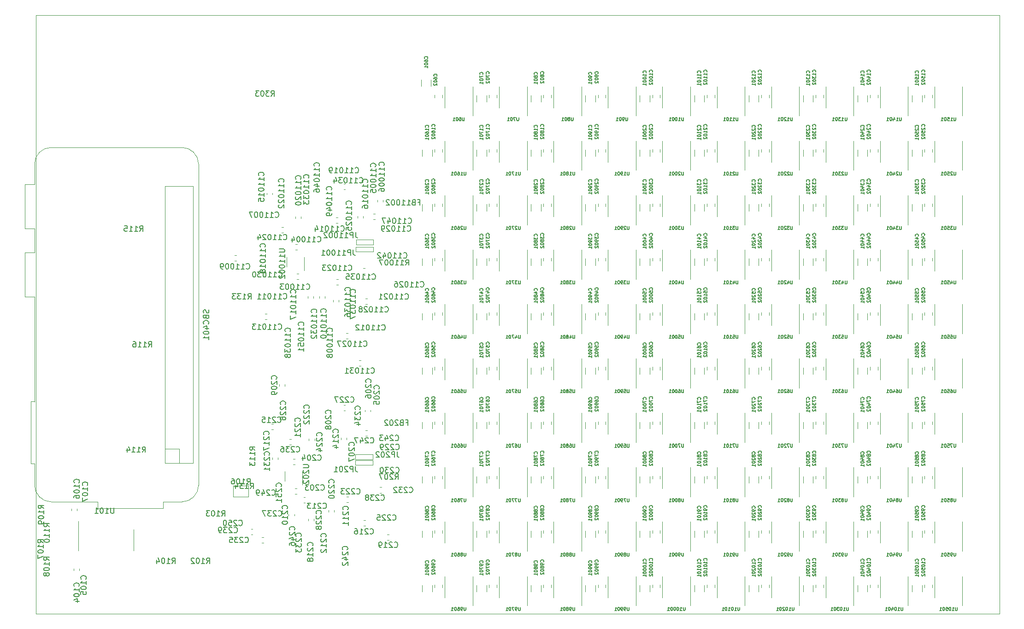
<source format=gbr>
G04 #@! TF.GenerationSoftware,KiCad,Pcbnew,(5.1.5)-3*
G04 #@! TF.CreationDate,2020-11-28T21:49:59-05:00*
G04 #@! TF.ProjectId,floater,666c6f61-7465-4722-9e6b-696361645f70,rev?*
G04 #@! TF.SameCoordinates,PXfb691c48PY5f5e038*
G04 #@! TF.FileFunction,Legend,Bot*
G04 #@! TF.FilePolarity,Positive*
%FSLAX46Y46*%
G04 Gerber Fmt 4.6, Leading zero omitted, Abs format (unit mm)*
G04 Created by KiCad (PCBNEW (5.1.5)-3) date 2020-11-28 21:49:59*
%MOMM*%
%LPD*%
G04 APERTURE LIST*
%ADD10C,0.050000*%
%ADD11C,0.120000*%
%ADD12C,0.150000*%
G04 APERTURE END LIST*
D10*
X176997560Y-200D02*
X-2440Y-200D01*
X176997560Y109999800D02*
X-2440Y109999800D01*
X176997560Y-200D02*
X176997560Y109999800D01*
X-2440Y109999800D02*
X-2440Y-200D01*
D11*
X26314400Y30355540D02*
X26314400Y27689500D01*
X23694080Y30355540D02*
X26314400Y30355540D01*
X-269240Y39004240D02*
X-269240Y58232040D01*
X-265920Y27590380D02*
X-965920Y27590380D01*
X-965920Y27590380D02*
X-965920Y39010380D01*
X-965920Y39010380D02*
X-265920Y39010380D01*
X-2078620Y58237140D02*
X-2078620Y66357140D01*
X-2078620Y66357140D02*
X-278620Y66357140D01*
X-278620Y70837140D02*
X-2078620Y70837140D01*
X-2078620Y78957140D02*
X-278620Y78957140D01*
X-2078620Y70837140D02*
X-2078620Y78957140D01*
X-278620Y58237140D02*
X-2078620Y58237140D01*
X-278620Y66357140D02*
X-278620Y70837140D01*
X-265920Y78959500D02*
X-265920Y82649500D01*
X23354080Y20589500D02*
X26794080Y20589500D01*
X11295380Y19390360D02*
X11295380Y20590360D01*
X23354080Y19389500D02*
X11295380Y19390360D01*
X23354080Y20589500D02*
X23354080Y19389500D01*
X28894080Y78609500D02*
X28894080Y27689500D01*
X28894080Y78609500D02*
X23754080Y78609500D01*
X23694080Y78609500D02*
X23694080Y27689500D01*
X28894080Y27689500D02*
X23694080Y27689500D01*
X2794080Y20589500D02*
G75*
G02X-265920Y23649500I0J3060000D01*
G01*
X11292840Y20589500D02*
X2794080Y20589500D01*
X-265920Y23649500D02*
X-265920Y27589500D01*
X26794080Y85709500D02*
X2794080Y85709500D01*
X29854080Y23649500D02*
X29854080Y82649500D01*
X29854080Y23649500D02*
G75*
G02X26794080Y20589500I-3060000J0D01*
G01*
X26794080Y85709500D02*
G75*
G02X29854080Y82649500I0J-3060000D01*
G01*
X-265920Y82649500D02*
G75*
G02X2794080Y85709500I3060000J0D01*
G01*
X61874400Y28412440D02*
X61874400Y29301440D01*
X58663840Y28412440D02*
X61874400Y28412440D01*
X58663840Y29301440D02*
X58663840Y28412440D01*
X61869320Y29301440D02*
X58663840Y29301440D01*
X61998860Y67876420D02*
X61998860Y68765420D01*
X58788300Y67876420D02*
X61998860Y67876420D01*
X58788300Y68765420D02*
X58788300Y67876420D01*
X61993780Y68765420D02*
X58788300Y68765420D01*
X6505480Y19019301D02*
X6505480Y19344859D01*
X7525480Y19019301D02*
X7525480Y19344859D01*
X7954740Y8318719D02*
X7954740Y7993161D01*
X6934740Y8318719D02*
X6934740Y7993161D01*
X60426819Y62471840D02*
X60101261Y62471840D01*
X60426819Y63491840D02*
X60101261Y63491840D01*
X52052760Y58015921D02*
X52052760Y58341479D01*
X53072760Y58015921D02*
X53072760Y58341479D01*
X49972500Y58028621D02*
X49972500Y58354179D01*
X50992500Y58028621D02*
X50992500Y58354179D01*
X49285800Y65568400D02*
X49285800Y63118400D01*
X46065800Y63768400D02*
X46065800Y65568400D01*
X48889380Y26165140D02*
X48889380Y23715140D01*
X45669380Y24365140D02*
X45669380Y26165140D01*
X47973199Y66881280D02*
X47647641Y66881280D01*
X47973199Y67901280D02*
X47647641Y67901280D01*
X48262759Y61448220D02*
X47937201Y61448220D01*
X48262759Y62468220D02*
X47937201Y62468220D01*
X47597279Y27422380D02*
X47271721Y27422380D01*
X47597279Y28442380D02*
X47271721Y28442380D01*
X47924939Y22029960D02*
X47599381Y22029960D01*
X47924939Y23049960D02*
X47599381Y23049960D01*
X170207560Y4964800D02*
X170207560Y1514800D01*
X170207560Y4964800D02*
X170207560Y6914800D01*
X165087560Y4964800D02*
X165087560Y3014800D01*
X165087560Y4964800D02*
X165087560Y6914800D01*
X160207560Y4964800D02*
X160207560Y1514800D01*
X160207560Y4964800D02*
X160207560Y6914800D01*
X155087560Y4964800D02*
X155087560Y3014800D01*
X155087560Y4964800D02*
X155087560Y6914800D01*
X150207560Y4964800D02*
X150207560Y1514800D01*
X150207560Y4964800D02*
X150207560Y6914800D01*
X145087560Y4964800D02*
X145087560Y3014800D01*
X145087560Y4964800D02*
X145087560Y6914800D01*
X140207560Y4964800D02*
X140207560Y1514800D01*
X140207560Y4964800D02*
X140207560Y6914800D01*
X135087560Y4964800D02*
X135087560Y3014800D01*
X135087560Y4964800D02*
X135087560Y6914800D01*
X130207560Y4964800D02*
X130207560Y1514800D01*
X130207560Y4964800D02*
X130207560Y6914800D01*
X125087560Y4964800D02*
X125087560Y3014800D01*
X125087560Y4964800D02*
X125087560Y6914800D01*
X120207560Y4964800D02*
X120207560Y1514800D01*
X120207560Y4964800D02*
X120207560Y6914800D01*
X115087560Y4964800D02*
X115087560Y3014800D01*
X115087560Y4964800D02*
X115087560Y6914800D01*
X110207560Y4964800D02*
X110207560Y1514800D01*
X110207560Y4964800D02*
X110207560Y6914800D01*
X105087560Y4964800D02*
X105087560Y3014800D01*
X105087560Y4964800D02*
X105087560Y6914800D01*
X100207560Y4964800D02*
X100207560Y1514800D01*
X100207560Y4964800D02*
X100207560Y6914800D01*
X95087560Y4964800D02*
X95087560Y3014800D01*
X95087560Y4964800D02*
X95087560Y6914800D01*
X90207560Y4964800D02*
X90207560Y1514800D01*
X90207560Y4964800D02*
X90207560Y6914800D01*
X85087560Y4964800D02*
X85087560Y3014800D01*
X85087560Y4964800D02*
X85087560Y6914800D01*
X80207560Y4964800D02*
X80207560Y1514800D01*
X80207560Y4964800D02*
X80207560Y6914800D01*
X75087560Y4964800D02*
X75087560Y3014800D01*
X75087560Y4964800D02*
X75087560Y6914800D01*
X170207560Y14964800D02*
X170207560Y11514800D01*
X170207560Y14964800D02*
X170207560Y16914800D01*
X165087560Y14964800D02*
X165087560Y13014800D01*
X165087560Y14964800D02*
X165087560Y16914800D01*
X160207560Y14964800D02*
X160207560Y11514800D01*
X160207560Y14964800D02*
X160207560Y16914800D01*
X155087560Y14964800D02*
X155087560Y13014800D01*
X155087560Y14964800D02*
X155087560Y16914800D01*
X150207560Y14964800D02*
X150207560Y11514800D01*
X150207560Y14964800D02*
X150207560Y16914800D01*
X145087560Y14964800D02*
X145087560Y13014800D01*
X145087560Y14964800D02*
X145087560Y16914800D01*
X140207560Y14964800D02*
X140207560Y11514800D01*
X140207560Y14964800D02*
X140207560Y16914800D01*
X135087560Y14964800D02*
X135087560Y13014800D01*
X135087560Y14964800D02*
X135087560Y16914800D01*
X130207560Y14964800D02*
X130207560Y11514800D01*
X130207560Y14964800D02*
X130207560Y16914800D01*
X125087560Y14964800D02*
X125087560Y13014800D01*
X125087560Y14964800D02*
X125087560Y16914800D01*
X120207560Y14964800D02*
X120207560Y11514800D01*
X120207560Y14964800D02*
X120207560Y16914800D01*
X115087560Y14964800D02*
X115087560Y13014800D01*
X115087560Y14964800D02*
X115087560Y16914800D01*
X110207560Y14964800D02*
X110207560Y11514800D01*
X110207560Y14964800D02*
X110207560Y16914800D01*
X105087560Y14964800D02*
X105087560Y13014800D01*
X105087560Y14964800D02*
X105087560Y16914800D01*
X100207560Y14964800D02*
X100207560Y11514800D01*
X100207560Y14964800D02*
X100207560Y16914800D01*
X95087560Y14964800D02*
X95087560Y13014800D01*
X95087560Y14964800D02*
X95087560Y16914800D01*
X90207560Y14964800D02*
X90207560Y11514800D01*
X90207560Y14964800D02*
X90207560Y16914800D01*
X85087560Y14964800D02*
X85087560Y13014800D01*
X85087560Y14964800D02*
X85087560Y16914800D01*
X80207560Y14964800D02*
X80207560Y11514800D01*
X80207560Y14964800D02*
X80207560Y16914800D01*
X75087560Y14964800D02*
X75087560Y13014800D01*
X75087560Y14964800D02*
X75087560Y16914800D01*
X170207560Y24964800D02*
X170207560Y21514800D01*
X170207560Y24964800D02*
X170207560Y26914800D01*
X165087560Y24964800D02*
X165087560Y23014800D01*
X165087560Y24964800D02*
X165087560Y26914800D01*
X160207560Y24964800D02*
X160207560Y21514800D01*
X160207560Y24964800D02*
X160207560Y26914800D01*
X155087560Y24964800D02*
X155087560Y23014800D01*
X155087560Y24964800D02*
X155087560Y26914800D01*
X150207560Y24964800D02*
X150207560Y21514800D01*
X150207560Y24964800D02*
X150207560Y26914800D01*
X145087560Y24964800D02*
X145087560Y23014800D01*
X145087560Y24964800D02*
X145087560Y26914800D01*
X140207560Y24964800D02*
X140207560Y21514800D01*
X140207560Y24964800D02*
X140207560Y26914800D01*
X135087560Y24964800D02*
X135087560Y23014800D01*
X135087560Y24964800D02*
X135087560Y26914800D01*
X130207560Y24964800D02*
X130207560Y21514800D01*
X130207560Y24964800D02*
X130207560Y26914800D01*
X125087560Y24964800D02*
X125087560Y23014800D01*
X125087560Y24964800D02*
X125087560Y26914800D01*
X120207560Y24964800D02*
X120207560Y21514800D01*
X120207560Y24964800D02*
X120207560Y26914800D01*
X115087560Y24964800D02*
X115087560Y23014800D01*
X115087560Y24964800D02*
X115087560Y26914800D01*
X110207560Y24964800D02*
X110207560Y21514800D01*
X110207560Y24964800D02*
X110207560Y26914800D01*
X105087560Y24964800D02*
X105087560Y23014800D01*
X105087560Y24964800D02*
X105087560Y26914800D01*
X100207560Y24964800D02*
X100207560Y21514800D01*
X100207560Y24964800D02*
X100207560Y26914800D01*
X95087560Y24964800D02*
X95087560Y23014800D01*
X95087560Y24964800D02*
X95087560Y26914800D01*
X90207560Y24964800D02*
X90207560Y21514800D01*
X90207560Y24964800D02*
X90207560Y26914800D01*
X85087560Y24964800D02*
X85087560Y23014800D01*
X85087560Y24964800D02*
X85087560Y26914800D01*
X80207560Y24964800D02*
X80207560Y21514800D01*
X80207560Y24964800D02*
X80207560Y26914800D01*
X75087560Y24964800D02*
X75087560Y23014800D01*
X75087560Y24964800D02*
X75087560Y26914800D01*
X170207560Y34964800D02*
X170207560Y31514800D01*
X170207560Y34964800D02*
X170207560Y36914800D01*
X165087560Y34964800D02*
X165087560Y33014800D01*
X165087560Y34964800D02*
X165087560Y36914800D01*
X160207560Y34964800D02*
X160207560Y31514800D01*
X160207560Y34964800D02*
X160207560Y36914800D01*
X155087560Y34964800D02*
X155087560Y33014800D01*
X155087560Y34964800D02*
X155087560Y36914800D01*
X150207560Y34964800D02*
X150207560Y31514800D01*
X150207560Y34964800D02*
X150207560Y36914800D01*
X145087560Y34964800D02*
X145087560Y33014800D01*
X145087560Y34964800D02*
X145087560Y36914800D01*
X140207560Y34964800D02*
X140207560Y31514800D01*
X140207560Y34964800D02*
X140207560Y36914800D01*
X135087560Y34964800D02*
X135087560Y33014800D01*
X135087560Y34964800D02*
X135087560Y36914800D01*
X130207560Y34964800D02*
X130207560Y31514800D01*
X130207560Y34964800D02*
X130207560Y36914800D01*
X125087560Y34964800D02*
X125087560Y33014800D01*
X125087560Y34964800D02*
X125087560Y36914800D01*
X120207560Y34964800D02*
X120207560Y31514800D01*
X120207560Y34964800D02*
X120207560Y36914800D01*
X115087560Y34964800D02*
X115087560Y33014800D01*
X115087560Y34964800D02*
X115087560Y36914800D01*
X110207560Y34964800D02*
X110207560Y31514800D01*
X110207560Y34964800D02*
X110207560Y36914800D01*
X105087560Y34964800D02*
X105087560Y33014800D01*
X105087560Y34964800D02*
X105087560Y36914800D01*
X100207560Y34964800D02*
X100207560Y31514800D01*
X100207560Y34964800D02*
X100207560Y36914800D01*
X95087560Y34964800D02*
X95087560Y33014800D01*
X95087560Y34964800D02*
X95087560Y36914800D01*
X90207560Y34964800D02*
X90207560Y31514800D01*
X90207560Y34964800D02*
X90207560Y36914800D01*
X85087560Y34964800D02*
X85087560Y33014800D01*
X85087560Y34964800D02*
X85087560Y36914800D01*
X80207560Y34964800D02*
X80207560Y31514800D01*
X80207560Y34964800D02*
X80207560Y36914800D01*
X75087560Y34964800D02*
X75087560Y33014800D01*
X75087560Y34964800D02*
X75087560Y36914800D01*
X170207560Y44964800D02*
X170207560Y41514800D01*
X170207560Y44964800D02*
X170207560Y46914800D01*
X165087560Y44964800D02*
X165087560Y43014800D01*
X165087560Y44964800D02*
X165087560Y46914800D01*
X160207560Y44964800D02*
X160207560Y41514800D01*
X160207560Y44964800D02*
X160207560Y46914800D01*
X155087560Y44964800D02*
X155087560Y43014800D01*
X155087560Y44964800D02*
X155087560Y46914800D01*
X150207560Y44964800D02*
X150207560Y41514800D01*
X150207560Y44964800D02*
X150207560Y46914800D01*
X145087560Y44964800D02*
X145087560Y43014800D01*
X145087560Y44964800D02*
X145087560Y46914800D01*
X140207560Y44964800D02*
X140207560Y41514800D01*
X140207560Y44964800D02*
X140207560Y46914800D01*
X135087560Y44964800D02*
X135087560Y43014800D01*
X135087560Y44964800D02*
X135087560Y46914800D01*
X130207560Y44964800D02*
X130207560Y41514800D01*
X130207560Y44964800D02*
X130207560Y46914800D01*
X125087560Y44964800D02*
X125087560Y43014800D01*
X125087560Y44964800D02*
X125087560Y46914800D01*
X120207560Y44964800D02*
X120207560Y41514800D01*
X120207560Y44964800D02*
X120207560Y46914800D01*
X115087560Y44964800D02*
X115087560Y43014800D01*
X115087560Y44964800D02*
X115087560Y46914800D01*
X110207560Y44964800D02*
X110207560Y41514800D01*
X110207560Y44964800D02*
X110207560Y46914800D01*
X105087560Y44964800D02*
X105087560Y43014800D01*
X105087560Y44964800D02*
X105087560Y46914800D01*
X100207560Y44964800D02*
X100207560Y41514800D01*
X100207560Y44964800D02*
X100207560Y46914800D01*
X95087560Y44964800D02*
X95087560Y43014800D01*
X95087560Y44964800D02*
X95087560Y46914800D01*
X90207560Y44964800D02*
X90207560Y41514800D01*
X90207560Y44964800D02*
X90207560Y46914800D01*
X85087560Y44964800D02*
X85087560Y43014800D01*
X85087560Y44964800D02*
X85087560Y46914800D01*
X80207560Y44964800D02*
X80207560Y41514800D01*
X80207560Y44964800D02*
X80207560Y46914800D01*
X75087560Y44964800D02*
X75087560Y43014800D01*
X75087560Y44964800D02*
X75087560Y46914800D01*
X170207560Y54964800D02*
X170207560Y51514800D01*
X170207560Y54964800D02*
X170207560Y56914800D01*
X165087560Y54964800D02*
X165087560Y53014800D01*
X165087560Y54964800D02*
X165087560Y56914800D01*
X160207560Y54964800D02*
X160207560Y51514800D01*
X160207560Y54964800D02*
X160207560Y56914800D01*
X155087560Y54964800D02*
X155087560Y53014800D01*
X155087560Y54964800D02*
X155087560Y56914800D01*
X150207560Y54964800D02*
X150207560Y51514800D01*
X150207560Y54964800D02*
X150207560Y56914800D01*
X145087560Y54964800D02*
X145087560Y53014800D01*
X145087560Y54964800D02*
X145087560Y56914800D01*
X140207560Y54964800D02*
X140207560Y51514800D01*
X140207560Y54964800D02*
X140207560Y56914800D01*
X135087560Y54964800D02*
X135087560Y53014800D01*
X135087560Y54964800D02*
X135087560Y56914800D01*
X130207560Y54964800D02*
X130207560Y51514800D01*
X130207560Y54964800D02*
X130207560Y56914800D01*
X125087560Y54964800D02*
X125087560Y53014800D01*
X125087560Y54964800D02*
X125087560Y56914800D01*
X120207560Y54964800D02*
X120207560Y51514800D01*
X120207560Y54964800D02*
X120207560Y56914800D01*
X115087560Y54964800D02*
X115087560Y53014800D01*
X115087560Y54964800D02*
X115087560Y56914800D01*
X110207560Y54964800D02*
X110207560Y51514800D01*
X110207560Y54964800D02*
X110207560Y56914800D01*
X105087560Y54964800D02*
X105087560Y53014800D01*
X105087560Y54964800D02*
X105087560Y56914800D01*
X100207560Y54964800D02*
X100207560Y51514800D01*
X100207560Y54964800D02*
X100207560Y56914800D01*
X95087560Y54964800D02*
X95087560Y53014800D01*
X95087560Y54964800D02*
X95087560Y56914800D01*
X90207560Y54964800D02*
X90207560Y51514800D01*
X90207560Y54964800D02*
X90207560Y56914800D01*
X85087560Y54964800D02*
X85087560Y53014800D01*
X85087560Y54964800D02*
X85087560Y56914800D01*
X80207560Y54964800D02*
X80207560Y51514800D01*
X80207560Y54964800D02*
X80207560Y56914800D01*
X75087560Y54964800D02*
X75087560Y53014800D01*
X75087560Y54964800D02*
X75087560Y56914800D01*
X170207560Y64964800D02*
X170207560Y61514800D01*
X170207560Y64964800D02*
X170207560Y66914800D01*
X165087560Y64964800D02*
X165087560Y63014800D01*
X165087560Y64964800D02*
X165087560Y66914800D01*
X160207560Y64964800D02*
X160207560Y61514800D01*
X160207560Y64964800D02*
X160207560Y66914800D01*
X155087560Y64964800D02*
X155087560Y63014800D01*
X155087560Y64964800D02*
X155087560Y66914800D01*
X150207560Y64964800D02*
X150207560Y61514800D01*
X150207560Y64964800D02*
X150207560Y66914800D01*
X145087560Y64964800D02*
X145087560Y63014800D01*
X145087560Y64964800D02*
X145087560Y66914800D01*
X140207560Y64964800D02*
X140207560Y61514800D01*
X140207560Y64964800D02*
X140207560Y66914800D01*
X135087560Y64964800D02*
X135087560Y63014800D01*
X135087560Y64964800D02*
X135087560Y66914800D01*
X130207560Y64964800D02*
X130207560Y61514800D01*
X130207560Y64964800D02*
X130207560Y66914800D01*
X125087560Y64964800D02*
X125087560Y63014800D01*
X125087560Y64964800D02*
X125087560Y66914800D01*
X120207560Y64964800D02*
X120207560Y61514800D01*
X120207560Y64964800D02*
X120207560Y66914800D01*
X115087560Y64964800D02*
X115087560Y63014800D01*
X115087560Y64964800D02*
X115087560Y66914800D01*
X110207560Y64964800D02*
X110207560Y61514800D01*
X110207560Y64964800D02*
X110207560Y66914800D01*
X105087560Y64964800D02*
X105087560Y63014800D01*
X105087560Y64964800D02*
X105087560Y66914800D01*
X100207560Y64964800D02*
X100207560Y61514800D01*
X100207560Y64964800D02*
X100207560Y66914800D01*
X95087560Y64964800D02*
X95087560Y63014800D01*
X95087560Y64964800D02*
X95087560Y66914800D01*
X90207560Y64964800D02*
X90207560Y61514800D01*
X90207560Y64964800D02*
X90207560Y66914800D01*
X85087560Y64964800D02*
X85087560Y63014800D01*
X85087560Y64964800D02*
X85087560Y66914800D01*
X80207560Y64964800D02*
X80207560Y61514800D01*
X80207560Y64964800D02*
X80207560Y66914800D01*
X75087560Y64964800D02*
X75087560Y63014800D01*
X75087560Y64964800D02*
X75087560Y66914800D01*
X170207560Y74964800D02*
X170207560Y71514800D01*
X170207560Y74964800D02*
X170207560Y76914800D01*
X165087560Y74964800D02*
X165087560Y73014800D01*
X165087560Y74964800D02*
X165087560Y76914800D01*
X160207560Y74964800D02*
X160207560Y71514800D01*
X160207560Y74964800D02*
X160207560Y76914800D01*
X155087560Y74964800D02*
X155087560Y73014800D01*
X155087560Y74964800D02*
X155087560Y76914800D01*
X150207560Y74964800D02*
X150207560Y71514800D01*
X150207560Y74964800D02*
X150207560Y76914800D01*
X145087560Y74964800D02*
X145087560Y73014800D01*
X145087560Y74964800D02*
X145087560Y76914800D01*
X140207560Y74964800D02*
X140207560Y71514800D01*
X140207560Y74964800D02*
X140207560Y76914800D01*
X135087560Y74964800D02*
X135087560Y73014800D01*
X135087560Y74964800D02*
X135087560Y76914800D01*
X130207560Y74964800D02*
X130207560Y71514800D01*
X130207560Y74964800D02*
X130207560Y76914800D01*
X125087560Y74964800D02*
X125087560Y73014800D01*
X125087560Y74964800D02*
X125087560Y76914800D01*
X120207560Y74964800D02*
X120207560Y71514800D01*
X120207560Y74964800D02*
X120207560Y76914800D01*
X115087560Y74964800D02*
X115087560Y73014800D01*
X115087560Y74964800D02*
X115087560Y76914800D01*
X110207560Y74964800D02*
X110207560Y71514800D01*
X110207560Y74964800D02*
X110207560Y76914800D01*
X105087560Y74964800D02*
X105087560Y73014800D01*
X105087560Y74964800D02*
X105087560Y76914800D01*
X100207560Y74964800D02*
X100207560Y71514800D01*
X100207560Y74964800D02*
X100207560Y76914800D01*
X95087560Y74964800D02*
X95087560Y73014800D01*
X95087560Y74964800D02*
X95087560Y76914800D01*
X90207560Y74964800D02*
X90207560Y71514800D01*
X90207560Y74964800D02*
X90207560Y76914800D01*
X85087560Y74964800D02*
X85087560Y73014800D01*
X85087560Y74964800D02*
X85087560Y76914800D01*
X80207560Y74964800D02*
X80207560Y71514800D01*
X80207560Y74964800D02*
X80207560Y76914800D01*
X75087560Y74964800D02*
X75087560Y73014800D01*
X75087560Y74964800D02*
X75087560Y76914800D01*
X170207560Y84964800D02*
X170207560Y81514800D01*
X170207560Y84964800D02*
X170207560Y86914800D01*
X165087560Y84964800D02*
X165087560Y83014800D01*
X165087560Y84964800D02*
X165087560Y86914800D01*
X160207560Y84964800D02*
X160207560Y81514800D01*
X160207560Y84964800D02*
X160207560Y86914800D01*
X155087560Y84964800D02*
X155087560Y83014800D01*
X155087560Y84964800D02*
X155087560Y86914800D01*
X150207560Y84964800D02*
X150207560Y81514800D01*
X150207560Y84964800D02*
X150207560Y86914800D01*
X145087560Y84964800D02*
X145087560Y83014800D01*
X145087560Y84964800D02*
X145087560Y86914800D01*
X140207560Y84964800D02*
X140207560Y81514800D01*
X140207560Y84964800D02*
X140207560Y86914800D01*
X135087560Y84964800D02*
X135087560Y83014800D01*
X135087560Y84964800D02*
X135087560Y86914800D01*
X130207560Y84964800D02*
X130207560Y81514800D01*
X130207560Y84964800D02*
X130207560Y86914800D01*
X125087560Y84964800D02*
X125087560Y83014800D01*
X125087560Y84964800D02*
X125087560Y86914800D01*
X120207560Y84964800D02*
X120207560Y81514800D01*
X120207560Y84964800D02*
X120207560Y86914800D01*
X115087560Y84964800D02*
X115087560Y83014800D01*
X115087560Y84964800D02*
X115087560Y86914800D01*
X110207560Y84964800D02*
X110207560Y81514800D01*
X110207560Y84964800D02*
X110207560Y86914800D01*
X105087560Y84964800D02*
X105087560Y83014800D01*
X105087560Y84964800D02*
X105087560Y86914800D01*
X100207560Y84964800D02*
X100207560Y81514800D01*
X100207560Y84964800D02*
X100207560Y86914800D01*
X95087560Y84964800D02*
X95087560Y83014800D01*
X95087560Y84964800D02*
X95087560Y86914800D01*
X90207560Y84964800D02*
X90207560Y81514800D01*
X90207560Y84964800D02*
X90207560Y86914800D01*
X85087560Y84964800D02*
X85087560Y83014800D01*
X85087560Y84964800D02*
X85087560Y86914800D01*
X80207560Y84964800D02*
X80207560Y81514800D01*
X80207560Y84964800D02*
X80207560Y86914800D01*
X75087560Y84964800D02*
X75087560Y83014800D01*
X75087560Y84964800D02*
X75087560Y86914800D01*
X170207560Y94964800D02*
X170207560Y91514800D01*
X170207560Y94964800D02*
X170207560Y96914800D01*
X165087560Y94964800D02*
X165087560Y93014800D01*
X165087560Y94964800D02*
X165087560Y96914800D01*
X160207560Y94964800D02*
X160207560Y91514800D01*
X160207560Y94964800D02*
X160207560Y96914800D01*
X155087560Y94964800D02*
X155087560Y93014800D01*
X155087560Y94964800D02*
X155087560Y96914800D01*
X150207560Y94964800D02*
X150207560Y91514800D01*
X150207560Y94964800D02*
X150207560Y96914800D01*
X145087560Y94964800D02*
X145087560Y93014800D01*
X145087560Y94964800D02*
X145087560Y96914800D01*
X140207560Y94964800D02*
X140207560Y91514800D01*
X140207560Y94964800D02*
X140207560Y96914800D01*
X135087560Y94964800D02*
X135087560Y93014800D01*
X135087560Y94964800D02*
X135087560Y96914800D01*
X130207560Y94964800D02*
X130207560Y91514800D01*
X130207560Y94964800D02*
X130207560Y96914800D01*
X125087560Y94964800D02*
X125087560Y93014800D01*
X125087560Y94964800D02*
X125087560Y96914800D01*
X120207560Y94964800D02*
X120207560Y91514800D01*
X120207560Y94964800D02*
X120207560Y96914800D01*
X115087560Y94964800D02*
X115087560Y93014800D01*
X115087560Y94964800D02*
X115087560Y96914800D01*
X110207560Y94964800D02*
X110207560Y91514800D01*
X110207560Y94964800D02*
X110207560Y96914800D01*
X105087560Y94964800D02*
X105087560Y93014800D01*
X105087560Y94964800D02*
X105087560Y96914800D01*
X100207560Y94964800D02*
X100207560Y91514800D01*
X100207560Y94964800D02*
X100207560Y96914800D01*
X95087560Y94964800D02*
X95087560Y93014800D01*
X95087560Y94964800D02*
X95087560Y96914800D01*
X90207560Y94964800D02*
X90207560Y91514800D01*
X90207560Y94964800D02*
X90207560Y96914800D01*
X85087560Y94964800D02*
X85087560Y93014800D01*
X85087560Y94964800D02*
X85087560Y96914800D01*
X80207560Y94964800D02*
X80207560Y91514800D01*
X80207560Y94964800D02*
X80207560Y96914800D01*
X75087560Y94964800D02*
X75087560Y93014800D01*
X75087560Y94964800D02*
X75087560Y96914800D01*
X7802560Y13576300D02*
X7802560Y17026300D01*
X7802560Y13576300D02*
X7802560Y11626300D01*
X17922560Y13576300D02*
X17922560Y15526300D01*
X17922560Y13576300D02*
X17922560Y11626300D01*
X39035180Y23517100D02*
X36235180Y23517100D01*
X36235180Y23517100D02*
X36235180Y21517100D01*
X36235180Y21517100D02*
X39035180Y21517100D01*
X39035180Y21517100D02*
X39035180Y23517100D01*
X61978540Y66558160D02*
X61978540Y67447160D01*
X58767980Y66558160D02*
X61978540Y66558160D01*
X58767980Y67447160D02*
X58767980Y66558160D01*
X61973460Y67447160D02*
X58767980Y67447160D01*
X61854080Y27338020D02*
X61854080Y28227020D01*
X58643520Y27338020D02*
X61854080Y27338020D01*
X58643520Y28227020D02*
X58643520Y27338020D01*
X61849000Y28227020D02*
X58643520Y28227020D01*
X164657560Y5358378D02*
X164657560Y4841222D01*
X163237560Y5358378D02*
X163237560Y4841222D01*
X162757560Y5261864D02*
X162757560Y4057736D01*
X160937560Y5261864D02*
X160937560Y4057736D01*
X154657560Y5358378D02*
X154657560Y4841222D01*
X153237560Y5358378D02*
X153237560Y4841222D01*
X152757560Y5261864D02*
X152757560Y4057736D01*
X150937560Y5261864D02*
X150937560Y4057736D01*
X144657560Y5358378D02*
X144657560Y4841222D01*
X143237560Y5358378D02*
X143237560Y4841222D01*
X142757559Y5261864D02*
X142757559Y4057736D01*
X140937559Y5261864D02*
X140937559Y4057736D01*
X134657560Y5358378D02*
X134657560Y4841222D01*
X133237560Y5358378D02*
X133237560Y4841222D01*
X132757560Y5261864D02*
X132757560Y4057736D01*
X130937560Y5261864D02*
X130937560Y4057736D01*
X124657560Y5358378D02*
X124657560Y4841222D01*
X123237560Y5358378D02*
X123237560Y4841222D01*
X122757560Y5261864D02*
X122757560Y4057736D01*
X120937560Y5261864D02*
X120937560Y4057736D01*
X114657560Y5358378D02*
X114657560Y4841222D01*
X113237560Y5358378D02*
X113237560Y4841222D01*
X112757560Y5261864D02*
X112757560Y4057736D01*
X110937560Y5261864D02*
X110937560Y4057736D01*
X104657560Y5358378D02*
X104657560Y4841222D01*
X103237560Y5358378D02*
X103237560Y4841222D01*
X102757560Y5261864D02*
X102757560Y4057736D01*
X100937560Y5261864D02*
X100937560Y4057736D01*
X94657560Y5358378D02*
X94657560Y4841222D01*
X93237560Y5358378D02*
X93237560Y4841222D01*
X92757560Y5261864D02*
X92757560Y4057736D01*
X90937560Y5261864D02*
X90937560Y4057736D01*
X84657560Y5358378D02*
X84657560Y4841222D01*
X83237560Y5358378D02*
X83237560Y4841222D01*
X82757560Y5261864D02*
X82757560Y4057736D01*
X80937560Y5261864D02*
X80937560Y4057736D01*
X74657560Y5358378D02*
X74657560Y4841222D01*
X73237560Y5358378D02*
X73237560Y4841222D01*
X72757560Y5261864D02*
X72757560Y4057736D01*
X70937560Y5261864D02*
X70937560Y4057736D01*
X164657560Y15358378D02*
X164657560Y14841222D01*
X163237560Y15358378D02*
X163237560Y14841222D01*
X162757560Y15261864D02*
X162757560Y14057736D01*
X160937560Y15261864D02*
X160937560Y14057736D01*
X154657560Y15358378D02*
X154657560Y14841222D01*
X153237560Y15358378D02*
X153237560Y14841222D01*
X152757560Y15261864D02*
X152757560Y14057736D01*
X150937560Y15261864D02*
X150937560Y14057736D01*
X144657560Y15358378D02*
X144657560Y14841222D01*
X143237560Y15358378D02*
X143237560Y14841222D01*
X142757559Y15261864D02*
X142757559Y14057736D01*
X140937559Y15261864D02*
X140937559Y14057736D01*
X134657560Y15358378D02*
X134657560Y14841222D01*
X133237560Y15358378D02*
X133237560Y14841222D01*
X132757560Y15261864D02*
X132757560Y14057736D01*
X130937560Y15261864D02*
X130937560Y14057736D01*
X124657560Y15358378D02*
X124657560Y14841222D01*
X123237560Y15358378D02*
X123237560Y14841222D01*
X122757560Y15261864D02*
X122757560Y14057736D01*
X120937560Y15261864D02*
X120937560Y14057736D01*
X114657560Y15358378D02*
X114657560Y14841222D01*
X113237560Y15358378D02*
X113237560Y14841222D01*
X112757560Y15261864D02*
X112757560Y14057736D01*
X110937560Y15261864D02*
X110937560Y14057736D01*
X104657560Y15358378D02*
X104657560Y14841222D01*
X103237560Y15358378D02*
X103237560Y14841222D01*
X102757560Y15261864D02*
X102757560Y14057736D01*
X100937560Y15261864D02*
X100937560Y14057736D01*
X94657560Y15358378D02*
X94657560Y14841222D01*
X93237560Y15358378D02*
X93237560Y14841222D01*
X92757560Y15261864D02*
X92757560Y14057736D01*
X90937560Y15261864D02*
X90937560Y14057736D01*
X84657560Y15358378D02*
X84657560Y14841222D01*
X83237560Y15358378D02*
X83237560Y14841222D01*
X82757560Y15261864D02*
X82757560Y14057736D01*
X80937560Y15261864D02*
X80937560Y14057736D01*
X74657560Y15358378D02*
X74657560Y14841222D01*
X73237560Y15358378D02*
X73237560Y14841222D01*
X72757560Y15261864D02*
X72757560Y14057736D01*
X70937560Y15261864D02*
X70937560Y14057736D01*
X164657560Y25358378D02*
X164657560Y24841222D01*
X163237560Y25358378D02*
X163237560Y24841222D01*
X162757560Y25261864D02*
X162757560Y24057736D01*
X160937560Y25261864D02*
X160937560Y24057736D01*
X154657560Y25358378D02*
X154657560Y24841222D01*
X153237560Y25358378D02*
X153237560Y24841222D01*
X152757560Y25261864D02*
X152757560Y24057736D01*
X150937560Y25261864D02*
X150937560Y24057736D01*
X144657560Y25358378D02*
X144657560Y24841222D01*
X143237560Y25358378D02*
X143237560Y24841222D01*
X142757559Y25261864D02*
X142757559Y24057736D01*
X140937559Y25261864D02*
X140937559Y24057736D01*
X134657560Y25358378D02*
X134657560Y24841222D01*
X133237560Y25358378D02*
X133237560Y24841222D01*
X132757560Y25261864D02*
X132757560Y24057736D01*
X130937560Y25261864D02*
X130937560Y24057736D01*
X124657560Y25358378D02*
X124657560Y24841222D01*
X123237560Y25358378D02*
X123237560Y24841222D01*
X122757560Y25261864D02*
X122757560Y24057736D01*
X120937560Y25261864D02*
X120937560Y24057736D01*
X114657560Y25358378D02*
X114657560Y24841222D01*
X113237560Y25358378D02*
X113237560Y24841222D01*
X112757560Y25261864D02*
X112757560Y24057736D01*
X110937560Y25261864D02*
X110937560Y24057736D01*
X104657560Y25358378D02*
X104657560Y24841222D01*
X103237560Y25358378D02*
X103237560Y24841222D01*
X102757560Y25261864D02*
X102757560Y24057736D01*
X100937560Y25261864D02*
X100937560Y24057736D01*
X94657560Y25358378D02*
X94657560Y24841222D01*
X93237560Y25358378D02*
X93237560Y24841222D01*
X92757560Y25261864D02*
X92757560Y24057736D01*
X90937560Y25261864D02*
X90937560Y24057736D01*
X84657560Y25358378D02*
X84657560Y24841222D01*
X83237560Y25358378D02*
X83237560Y24841222D01*
X82757560Y25261864D02*
X82757560Y24057736D01*
X80937560Y25261864D02*
X80937560Y24057736D01*
X74657560Y25358378D02*
X74657560Y24841222D01*
X73237560Y25358378D02*
X73237560Y24841222D01*
X72757560Y25261864D02*
X72757560Y24057736D01*
X70937560Y25261864D02*
X70937560Y24057736D01*
X164657560Y35358378D02*
X164657560Y34841222D01*
X163237560Y35358378D02*
X163237560Y34841222D01*
X162757560Y35261864D02*
X162757560Y34057736D01*
X160937560Y35261864D02*
X160937560Y34057736D01*
X154657560Y35358378D02*
X154657560Y34841222D01*
X153237560Y35358378D02*
X153237560Y34841222D01*
X152757560Y35261864D02*
X152757560Y34057736D01*
X150937560Y35261864D02*
X150937560Y34057736D01*
X144657560Y35358378D02*
X144657560Y34841222D01*
X143237560Y35358378D02*
X143237560Y34841222D01*
X142757559Y35261864D02*
X142757559Y34057736D01*
X140937559Y35261864D02*
X140937559Y34057736D01*
X134657560Y35358378D02*
X134657560Y34841222D01*
X133237560Y35358378D02*
X133237560Y34841222D01*
X132757560Y35261864D02*
X132757560Y34057736D01*
X130937560Y35261864D02*
X130937560Y34057736D01*
X124657560Y35358378D02*
X124657560Y34841222D01*
X123237560Y35358378D02*
X123237560Y34841222D01*
X122757560Y35261864D02*
X122757560Y34057736D01*
X120937560Y35261864D02*
X120937560Y34057736D01*
X114657560Y35358378D02*
X114657560Y34841222D01*
X113237560Y35358378D02*
X113237560Y34841222D01*
X112757560Y35261864D02*
X112757560Y34057736D01*
X110937560Y35261864D02*
X110937560Y34057736D01*
X104657560Y35358378D02*
X104657560Y34841222D01*
X103237560Y35358378D02*
X103237560Y34841222D01*
X102757560Y35261864D02*
X102757560Y34057736D01*
X100937560Y35261864D02*
X100937560Y34057736D01*
X94657560Y35358378D02*
X94657560Y34841222D01*
X93237560Y35358378D02*
X93237560Y34841222D01*
X92757560Y35261864D02*
X92757560Y34057736D01*
X90937560Y35261864D02*
X90937560Y34057736D01*
X84657560Y35358378D02*
X84657560Y34841222D01*
X83237560Y35358378D02*
X83237560Y34841222D01*
X82757560Y35261864D02*
X82757560Y34057736D01*
X80937560Y35261864D02*
X80937560Y34057736D01*
X74657560Y35358378D02*
X74657560Y34841222D01*
X73237560Y35358378D02*
X73237560Y34841222D01*
X72757560Y35261864D02*
X72757560Y34057736D01*
X70937560Y35261864D02*
X70937560Y34057736D01*
X164657560Y45358378D02*
X164657560Y44841222D01*
X163237560Y45358378D02*
X163237560Y44841222D01*
X162757560Y45261864D02*
X162757560Y44057736D01*
X160937560Y45261864D02*
X160937560Y44057736D01*
X154657560Y45358378D02*
X154657560Y44841222D01*
X153237560Y45358378D02*
X153237560Y44841222D01*
X152757560Y45261864D02*
X152757560Y44057736D01*
X150937560Y45261864D02*
X150937560Y44057736D01*
X144657560Y45358378D02*
X144657560Y44841222D01*
X143237560Y45358378D02*
X143237560Y44841222D01*
X142757559Y45261864D02*
X142757559Y44057736D01*
X140937559Y45261864D02*
X140937559Y44057736D01*
X134657560Y45358378D02*
X134657560Y44841222D01*
X133237560Y45358378D02*
X133237560Y44841222D01*
X132757560Y45261864D02*
X132757560Y44057736D01*
X130937560Y45261864D02*
X130937560Y44057736D01*
X124657560Y45358378D02*
X124657560Y44841222D01*
X123237560Y45358378D02*
X123237560Y44841222D01*
X122757560Y45261864D02*
X122757560Y44057736D01*
X120937560Y45261864D02*
X120937560Y44057736D01*
X114657560Y45358378D02*
X114657560Y44841222D01*
X113237560Y45358378D02*
X113237560Y44841222D01*
X112757560Y45261864D02*
X112757560Y44057736D01*
X110937560Y45261864D02*
X110937560Y44057736D01*
X104657560Y45358378D02*
X104657560Y44841222D01*
X103237560Y45358378D02*
X103237560Y44841222D01*
X102757560Y45261864D02*
X102757560Y44057736D01*
X100937560Y45261864D02*
X100937560Y44057736D01*
X94657560Y45358378D02*
X94657560Y44841222D01*
X93237560Y45358378D02*
X93237560Y44841222D01*
X92757560Y45261864D02*
X92757560Y44057736D01*
X90937560Y45261864D02*
X90937560Y44057736D01*
X84657560Y45358378D02*
X84657560Y44841222D01*
X83237560Y45358378D02*
X83237560Y44841222D01*
X82757560Y45261864D02*
X82757560Y44057736D01*
X80937560Y45261864D02*
X80937560Y44057736D01*
X74657560Y45358378D02*
X74657560Y44841222D01*
X73237560Y45358378D02*
X73237560Y44841222D01*
X72757560Y45261864D02*
X72757560Y44057736D01*
X70937560Y45261864D02*
X70937560Y44057736D01*
X164657560Y55358378D02*
X164657560Y54841222D01*
X163237560Y55358378D02*
X163237560Y54841222D01*
X162757560Y55261864D02*
X162757560Y54057736D01*
X160937560Y55261864D02*
X160937560Y54057736D01*
X154657560Y55358378D02*
X154657560Y54841222D01*
X153237560Y55358378D02*
X153237560Y54841222D01*
X152757560Y55261864D02*
X152757560Y54057736D01*
X150937560Y55261864D02*
X150937560Y54057736D01*
X144657560Y55358378D02*
X144657560Y54841222D01*
X143237560Y55358378D02*
X143237560Y54841222D01*
X142757559Y55261864D02*
X142757559Y54057736D01*
X140937559Y55261864D02*
X140937559Y54057736D01*
X134657560Y55358378D02*
X134657560Y54841222D01*
X133237560Y55358378D02*
X133237560Y54841222D01*
X132757560Y55261864D02*
X132757560Y54057736D01*
X130937560Y55261864D02*
X130937560Y54057736D01*
X124657560Y55358378D02*
X124657560Y54841222D01*
X123237560Y55358378D02*
X123237560Y54841222D01*
X122757560Y55261864D02*
X122757560Y54057736D01*
X120937560Y55261864D02*
X120937560Y54057736D01*
X114657560Y55358378D02*
X114657560Y54841222D01*
X113237560Y55358378D02*
X113237560Y54841222D01*
X112757560Y55261864D02*
X112757560Y54057736D01*
X110937560Y55261864D02*
X110937560Y54057736D01*
X104657560Y55358378D02*
X104657560Y54841222D01*
X103237560Y55358378D02*
X103237560Y54841222D01*
X102757560Y55261864D02*
X102757560Y54057736D01*
X100937560Y55261864D02*
X100937560Y54057736D01*
X94657560Y55358378D02*
X94657560Y54841222D01*
X93237560Y55358378D02*
X93237560Y54841222D01*
X92757560Y55261864D02*
X92757560Y54057736D01*
X90937560Y55261864D02*
X90937560Y54057736D01*
X84657560Y55358378D02*
X84657560Y54841222D01*
X83237560Y55358378D02*
X83237560Y54841222D01*
X82757560Y55261864D02*
X82757560Y54057736D01*
X80937560Y55261864D02*
X80937560Y54057736D01*
X74657560Y55358378D02*
X74657560Y54841222D01*
X73237560Y55358378D02*
X73237560Y54841222D01*
X72757560Y55261864D02*
X72757560Y54057736D01*
X70937560Y55261864D02*
X70937560Y54057736D01*
X164657560Y65358378D02*
X164657560Y64841222D01*
X163237560Y65358378D02*
X163237560Y64841222D01*
X162757560Y65261864D02*
X162757560Y64057736D01*
X160937560Y65261864D02*
X160937560Y64057736D01*
X154657560Y65358378D02*
X154657560Y64841222D01*
X153237560Y65358378D02*
X153237560Y64841222D01*
X152757560Y65261864D02*
X152757560Y64057736D01*
X150937560Y65261864D02*
X150937560Y64057736D01*
X144657560Y65358378D02*
X144657560Y64841222D01*
X143237560Y65358378D02*
X143237560Y64841222D01*
X142757559Y65261864D02*
X142757559Y64057736D01*
X140937559Y65261864D02*
X140937559Y64057736D01*
X134657560Y65358378D02*
X134657560Y64841222D01*
X133237560Y65358378D02*
X133237560Y64841222D01*
X132757560Y65261864D02*
X132757560Y64057736D01*
X130937560Y65261864D02*
X130937560Y64057736D01*
X124657560Y65358378D02*
X124657560Y64841222D01*
X123237560Y65358378D02*
X123237560Y64841222D01*
X122757560Y65261864D02*
X122757560Y64057736D01*
X120937560Y65261864D02*
X120937560Y64057736D01*
X114657560Y65358378D02*
X114657560Y64841222D01*
X113237560Y65358378D02*
X113237560Y64841222D01*
X112757560Y65261864D02*
X112757560Y64057736D01*
X110937560Y65261864D02*
X110937560Y64057736D01*
X104657560Y65358378D02*
X104657560Y64841222D01*
X103237560Y65358378D02*
X103237560Y64841222D01*
X102757560Y65261864D02*
X102757560Y64057736D01*
X100937560Y65261864D02*
X100937560Y64057736D01*
X94657560Y65358378D02*
X94657560Y64841222D01*
X93237560Y65358378D02*
X93237560Y64841222D01*
X92757560Y65261864D02*
X92757560Y64057736D01*
X90937560Y65261864D02*
X90937560Y64057736D01*
X84657560Y65358378D02*
X84657560Y64841222D01*
X83237560Y65358378D02*
X83237560Y64841222D01*
X82757560Y65261864D02*
X82757560Y64057736D01*
X80937560Y65261864D02*
X80937560Y64057736D01*
X74657560Y65358378D02*
X74657560Y64841222D01*
X73237560Y65358378D02*
X73237560Y64841222D01*
X72757560Y65261864D02*
X72757560Y64057736D01*
X70937560Y65261864D02*
X70937560Y64057736D01*
X164657560Y75358378D02*
X164657560Y74841222D01*
X163237560Y75358378D02*
X163237560Y74841222D01*
X162757560Y75261864D02*
X162757560Y74057736D01*
X160937560Y75261864D02*
X160937560Y74057736D01*
X154657560Y75358378D02*
X154657560Y74841222D01*
X153237560Y75358378D02*
X153237560Y74841222D01*
X152757560Y75261864D02*
X152757560Y74057736D01*
X150937560Y75261864D02*
X150937560Y74057736D01*
X144657560Y75358378D02*
X144657560Y74841222D01*
X143237560Y75358378D02*
X143237560Y74841222D01*
X142757559Y75261864D02*
X142757559Y74057736D01*
X140937559Y75261864D02*
X140937559Y74057736D01*
X134657560Y75358378D02*
X134657560Y74841222D01*
X133237560Y75358378D02*
X133237560Y74841222D01*
X132757560Y75261864D02*
X132757560Y74057736D01*
X130937560Y75261864D02*
X130937560Y74057736D01*
X124657560Y75358378D02*
X124657560Y74841222D01*
X123237560Y75358378D02*
X123237560Y74841222D01*
X122757560Y75261864D02*
X122757560Y74057736D01*
X120937560Y75261864D02*
X120937560Y74057736D01*
X114657560Y75358378D02*
X114657560Y74841222D01*
X113237560Y75358378D02*
X113237560Y74841222D01*
X112757560Y75261864D02*
X112757560Y74057736D01*
X110937560Y75261864D02*
X110937560Y74057736D01*
X104657560Y75358378D02*
X104657560Y74841222D01*
X103237560Y75358378D02*
X103237560Y74841222D01*
X102757560Y75261864D02*
X102757560Y74057736D01*
X100937560Y75261864D02*
X100937560Y74057736D01*
X94657560Y75358378D02*
X94657560Y74841222D01*
X93237560Y75358378D02*
X93237560Y74841222D01*
X92757560Y75261864D02*
X92757560Y74057736D01*
X90937560Y75261864D02*
X90937560Y74057736D01*
X84657560Y75358378D02*
X84657560Y74841222D01*
X83237560Y75358378D02*
X83237560Y74841222D01*
X82757560Y75261864D02*
X82757560Y74057736D01*
X80937560Y75261864D02*
X80937560Y74057736D01*
X74657560Y75358378D02*
X74657560Y74841222D01*
X73237560Y75358378D02*
X73237560Y74841222D01*
X72757560Y75261864D02*
X72757560Y74057736D01*
X70937560Y75261864D02*
X70937560Y74057736D01*
X164657560Y85358378D02*
X164657560Y84841222D01*
X163237560Y85358378D02*
X163237560Y84841222D01*
X162757560Y85261864D02*
X162757560Y84057736D01*
X160937560Y85261864D02*
X160937560Y84057736D01*
X154657560Y85358378D02*
X154657560Y84841222D01*
X153237560Y85358378D02*
X153237560Y84841222D01*
X152757560Y85261864D02*
X152757560Y84057736D01*
X150937560Y85261864D02*
X150937560Y84057736D01*
X144657560Y85358378D02*
X144657560Y84841222D01*
X143237560Y85358378D02*
X143237560Y84841222D01*
X142757559Y85261864D02*
X142757559Y84057736D01*
X140937559Y85261864D02*
X140937559Y84057736D01*
X134657560Y85358378D02*
X134657560Y84841222D01*
X133237560Y85358378D02*
X133237560Y84841222D01*
X132757560Y85261864D02*
X132757560Y84057736D01*
X130937560Y85261864D02*
X130937560Y84057736D01*
X124657560Y85358378D02*
X124657560Y84841222D01*
X123237560Y85358378D02*
X123237560Y84841222D01*
X122757560Y85261864D02*
X122757560Y84057736D01*
X120937560Y85261864D02*
X120937560Y84057736D01*
X114657560Y85358378D02*
X114657560Y84841222D01*
X113237560Y85358378D02*
X113237560Y84841222D01*
X112757560Y85261864D02*
X112757560Y84057736D01*
X110937560Y85261864D02*
X110937560Y84057736D01*
X104657560Y85358378D02*
X104657560Y84841222D01*
X103237560Y85358378D02*
X103237560Y84841222D01*
X102757560Y85261864D02*
X102757560Y84057736D01*
X100937560Y85261864D02*
X100937560Y84057736D01*
X94657560Y85358378D02*
X94657560Y84841222D01*
X93237560Y85358378D02*
X93237560Y84841222D01*
X92757560Y85261864D02*
X92757560Y84057736D01*
X90937560Y85261864D02*
X90937560Y84057736D01*
X84657560Y85358378D02*
X84657560Y84841222D01*
X83237560Y85358378D02*
X83237560Y84841222D01*
X82757560Y85261864D02*
X82757560Y84057736D01*
X80937560Y85261864D02*
X80937560Y84057736D01*
X74657560Y85358378D02*
X74657560Y84841222D01*
X73237560Y85358378D02*
X73237560Y84841222D01*
X72757560Y85261864D02*
X72757560Y84057736D01*
X70937560Y85261864D02*
X70937560Y84057736D01*
X164657560Y95358378D02*
X164657560Y94841222D01*
X163237560Y95358378D02*
X163237560Y94841222D01*
X162757560Y95261864D02*
X162757560Y94057736D01*
X160937560Y95261864D02*
X160937560Y94057736D01*
X154657560Y95358378D02*
X154657560Y94841222D01*
X153237560Y95358378D02*
X153237560Y94841222D01*
X152757560Y95261864D02*
X152757560Y94057736D01*
X150937560Y95261864D02*
X150937560Y94057736D01*
X144657560Y95358378D02*
X144657560Y94841222D01*
X143237560Y95358378D02*
X143237560Y94841222D01*
X142757559Y95261864D02*
X142757559Y94057736D01*
X140937559Y95261864D02*
X140937559Y94057736D01*
X134657560Y95358378D02*
X134657560Y94841222D01*
X133237560Y95358378D02*
X133237560Y94841222D01*
X132757560Y95261864D02*
X132757560Y94057736D01*
X130937560Y95261864D02*
X130937560Y94057736D01*
X124657560Y95358378D02*
X124657560Y94841222D01*
X123237560Y95358378D02*
X123237560Y94841222D01*
X122757560Y95261864D02*
X122757560Y94057736D01*
X120937560Y95261864D02*
X120937560Y94057736D01*
X114657560Y95358378D02*
X114657560Y94841222D01*
X113237560Y95358378D02*
X113237560Y94841222D01*
X112757560Y95261864D02*
X112757560Y94057736D01*
X110937560Y95261864D02*
X110937560Y94057736D01*
X104657560Y95358378D02*
X104657560Y94841222D01*
X103237560Y95358378D02*
X103237560Y94841222D01*
X102757560Y95261864D02*
X102757560Y94057736D01*
X100937560Y95261864D02*
X100937560Y94057736D01*
X94657560Y95358378D02*
X94657560Y94841222D01*
X93237560Y95358378D02*
X93237560Y94841222D01*
X92757560Y95261864D02*
X92757560Y94057736D01*
X90937560Y95261864D02*
X90937560Y94057736D01*
X84657560Y95358378D02*
X84657560Y94841222D01*
X83237560Y95358378D02*
X83237560Y94841222D01*
X82757560Y95261864D02*
X82757560Y94057736D01*
X80937560Y95261864D02*
X80937560Y94057736D01*
X74657560Y95358378D02*
X74657560Y94841222D01*
X73237560Y95358378D02*
X73237560Y94841222D01*
X72583720Y98158384D02*
X72583720Y96954256D01*
X70763720Y98158384D02*
X70763720Y96954256D01*
X62306419Y72484520D02*
X61980861Y72484520D01*
X62306419Y73504520D02*
X61980861Y73504520D01*
X54602920Y57375841D02*
X54602920Y57701399D01*
X55622920Y57375841D02*
X55622920Y57701399D01*
X59318941Y46611000D02*
X59644499Y46611000D01*
X59318941Y45591000D02*
X59644499Y45591000D01*
X60866239Y56944800D02*
X60540681Y56944800D01*
X60866239Y57964800D02*
X60540681Y57964800D01*
X56964361Y51619880D02*
X57289919Y51619880D01*
X56964361Y50599880D02*
X57289919Y50599880D01*
X45143201Y71043260D02*
X45468759Y71043260D01*
X45143201Y70023260D02*
X45468759Y70023260D01*
X55544939Y60490640D02*
X55219381Y60490640D01*
X55544939Y61510640D02*
X55219381Y61510640D01*
X48637920Y73027759D02*
X48637920Y72702201D01*
X47617920Y73027759D02*
X47617920Y72702201D01*
X56507161Y79029020D02*
X56832719Y79029020D01*
X56507161Y78009020D02*
X56832719Y78009020D01*
X60083160Y73060779D02*
X60083160Y72735221D01*
X59063160Y73060779D02*
X59063160Y72735221D01*
X43448700Y77348299D02*
X43448700Y77022741D01*
X42428700Y77348299D02*
X42428700Y77022741D01*
X55402699Y71778400D02*
X55077141Y71778400D01*
X55402699Y72798400D02*
X55077141Y72798400D01*
X42092661Y55163180D02*
X42418219Y55163180D01*
X42092661Y54143180D02*
X42418219Y54143180D01*
X36774339Y64839120D02*
X36448781Y64839120D01*
X36774339Y65859120D02*
X36448781Y65859120D01*
X63715360Y76032579D02*
X63715360Y75707021D01*
X62695360Y76032579D02*
X62695360Y75707021D01*
X60884019Y32728440D02*
X60558461Y32728440D01*
X60884019Y33748440D02*
X60558461Y33748440D01*
X39817259Y14562360D02*
X39491701Y14562360D01*
X39817259Y15582360D02*
X39491701Y15582360D01*
X46524961Y32102520D02*
X46850519Y32102520D01*
X46524961Y31082520D02*
X46850519Y31082520D01*
X41800899Y13030740D02*
X41475341Y13030740D01*
X41800899Y14050740D02*
X41475341Y14050740D01*
X63457039Y22238240D02*
X63131481Y22238240D01*
X63457039Y23258240D02*
X63131481Y23258240D01*
X43391360Y28361421D02*
X43391360Y28686979D01*
X44411360Y28361421D02*
X44411360Y28686979D01*
X50036000Y17121921D02*
X50036000Y17447479D01*
X51056000Y17121921D02*
X51056000Y17447479D01*
X56835259Y37391880D02*
X56509701Y37391880D01*
X56835259Y38411880D02*
X56509701Y38411880D01*
X51167760Y32154079D02*
X51167760Y31828521D01*
X50147760Y32154079D02*
X50147760Y31828521D01*
X57350879Y20528820D02*
X57025321Y20528820D01*
X57350879Y21548820D02*
X57025321Y21548820D01*
X53729160Y18765301D02*
X53729160Y19090859D01*
X54749160Y18765301D02*
X54749160Y19090859D01*
X64538641Y14586680D02*
X64864199Y14586680D01*
X64538641Y13566680D02*
X64864199Y13566680D01*
X60505559Y16220980D02*
X60180001Y16220980D01*
X60505559Y17240980D02*
X60180001Y17240980D01*
X43268681Y34921920D02*
X43594239Y34921920D01*
X43268681Y33901920D02*
X43594239Y33901920D01*
X57027540Y32369979D02*
X57027540Y32044421D01*
X56007540Y32369979D02*
X56007540Y32044421D01*
X49136081Y21444680D02*
X49461639Y21444680D01*
X49136081Y20424680D02*
X49461639Y20424680D01*
X46424120Y18013461D02*
X46424120Y18339019D01*
X47444120Y18013461D02*
X47444120Y18339019D01*
X45719460Y42189619D02*
X45719460Y41864061D01*
X44699460Y42189619D02*
X44699460Y41864061D01*
X60437300Y37154901D02*
X60437300Y37480459D01*
X61457300Y37154901D02*
X61457300Y37480459D01*
D12*
X39384288Y23010540D02*
X39717621Y23486730D01*
X39955717Y23010540D02*
X39955717Y24010540D01*
X39574764Y24010540D01*
X39479526Y23962920D01*
X39431907Y23915301D01*
X39384288Y23820063D01*
X39384288Y23677206D01*
X39431907Y23581968D01*
X39479526Y23534349D01*
X39574764Y23486730D01*
X39955717Y23486730D01*
X38431907Y23010540D02*
X39003336Y23010540D01*
X38717621Y23010540D02*
X38717621Y24010540D01*
X38812860Y23867682D01*
X38908098Y23772444D01*
X39003336Y23724825D01*
X38098574Y24010540D02*
X37479526Y24010540D01*
X37812860Y23629587D01*
X37670002Y23629587D01*
X37574764Y23581968D01*
X37527145Y23534349D01*
X37479526Y23439111D01*
X37479526Y23201016D01*
X37527145Y23105778D01*
X37574764Y23058159D01*
X37670002Y23010540D01*
X37955717Y23010540D01*
X38050955Y23058159D01*
X38098574Y23105778D01*
X36622383Y23677206D02*
X36622383Y23010540D01*
X36860479Y24058159D02*
X37098574Y23343873D01*
X36479526Y23343873D01*
X38932028Y57851720D02*
X39265361Y58327910D01*
X39503457Y57851720D02*
X39503457Y58851720D01*
X39122504Y58851720D01*
X39027266Y58804100D01*
X38979647Y58756481D01*
X38932028Y58661243D01*
X38932028Y58518386D01*
X38979647Y58423148D01*
X39027266Y58375529D01*
X39122504Y58327910D01*
X39503457Y58327910D01*
X37979647Y57851720D02*
X38551076Y57851720D01*
X38265361Y57851720D02*
X38265361Y58851720D01*
X38360600Y58708862D01*
X38455838Y58613624D01*
X38551076Y58566005D01*
X37646314Y58851720D02*
X37027266Y58851720D01*
X37360600Y58470767D01*
X37217742Y58470767D01*
X37122504Y58423148D01*
X37074885Y58375529D01*
X37027266Y58280291D01*
X37027266Y58042196D01*
X37074885Y57946958D01*
X37122504Y57899339D01*
X37217742Y57851720D01*
X37503457Y57851720D01*
X37598695Y57899339D01*
X37646314Y57946958D01*
X36693933Y58851720D02*
X36074885Y58851720D01*
X36408219Y58470767D01*
X36265361Y58470767D01*
X36170123Y58423148D01*
X36122504Y58375529D01*
X36074885Y58280291D01*
X36074885Y58042196D01*
X36122504Y57946958D01*
X36170123Y57899339D01*
X36265361Y57851720D01*
X36551076Y57851720D01*
X36646314Y57899339D01*
X36693933Y57946958D01*
X31698842Y55863786D02*
X31746461Y55720929D01*
X31746461Y55482834D01*
X31698842Y55387596D01*
X31651223Y55339977D01*
X31555985Y55292358D01*
X31460747Y55292358D01*
X31365509Y55339977D01*
X31317890Y55387596D01*
X31270271Y55482834D01*
X31222652Y55673310D01*
X31175033Y55768548D01*
X31127414Y55816167D01*
X31032176Y55863786D01*
X30936938Y55863786D01*
X30841700Y55816167D01*
X30794080Y55768548D01*
X30746461Y55673310D01*
X30746461Y55435215D01*
X30794080Y55292358D01*
X31222652Y54530453D02*
X31270271Y54387596D01*
X31317890Y54339977D01*
X31413128Y54292358D01*
X31555985Y54292358D01*
X31651223Y54339977D01*
X31698842Y54387596D01*
X31746461Y54482834D01*
X31746461Y54863786D01*
X30746461Y54863786D01*
X30746461Y54530453D01*
X30794080Y54435215D01*
X30841700Y54387596D01*
X30936938Y54339977D01*
X31032176Y54339977D01*
X31127414Y54387596D01*
X31175033Y54435215D01*
X31222652Y54530453D01*
X31222652Y54863786D01*
X31651223Y53292358D02*
X31698842Y53339977D01*
X31746461Y53482834D01*
X31746461Y53578072D01*
X31698842Y53720929D01*
X31603604Y53816167D01*
X31508366Y53863786D01*
X31317890Y53911405D01*
X31175033Y53911405D01*
X30984557Y53863786D01*
X30889319Y53816167D01*
X30794080Y53720929D01*
X30746461Y53578072D01*
X30746461Y53482834D01*
X30794080Y53339977D01*
X30841700Y53292358D01*
X31079795Y52435215D02*
X31746461Y52435215D01*
X30698842Y52673310D02*
X31413128Y52911405D01*
X31413128Y52292358D01*
X30746461Y51720929D02*
X30746461Y51625691D01*
X30794080Y51530453D01*
X30841700Y51482834D01*
X30936938Y51435215D01*
X31127414Y51387596D01*
X31365509Y51387596D01*
X31555985Y51435215D01*
X31651223Y51482834D01*
X31698842Y51530453D01*
X31746461Y51625691D01*
X31746461Y51720929D01*
X31698842Y51816167D01*
X31651223Y51863786D01*
X31555985Y51911405D01*
X31365509Y51959024D01*
X31127414Y51959024D01*
X30936938Y51911405D01*
X30841700Y51863786D01*
X30794080Y51816167D01*
X30746461Y51720929D01*
X31746461Y50435215D02*
X31746461Y51006643D01*
X31746461Y50720929D02*
X30746461Y50720929D01*
X30889319Y50816167D01*
X30984557Y50911405D01*
X31032176Y51006643D01*
X66357595Y29798260D02*
X66357595Y29083974D01*
X66405214Y28941117D01*
X66500452Y28845879D01*
X66643309Y28798260D01*
X66738547Y28798260D01*
X65881404Y28798260D02*
X65881404Y29798260D01*
X65500452Y29798260D01*
X65405214Y29750640D01*
X65357595Y29703021D01*
X65309976Y29607783D01*
X65309976Y29464926D01*
X65357595Y29369688D01*
X65405214Y29322069D01*
X65500452Y29274450D01*
X65881404Y29274450D01*
X64929023Y29703021D02*
X64881404Y29750640D01*
X64786166Y29798260D01*
X64548071Y29798260D01*
X64452833Y29750640D01*
X64405214Y29703021D01*
X64357595Y29607783D01*
X64357595Y29512545D01*
X64405214Y29369688D01*
X64976642Y28798260D01*
X64357595Y28798260D01*
X63738547Y29798260D02*
X63643309Y29798260D01*
X63548071Y29750640D01*
X63500452Y29703021D01*
X63452833Y29607783D01*
X63405214Y29417307D01*
X63405214Y29179212D01*
X63452833Y28988736D01*
X63500452Y28893498D01*
X63548071Y28845879D01*
X63643309Y28798260D01*
X63738547Y28798260D01*
X63833785Y28845879D01*
X63881404Y28893498D01*
X63929023Y28988736D01*
X63976642Y29179212D01*
X63976642Y29417307D01*
X63929023Y29607783D01*
X63881404Y29703021D01*
X63833785Y29750640D01*
X63738547Y29798260D01*
X63024261Y29703021D02*
X62976642Y29750640D01*
X62881404Y29798260D01*
X62643309Y29798260D01*
X62548071Y29750640D01*
X62500452Y29703021D01*
X62452833Y29607783D01*
X62452833Y29512545D01*
X62500452Y29369688D01*
X63071880Y28798260D01*
X62452833Y28798260D01*
X58722236Y70115680D02*
X58722236Y69401394D01*
X58769855Y69258537D01*
X58865093Y69163299D01*
X59007950Y69115680D01*
X59103188Y69115680D01*
X58246045Y69115680D02*
X58246045Y70115680D01*
X57865093Y70115680D01*
X57769855Y70068060D01*
X57722236Y70020441D01*
X57674617Y69925203D01*
X57674617Y69782346D01*
X57722236Y69687108D01*
X57769855Y69639489D01*
X57865093Y69591870D01*
X58246045Y69591870D01*
X56722236Y69115680D02*
X57293664Y69115680D01*
X57007950Y69115680D02*
X57007950Y70115680D01*
X57103188Y69972822D01*
X57198426Y69877584D01*
X57293664Y69829965D01*
X55769855Y69115680D02*
X56341283Y69115680D01*
X56055569Y69115680D02*
X56055569Y70115680D01*
X56150807Y69972822D01*
X56246045Y69877584D01*
X56341283Y69829965D01*
X55150807Y70115680D02*
X55055569Y70115680D01*
X54960331Y70068060D01*
X54912712Y70020441D01*
X54865093Y69925203D01*
X54817474Y69734727D01*
X54817474Y69496632D01*
X54865093Y69306156D01*
X54912712Y69210918D01*
X54960331Y69163299D01*
X55055569Y69115680D01*
X55150807Y69115680D01*
X55246045Y69163299D01*
X55293664Y69210918D01*
X55341283Y69306156D01*
X55388902Y69496632D01*
X55388902Y69734727D01*
X55341283Y69925203D01*
X55293664Y70020441D01*
X55246045Y70068060D01*
X55150807Y70115680D01*
X54198426Y70115680D02*
X54103188Y70115680D01*
X54007950Y70068060D01*
X53960331Y70020441D01*
X53912712Y69925203D01*
X53865093Y69734727D01*
X53865093Y69496632D01*
X53912712Y69306156D01*
X53960331Y69210918D01*
X54007950Y69163299D01*
X54103188Y69115680D01*
X54198426Y69115680D01*
X54293664Y69163299D01*
X54341283Y69210918D01*
X54388902Y69306156D01*
X54436521Y69496632D01*
X54436521Y69734727D01*
X54388902Y69925203D01*
X54341283Y70020441D01*
X54293664Y70068060D01*
X54198426Y70115680D01*
X53484140Y70020441D02*
X53436521Y70068060D01*
X53341283Y70115680D01*
X53103188Y70115680D01*
X53007950Y70068060D01*
X52960331Y70020441D01*
X52912712Y69925203D01*
X52912712Y69829965D01*
X52960331Y69687108D01*
X53531760Y69115680D01*
X52912712Y69115680D01*
X20654188Y49032840D02*
X20987521Y49509030D01*
X21225617Y49032840D02*
X21225617Y50032840D01*
X20844664Y50032840D01*
X20749426Y49985220D01*
X20701807Y49937601D01*
X20654188Y49842363D01*
X20654188Y49699506D01*
X20701807Y49604268D01*
X20749426Y49556649D01*
X20844664Y49509030D01*
X21225617Y49509030D01*
X19701807Y49032840D02*
X20273236Y49032840D01*
X19987521Y49032840D02*
X19987521Y50032840D01*
X20082760Y49889982D01*
X20177998Y49794744D01*
X20273236Y49747125D01*
X18749426Y49032840D02*
X19320855Y49032840D01*
X19035140Y49032840D02*
X19035140Y50032840D01*
X19130379Y49889982D01*
X19225617Y49794744D01*
X19320855Y49747125D01*
X17892283Y50032840D02*
X18082760Y50032840D01*
X18177998Y49985220D01*
X18225617Y49937601D01*
X18320855Y49794744D01*
X18368474Y49604268D01*
X18368474Y49223316D01*
X18320855Y49128078D01*
X18273236Y49080459D01*
X18177998Y49032840D01*
X17987521Y49032840D01*
X17892283Y49080459D01*
X17844664Y49128078D01*
X17797045Y49223316D01*
X17797045Y49461411D01*
X17844664Y49556649D01*
X17892283Y49604268D01*
X17987521Y49651887D01*
X18177998Y49651887D01*
X18273236Y49604268D01*
X18320855Y49556649D01*
X18368474Y49461411D01*
X19046368Y70295180D02*
X19379701Y70771370D01*
X19617797Y70295180D02*
X19617797Y71295180D01*
X19236844Y71295180D01*
X19141606Y71247560D01*
X19093987Y71199941D01*
X19046368Y71104703D01*
X19046368Y70961846D01*
X19093987Y70866608D01*
X19141606Y70818989D01*
X19236844Y70771370D01*
X19617797Y70771370D01*
X18093987Y70295180D02*
X18665416Y70295180D01*
X18379701Y70295180D02*
X18379701Y71295180D01*
X18474940Y71152322D01*
X18570178Y71057084D01*
X18665416Y71009465D01*
X17141606Y70295180D02*
X17713035Y70295180D01*
X17427320Y70295180D02*
X17427320Y71295180D01*
X17522559Y71152322D01*
X17617797Y71057084D01*
X17713035Y71009465D01*
X16236844Y71295180D02*
X16713035Y71295180D01*
X16760654Y70818989D01*
X16713035Y70866608D01*
X16617797Y70914227D01*
X16379701Y70914227D01*
X16284463Y70866608D01*
X16236844Y70818989D01*
X16189225Y70723751D01*
X16189225Y70485656D01*
X16236844Y70390418D01*
X16284463Y70342799D01*
X16379701Y70295180D01*
X16617797Y70295180D01*
X16713035Y70342799D01*
X16760654Y70390418D01*
X19508648Y29705980D02*
X19841981Y30182170D01*
X20080077Y29705980D02*
X20080077Y30705980D01*
X19699124Y30705980D01*
X19603886Y30658360D01*
X19556267Y30610741D01*
X19508648Y30515503D01*
X19508648Y30372646D01*
X19556267Y30277408D01*
X19603886Y30229789D01*
X19699124Y30182170D01*
X20080077Y30182170D01*
X18556267Y29705980D02*
X19127696Y29705980D01*
X18841981Y29705980D02*
X18841981Y30705980D01*
X18937220Y30563122D01*
X19032458Y30467884D01*
X19127696Y30420265D01*
X17603886Y29705980D02*
X18175315Y29705980D01*
X17889600Y29705980D02*
X17889600Y30705980D01*
X17984839Y30563122D01*
X18080077Y30467884D01*
X18175315Y30420265D01*
X16746743Y30372646D02*
X16746743Y29705980D01*
X16984839Y30753599D02*
X17222934Y30039313D01*
X16603886Y30039313D01*
X40244021Y30110608D02*
X39767831Y30443941D01*
X40244021Y30682037D02*
X39244021Y30682037D01*
X39244021Y30301084D01*
X39291640Y30205846D01*
X39339260Y30158227D01*
X39434498Y30110608D01*
X39577355Y30110608D01*
X39672593Y30158227D01*
X39720212Y30205846D01*
X39767831Y30301084D01*
X39767831Y30682037D01*
X40244021Y29158227D02*
X40244021Y29729656D01*
X40244021Y29443941D02*
X39244021Y29443941D01*
X39386879Y29539180D01*
X39482117Y29634418D01*
X39529736Y29729656D01*
X40244021Y28205846D02*
X40244021Y28777275D01*
X40244021Y28491560D02*
X39244021Y28491560D01*
X39386879Y28586799D01*
X39482117Y28682037D01*
X39529736Y28777275D01*
X39244021Y27872513D02*
X39244021Y27253465D01*
X39624974Y27586799D01*
X39624974Y27443941D01*
X39672593Y27348703D01*
X39720212Y27301084D01*
X39815450Y27253465D01*
X40053545Y27253465D01*
X40148783Y27301084D01*
X40196402Y27348703D01*
X40244021Y27443941D01*
X40244021Y27729656D01*
X40196402Y27824894D01*
X40148783Y27872513D01*
X9409703Y23598048D02*
X9457322Y23645667D01*
X9504941Y23788524D01*
X9504941Y23883762D01*
X9457322Y24026620D01*
X9362084Y24121858D01*
X9266846Y24169477D01*
X9076370Y24217096D01*
X8933513Y24217096D01*
X8743037Y24169477D01*
X8647799Y24121858D01*
X8552560Y24026620D01*
X8504941Y23883762D01*
X8504941Y23788524D01*
X8552560Y23645667D01*
X8600180Y23598048D01*
X9504941Y22645667D02*
X9504941Y23217096D01*
X9504941Y22931381D02*
X8504941Y22931381D01*
X8647799Y23026620D01*
X8743037Y23121858D01*
X8790656Y23217096D01*
X8504941Y22026620D02*
X8504941Y21931381D01*
X8552560Y21836143D01*
X8600180Y21788524D01*
X8695418Y21740905D01*
X8885894Y21693286D01*
X9123989Y21693286D01*
X9314465Y21740905D01*
X9409703Y21788524D01*
X9457322Y21836143D01*
X9504941Y21931381D01*
X9504941Y22026620D01*
X9457322Y22121858D01*
X9409703Y22169477D01*
X9314465Y22217096D01*
X9123989Y22264715D01*
X8885894Y22264715D01*
X8695418Y22217096D01*
X8600180Y22169477D01*
X8552560Y22121858D01*
X8504941Y22026620D01*
X8504941Y21359953D02*
X8504941Y20693286D01*
X9504941Y21121858D01*
X7867923Y24100968D02*
X7915542Y24148587D01*
X7963161Y24291444D01*
X7963161Y24386682D01*
X7915542Y24529540D01*
X7820304Y24624778D01*
X7725066Y24672397D01*
X7534590Y24720016D01*
X7391733Y24720016D01*
X7201257Y24672397D01*
X7106019Y24624778D01*
X7010780Y24529540D01*
X6963161Y24386682D01*
X6963161Y24291444D01*
X7010780Y24148587D01*
X7058400Y24100968D01*
X7963161Y23148587D02*
X7963161Y23720016D01*
X7963161Y23434301D02*
X6963161Y23434301D01*
X7106019Y23529540D01*
X7201257Y23624778D01*
X7248876Y23720016D01*
X6963161Y22529540D02*
X6963161Y22434301D01*
X7010780Y22339063D01*
X7058400Y22291444D01*
X7153638Y22243825D01*
X7344114Y22196206D01*
X7582209Y22196206D01*
X7772685Y22243825D01*
X7867923Y22291444D01*
X7915542Y22339063D01*
X7963161Y22434301D01*
X7963161Y22529540D01*
X7915542Y22624778D01*
X7867923Y22672397D01*
X7772685Y22720016D01*
X7582209Y22767635D01*
X7344114Y22767635D01*
X7153638Y22720016D01*
X7058400Y22672397D01*
X7010780Y22624778D01*
X6963161Y22529540D01*
X6963161Y21339063D02*
X6963161Y21529540D01*
X7010780Y21624778D01*
X7058400Y21672397D01*
X7201257Y21767635D01*
X7391733Y21815254D01*
X7772685Y21815254D01*
X7867923Y21767635D01*
X7915542Y21720016D01*
X7963161Y21624778D01*
X7963161Y21434301D01*
X7915542Y21339063D01*
X7867923Y21291444D01*
X7772685Y21243825D01*
X7534590Y21243825D01*
X7439352Y21291444D01*
X7391733Y21339063D01*
X7344114Y21434301D01*
X7344114Y21624778D01*
X7391733Y21720016D01*
X7439352Y21767635D01*
X7534590Y21815254D01*
X7839983Y5063668D02*
X7887602Y5111287D01*
X7935221Y5254144D01*
X7935221Y5349382D01*
X7887602Y5492240D01*
X7792364Y5587478D01*
X7697126Y5635097D01*
X7506650Y5682716D01*
X7363793Y5682716D01*
X7173317Y5635097D01*
X7078079Y5587478D01*
X6982840Y5492240D01*
X6935221Y5349382D01*
X6935221Y5254144D01*
X6982840Y5111287D01*
X7030460Y5063668D01*
X7935221Y4111287D02*
X7935221Y4682716D01*
X7935221Y4397001D02*
X6935221Y4397001D01*
X7078079Y4492240D01*
X7173317Y4587478D01*
X7220936Y4682716D01*
X6935221Y3492240D02*
X6935221Y3397001D01*
X6982840Y3301763D01*
X7030460Y3254144D01*
X7125698Y3206525D01*
X7316174Y3158906D01*
X7554269Y3158906D01*
X7744745Y3206525D01*
X7839983Y3254144D01*
X7887602Y3301763D01*
X7935221Y3397001D01*
X7935221Y3492240D01*
X7887602Y3587478D01*
X7839983Y3635097D01*
X7744745Y3682716D01*
X7554269Y3730335D01*
X7316174Y3730335D01*
X7125698Y3682716D01*
X7030460Y3635097D01*
X6982840Y3587478D01*
X6935221Y3492240D01*
X7268555Y2301763D02*
X7935221Y2301763D01*
X6887602Y2539859D02*
X7601888Y2777954D01*
X7601888Y2158906D01*
X61743649Y61557898D02*
X61791268Y61510279D01*
X61934125Y61462660D01*
X62029363Y61462660D01*
X62172220Y61510279D01*
X62267459Y61605517D01*
X62315078Y61700755D01*
X62362697Y61891231D01*
X62362697Y62034088D01*
X62315078Y62224564D01*
X62267459Y62319802D01*
X62172220Y62415040D01*
X62029363Y62462660D01*
X61934125Y62462660D01*
X61791268Y62415040D01*
X61743649Y62367421D01*
X60791268Y61462660D02*
X61362697Y61462660D01*
X61076982Y61462660D02*
X61076982Y62462660D01*
X61172220Y62319802D01*
X61267459Y62224564D01*
X61362697Y62176945D01*
X59838887Y61462660D02*
X60410316Y61462660D01*
X60124601Y61462660D02*
X60124601Y62462660D01*
X60219840Y62319802D01*
X60315078Y62224564D01*
X60410316Y62176945D01*
X59219840Y62462660D02*
X59124601Y62462660D01*
X59029363Y62415040D01*
X58981744Y62367421D01*
X58934125Y62272183D01*
X58886506Y62081707D01*
X58886506Y61843612D01*
X58934125Y61653136D01*
X58981744Y61557898D01*
X59029363Y61510279D01*
X59124601Y61462660D01*
X59219840Y61462660D01*
X59315078Y61510279D01*
X59362697Y61557898D01*
X59410316Y61653136D01*
X59457935Y61843612D01*
X59457935Y62081707D01*
X59410316Y62272183D01*
X59362697Y62367421D01*
X59315078Y62415040D01*
X59219840Y62462660D01*
X58553173Y62462660D02*
X57934125Y62462660D01*
X58267459Y62081707D01*
X58124601Y62081707D01*
X58029363Y62034088D01*
X57981744Y61986469D01*
X57934125Y61891231D01*
X57934125Y61653136D01*
X57981744Y61557898D01*
X58029363Y61510279D01*
X58124601Y61462660D01*
X58410316Y61462660D01*
X58505554Y61510279D01*
X58553173Y61557898D01*
X57029363Y62462660D02*
X57505554Y62462660D01*
X57553173Y61986469D01*
X57505554Y62034088D01*
X57410316Y62081707D01*
X57172220Y62081707D01*
X57076982Y62034088D01*
X57029363Y61986469D01*
X56981744Y61891231D01*
X56981744Y61653136D01*
X57029363Y61557898D01*
X57076982Y61510279D01*
X57172220Y61462660D01*
X57410316Y61462660D01*
X57505554Y61510279D01*
X57553173Y61557898D01*
X53206923Y55426669D02*
X53254542Y55474288D01*
X53302161Y55617145D01*
X53302161Y55712383D01*
X53254542Y55855240D01*
X53159304Y55950479D01*
X53064066Y55998098D01*
X52873590Y56045717D01*
X52730733Y56045717D01*
X52540257Y55998098D01*
X52445019Y55950479D01*
X52349780Y55855240D01*
X52302161Y55712383D01*
X52302161Y55617145D01*
X52349780Y55474288D01*
X52397400Y55426669D01*
X53302161Y54474288D02*
X53302161Y55045717D01*
X53302161Y54760002D02*
X52302161Y54760002D01*
X52445019Y54855240D01*
X52540257Y54950479D01*
X52587876Y55045717D01*
X53302161Y53521907D02*
X53302161Y54093336D01*
X53302161Y53807621D02*
X52302161Y53807621D01*
X52445019Y53902860D01*
X52540257Y53998098D01*
X52587876Y54093336D01*
X52302161Y52902860D02*
X52302161Y52807621D01*
X52349780Y52712383D01*
X52397400Y52664764D01*
X52492638Y52617145D01*
X52683114Y52569526D01*
X52921209Y52569526D01*
X53111685Y52617145D01*
X53206923Y52664764D01*
X53254542Y52712383D01*
X53302161Y52807621D01*
X53302161Y52902860D01*
X53254542Y52998098D01*
X53206923Y53045717D01*
X53111685Y53093336D01*
X52921209Y53140955D01*
X52683114Y53140955D01*
X52492638Y53093336D01*
X52397400Y53045717D01*
X52349780Y52998098D01*
X52302161Y52902860D01*
X53302161Y51617145D02*
X53302161Y52188574D01*
X53302161Y51902860D02*
X52302161Y51902860D01*
X52445019Y51998098D01*
X52540257Y52093336D01*
X52587876Y52188574D01*
X52302161Y50998098D02*
X52302161Y50902860D01*
X52349780Y50807621D01*
X52397400Y50760002D01*
X52492638Y50712383D01*
X52683114Y50664764D01*
X52921209Y50664764D01*
X53111685Y50712383D01*
X53206923Y50760002D01*
X53254542Y50807621D01*
X53302161Y50902860D01*
X53302161Y50998098D01*
X53254542Y51093336D01*
X53206923Y51140955D01*
X53111685Y51188574D01*
X52921209Y51236193D01*
X52683114Y51236193D01*
X52492638Y51188574D01*
X52397400Y51140955D01*
X52349780Y51093336D01*
X52302161Y50998098D01*
X51474643Y55375869D02*
X51522262Y55423488D01*
X51569881Y55566345D01*
X51569881Y55661583D01*
X51522262Y55804440D01*
X51427024Y55899679D01*
X51331786Y55947298D01*
X51141310Y55994917D01*
X50998453Y55994917D01*
X50807977Y55947298D01*
X50712739Y55899679D01*
X50617500Y55804440D01*
X50569881Y55661583D01*
X50569881Y55566345D01*
X50617500Y55423488D01*
X50665120Y55375869D01*
X51569881Y54423488D02*
X51569881Y54994917D01*
X51569881Y54709202D02*
X50569881Y54709202D01*
X50712739Y54804440D01*
X50807977Y54899679D01*
X50855596Y54994917D01*
X51569881Y53471107D02*
X51569881Y54042536D01*
X51569881Y53756821D02*
X50569881Y53756821D01*
X50712739Y53852060D01*
X50807977Y53947298D01*
X50855596Y54042536D01*
X50569881Y52852060D02*
X50569881Y52756821D01*
X50617500Y52661583D01*
X50665120Y52613964D01*
X50760358Y52566345D01*
X50950834Y52518726D01*
X51188929Y52518726D01*
X51379405Y52566345D01*
X51474643Y52613964D01*
X51522262Y52661583D01*
X51569881Y52756821D01*
X51569881Y52852060D01*
X51522262Y52947298D01*
X51474643Y52994917D01*
X51379405Y53042536D01*
X51188929Y53090155D01*
X50950834Y53090155D01*
X50760358Y53042536D01*
X50665120Y52994917D01*
X50617500Y52947298D01*
X50569881Y52852060D01*
X50569881Y52185393D02*
X50569881Y51566345D01*
X50950834Y51899679D01*
X50950834Y51756821D01*
X50998453Y51661583D01*
X51046072Y51613964D01*
X51141310Y51566345D01*
X51379405Y51566345D01*
X51474643Y51613964D01*
X51522262Y51661583D01*
X51569881Y51756821D01*
X51569881Y52042536D01*
X51522262Y52137774D01*
X51474643Y52185393D01*
X50665120Y51185393D02*
X50617500Y51137774D01*
X50569881Y51042536D01*
X50569881Y50804440D01*
X50617500Y50709202D01*
X50665120Y50661583D01*
X50760358Y50613964D01*
X50855596Y50613964D01*
X50998453Y50661583D01*
X51569881Y51233012D01*
X51569881Y50613964D01*
X63526729Y52236098D02*
X63574348Y52188479D01*
X63717205Y52140860D01*
X63812443Y52140860D01*
X63955300Y52188479D01*
X64050539Y52283717D01*
X64098158Y52378955D01*
X64145777Y52569431D01*
X64145777Y52712288D01*
X64098158Y52902764D01*
X64050539Y52998002D01*
X63955300Y53093240D01*
X63812443Y53140860D01*
X63717205Y53140860D01*
X63574348Y53093240D01*
X63526729Y53045621D01*
X62574348Y52140860D02*
X63145777Y52140860D01*
X62860062Y52140860D02*
X62860062Y53140860D01*
X62955300Y52998002D01*
X63050539Y52902764D01*
X63145777Y52855145D01*
X61621967Y52140860D02*
X62193396Y52140860D01*
X61907681Y52140860D02*
X61907681Y53140860D01*
X62002920Y52998002D01*
X62098158Y52902764D01*
X62193396Y52855145D01*
X61002920Y53140860D02*
X60907681Y53140860D01*
X60812443Y53093240D01*
X60764824Y53045621D01*
X60717205Y52950383D01*
X60669586Y52759907D01*
X60669586Y52521812D01*
X60717205Y52331336D01*
X60764824Y52236098D01*
X60812443Y52188479D01*
X60907681Y52140860D01*
X61002920Y52140860D01*
X61098158Y52188479D01*
X61145777Y52236098D01*
X61193396Y52331336D01*
X61241015Y52521812D01*
X61241015Y52759907D01*
X61193396Y52950383D01*
X61145777Y53045621D01*
X61098158Y53093240D01*
X61002920Y53140860D01*
X59717205Y52140860D02*
X60288634Y52140860D01*
X60002920Y52140860D02*
X60002920Y53140860D01*
X60098158Y52998002D01*
X60193396Y52902764D01*
X60288634Y52855145D01*
X59336253Y53045621D02*
X59288634Y53093240D01*
X59193396Y53140860D01*
X58955300Y53140860D01*
X58860062Y53093240D01*
X58812443Y53045621D01*
X58764824Y52950383D01*
X58764824Y52855145D01*
X58812443Y52712288D01*
X59383872Y52140860D01*
X58764824Y52140860D01*
X58599343Y59000449D02*
X58646962Y59048068D01*
X58694581Y59190925D01*
X58694581Y59286163D01*
X58646962Y59429020D01*
X58551724Y59524259D01*
X58456486Y59571878D01*
X58266010Y59619497D01*
X58123153Y59619497D01*
X57932677Y59571878D01*
X57837439Y59524259D01*
X57742200Y59429020D01*
X57694581Y59286163D01*
X57694581Y59190925D01*
X57742200Y59048068D01*
X57789820Y59000449D01*
X58694581Y58048068D02*
X58694581Y58619497D01*
X58694581Y58333782D02*
X57694581Y58333782D01*
X57837439Y58429020D01*
X57932677Y58524259D01*
X57980296Y58619497D01*
X58694581Y57095687D02*
X58694581Y57667116D01*
X58694581Y57381401D02*
X57694581Y57381401D01*
X57837439Y57476640D01*
X57932677Y57571878D01*
X57980296Y57667116D01*
X57694581Y56476640D02*
X57694581Y56381401D01*
X57742200Y56286163D01*
X57789820Y56238544D01*
X57885058Y56190925D01*
X58075534Y56143306D01*
X58313629Y56143306D01*
X58504105Y56190925D01*
X58599343Y56238544D01*
X58646962Y56286163D01*
X58694581Y56381401D01*
X58694581Y56476640D01*
X58646962Y56571878D01*
X58599343Y56619497D01*
X58504105Y56667116D01*
X58313629Y56714735D01*
X58075534Y56714735D01*
X57885058Y56667116D01*
X57789820Y56619497D01*
X57742200Y56571878D01*
X57694581Y56476640D01*
X57694581Y55809973D02*
X57694581Y55190925D01*
X58075534Y55524259D01*
X58075534Y55381401D01*
X58123153Y55286163D01*
X58170772Y55238544D01*
X58266010Y55190925D01*
X58504105Y55190925D01*
X58599343Y55238544D01*
X58646962Y55286163D01*
X58694581Y55381401D01*
X58694581Y55667116D01*
X58646962Y55762354D01*
X58599343Y55809973D01*
X57694581Y54857592D02*
X57694581Y54190925D01*
X58694581Y54619497D01*
X44682161Y67032807D02*
X45491685Y67032807D01*
X45586923Y66985188D01*
X45634542Y66937569D01*
X45682161Y66842331D01*
X45682161Y66651855D01*
X45634542Y66556617D01*
X45586923Y66508998D01*
X45491685Y66461379D01*
X44682161Y66461379D01*
X45682161Y65461379D02*
X45682161Y66032807D01*
X45682161Y65747093D02*
X44682161Y65747093D01*
X44825019Y65842331D01*
X44920257Y65937569D01*
X44967876Y66032807D01*
X45682161Y64508998D02*
X45682161Y65080426D01*
X45682161Y64794712D02*
X44682161Y64794712D01*
X44825019Y64889950D01*
X44920257Y64985188D01*
X44967876Y65080426D01*
X44682161Y63889950D02*
X44682161Y63794712D01*
X44729780Y63699474D01*
X44777400Y63651855D01*
X44872638Y63604236D01*
X45063114Y63556617D01*
X45301209Y63556617D01*
X45491685Y63604236D01*
X45586923Y63651855D01*
X45634542Y63699474D01*
X45682161Y63794712D01*
X45682161Y63889950D01*
X45634542Y63985188D01*
X45586923Y64032807D01*
X45491685Y64080426D01*
X45301209Y64128045D01*
X45063114Y64128045D01*
X44872638Y64080426D01*
X44777400Y64032807D01*
X44729780Y63985188D01*
X44682161Y63889950D01*
X44682161Y62937569D02*
X44682161Y62842331D01*
X44729780Y62747093D01*
X44777400Y62699474D01*
X44872638Y62651855D01*
X45063114Y62604236D01*
X45301209Y62604236D01*
X45491685Y62651855D01*
X45586923Y62699474D01*
X45634542Y62747093D01*
X45682161Y62842331D01*
X45682161Y62937569D01*
X45634542Y63032807D01*
X45586923Y63080426D01*
X45491685Y63128045D01*
X45301209Y63175664D01*
X45063114Y63175664D01*
X44872638Y63128045D01*
X44777400Y63080426D01*
X44729780Y63032807D01*
X44682161Y62937569D01*
X44777400Y62223283D02*
X44729780Y62175664D01*
X44682161Y62080426D01*
X44682161Y61842331D01*
X44729780Y61747093D01*
X44777400Y61699474D01*
X44872638Y61651855D01*
X44967876Y61651855D01*
X45110733Y61699474D01*
X45682161Y62270902D01*
X45682161Y61651855D01*
X49078901Y27414006D02*
X49888425Y27414006D01*
X49983663Y27366387D01*
X50031282Y27318768D01*
X50078901Y27223530D01*
X50078901Y27033054D01*
X50031282Y26937816D01*
X49983663Y26890197D01*
X49888425Y26842578D01*
X49078901Y26842578D01*
X49174140Y26414006D02*
X49126520Y26366387D01*
X49078901Y26271149D01*
X49078901Y26033054D01*
X49126520Y25937816D01*
X49174140Y25890197D01*
X49269378Y25842578D01*
X49364616Y25842578D01*
X49507473Y25890197D01*
X50078901Y26461625D01*
X50078901Y25842578D01*
X49078901Y25223530D02*
X49078901Y25128292D01*
X49126520Y25033054D01*
X49174140Y24985435D01*
X49269378Y24937816D01*
X49459854Y24890197D01*
X49697949Y24890197D01*
X49888425Y24937816D01*
X49983663Y24985435D01*
X50031282Y25033054D01*
X50078901Y25128292D01*
X50078901Y25223530D01*
X50031282Y25318768D01*
X49983663Y25366387D01*
X49888425Y25414006D01*
X49697949Y25461625D01*
X49459854Y25461625D01*
X49269378Y25414006D01*
X49174140Y25366387D01*
X49126520Y25318768D01*
X49078901Y25223530D01*
X49174140Y24509244D02*
X49126520Y24461625D01*
X49078901Y24366387D01*
X49078901Y24128292D01*
X49126520Y24033054D01*
X49174140Y23985435D01*
X49269378Y23937816D01*
X49364616Y23937816D01*
X49507473Y23985435D01*
X50078901Y24556863D01*
X50078901Y23937816D01*
X43191608Y95125280D02*
X43524941Y95601470D01*
X43763037Y95125280D02*
X43763037Y96125280D01*
X43382084Y96125280D01*
X43286846Y96077660D01*
X43239227Y96030041D01*
X43191608Y95934803D01*
X43191608Y95791946D01*
X43239227Y95696708D01*
X43286846Y95649089D01*
X43382084Y95601470D01*
X43763037Y95601470D01*
X42858275Y96125280D02*
X42239227Y96125280D01*
X42572560Y95744327D01*
X42429703Y95744327D01*
X42334465Y95696708D01*
X42286846Y95649089D01*
X42239227Y95553851D01*
X42239227Y95315756D01*
X42286846Y95220518D01*
X42334465Y95172899D01*
X42429703Y95125280D01*
X42715418Y95125280D01*
X42810656Y95172899D01*
X42858275Y95220518D01*
X41620180Y96125280D02*
X41524941Y96125280D01*
X41429703Y96077660D01*
X41382084Y96030041D01*
X41334465Y95934803D01*
X41286846Y95744327D01*
X41286846Y95506232D01*
X41334465Y95315756D01*
X41382084Y95220518D01*
X41429703Y95172899D01*
X41524941Y95125280D01*
X41620180Y95125280D01*
X41715418Y95172899D01*
X41763037Y95220518D01*
X41810656Y95315756D01*
X41858275Y95506232D01*
X41858275Y95744327D01*
X41810656Y95934803D01*
X41763037Y96030041D01*
X41715418Y96077660D01*
X41620180Y96125280D01*
X40953513Y96125280D02*
X40334465Y96125280D01*
X40667799Y95744327D01*
X40524941Y95744327D01*
X40429703Y95696708D01*
X40382084Y95649089D01*
X40334465Y95553851D01*
X40334465Y95315756D01*
X40382084Y95220518D01*
X40429703Y95172899D01*
X40524941Y95125280D01*
X40810656Y95125280D01*
X40905894Y95172899D01*
X40953513Y95220518D01*
X51715729Y68443838D02*
X51763348Y68396219D01*
X51906205Y68348600D01*
X52001443Y68348600D01*
X52144300Y68396219D01*
X52239539Y68491457D01*
X52287158Y68586695D01*
X52334777Y68777171D01*
X52334777Y68920028D01*
X52287158Y69110504D01*
X52239539Y69205742D01*
X52144300Y69300980D01*
X52001443Y69348600D01*
X51906205Y69348600D01*
X51763348Y69300980D01*
X51715729Y69253361D01*
X50763348Y68348600D02*
X51334777Y68348600D01*
X51049062Y68348600D02*
X51049062Y69348600D01*
X51144300Y69205742D01*
X51239539Y69110504D01*
X51334777Y69062885D01*
X49810967Y68348600D02*
X50382396Y68348600D01*
X50096681Y68348600D02*
X50096681Y69348600D01*
X50191920Y69205742D01*
X50287158Y69110504D01*
X50382396Y69062885D01*
X49191920Y69348600D02*
X49096681Y69348600D01*
X49001443Y69300980D01*
X48953824Y69253361D01*
X48906205Y69158123D01*
X48858586Y68967647D01*
X48858586Y68729552D01*
X48906205Y68539076D01*
X48953824Y68443838D01*
X49001443Y68396219D01*
X49096681Y68348600D01*
X49191920Y68348600D01*
X49287158Y68396219D01*
X49334777Y68443838D01*
X49382396Y68539076D01*
X49430015Y68729552D01*
X49430015Y68967647D01*
X49382396Y69158123D01*
X49334777Y69253361D01*
X49287158Y69300980D01*
X49191920Y69348600D01*
X48239539Y69348600D02*
X48144300Y69348600D01*
X48049062Y69300980D01*
X48001443Y69253361D01*
X47953824Y69158123D01*
X47906205Y68967647D01*
X47906205Y68729552D01*
X47953824Y68539076D01*
X48001443Y68443838D01*
X48049062Y68396219D01*
X48144300Y68348600D01*
X48239539Y68348600D01*
X48334777Y68396219D01*
X48382396Y68443838D01*
X48430015Y68539076D01*
X48477634Y68729552D01*
X48477634Y68967647D01*
X48430015Y69158123D01*
X48382396Y69253361D01*
X48334777Y69300980D01*
X48239539Y69348600D01*
X47049062Y69015266D02*
X47049062Y68348600D01*
X47287158Y69396219D02*
X47525253Y68681933D01*
X46906205Y68681933D01*
X49655789Y59721478D02*
X49703408Y59673859D01*
X49846265Y59626240D01*
X49941503Y59626240D01*
X50084360Y59673859D01*
X50179599Y59769097D01*
X50227218Y59864335D01*
X50274837Y60054811D01*
X50274837Y60197668D01*
X50227218Y60388144D01*
X50179599Y60483382D01*
X50084360Y60578620D01*
X49941503Y60626240D01*
X49846265Y60626240D01*
X49703408Y60578620D01*
X49655789Y60531001D01*
X48703408Y59626240D02*
X49274837Y59626240D01*
X48989122Y59626240D02*
X48989122Y60626240D01*
X49084360Y60483382D01*
X49179599Y60388144D01*
X49274837Y60340525D01*
X47751027Y59626240D02*
X48322456Y59626240D01*
X48036741Y59626240D02*
X48036741Y60626240D01*
X48131980Y60483382D01*
X48227218Y60388144D01*
X48322456Y60340525D01*
X47131980Y60626240D02*
X47036741Y60626240D01*
X46941503Y60578620D01*
X46893884Y60531001D01*
X46846265Y60435763D01*
X46798646Y60245287D01*
X46798646Y60007192D01*
X46846265Y59816716D01*
X46893884Y59721478D01*
X46941503Y59673859D01*
X47036741Y59626240D01*
X47131980Y59626240D01*
X47227218Y59673859D01*
X47274837Y59721478D01*
X47322456Y59816716D01*
X47370075Y60007192D01*
X47370075Y60245287D01*
X47322456Y60435763D01*
X47274837Y60531001D01*
X47227218Y60578620D01*
X47131980Y60626240D01*
X46179599Y60626240D02*
X46084360Y60626240D01*
X45989122Y60578620D01*
X45941503Y60531001D01*
X45893884Y60435763D01*
X45846265Y60245287D01*
X45846265Y60007192D01*
X45893884Y59816716D01*
X45941503Y59721478D01*
X45989122Y59673859D01*
X46084360Y59626240D01*
X46179599Y59626240D01*
X46274837Y59673859D01*
X46322456Y59721478D01*
X46370075Y59816716D01*
X46417694Y60007192D01*
X46417694Y60245287D01*
X46370075Y60435763D01*
X46322456Y60531001D01*
X46274837Y60578620D01*
X46179599Y60626240D01*
X45512932Y60626240D02*
X44893884Y60626240D01*
X45227218Y60245287D01*
X45084360Y60245287D01*
X44989122Y60197668D01*
X44941503Y60150049D01*
X44893884Y60054811D01*
X44893884Y59816716D01*
X44941503Y59721478D01*
X44989122Y59673859D01*
X45084360Y59626240D01*
X45370075Y59626240D01*
X45465313Y59673859D01*
X45512932Y59721478D01*
X51759028Y28319458D02*
X51806647Y28271839D01*
X51949504Y28224220D01*
X52044742Y28224220D01*
X52187600Y28271839D01*
X52282838Y28367077D01*
X52330457Y28462315D01*
X52378076Y28652791D01*
X52378076Y28795648D01*
X52330457Y28986124D01*
X52282838Y29081362D01*
X52187600Y29176600D01*
X52044742Y29224220D01*
X51949504Y29224220D01*
X51806647Y29176600D01*
X51759028Y29128981D01*
X51378076Y29128981D02*
X51330457Y29176600D01*
X51235219Y29224220D01*
X50997123Y29224220D01*
X50901885Y29176600D01*
X50854266Y29128981D01*
X50806647Y29033743D01*
X50806647Y28938505D01*
X50854266Y28795648D01*
X51425695Y28224220D01*
X50806647Y28224220D01*
X50187600Y29224220D02*
X50092361Y29224220D01*
X49997123Y29176600D01*
X49949504Y29128981D01*
X49901885Y29033743D01*
X49854266Y28843267D01*
X49854266Y28605172D01*
X49901885Y28414696D01*
X49949504Y28319458D01*
X49997123Y28271839D01*
X50092361Y28224220D01*
X50187600Y28224220D01*
X50282838Y28271839D01*
X50330457Y28319458D01*
X50378076Y28414696D01*
X50425695Y28605172D01*
X50425695Y28843267D01*
X50378076Y29033743D01*
X50330457Y29128981D01*
X50282838Y29176600D01*
X50187600Y29224220D01*
X48997123Y28890886D02*
X48997123Y28224220D01*
X49235219Y29271839D02*
X49473314Y28557553D01*
X48854266Y28557553D01*
X52340688Y22833058D02*
X52388307Y22785439D01*
X52531164Y22737820D01*
X52626402Y22737820D01*
X52769260Y22785439D01*
X52864498Y22880677D01*
X52912117Y22975915D01*
X52959736Y23166391D01*
X52959736Y23309248D01*
X52912117Y23499724D01*
X52864498Y23594962D01*
X52769260Y23690200D01*
X52626402Y23737820D01*
X52531164Y23737820D01*
X52388307Y23690200D01*
X52340688Y23642581D01*
X51959736Y23642581D02*
X51912117Y23690200D01*
X51816879Y23737820D01*
X51578783Y23737820D01*
X51483545Y23690200D01*
X51435926Y23642581D01*
X51388307Y23547343D01*
X51388307Y23452105D01*
X51435926Y23309248D01*
X52007355Y22737820D01*
X51388307Y22737820D01*
X50769260Y23737820D02*
X50674021Y23737820D01*
X50578783Y23690200D01*
X50531164Y23642581D01*
X50483545Y23547343D01*
X50435926Y23356867D01*
X50435926Y23118772D01*
X50483545Y22928296D01*
X50531164Y22833058D01*
X50578783Y22785439D01*
X50674021Y22737820D01*
X50769260Y22737820D01*
X50864498Y22785439D01*
X50912117Y22833058D01*
X50959736Y22928296D01*
X51007355Y23118772D01*
X51007355Y23356867D01*
X50959736Y23547343D01*
X50912117Y23642581D01*
X50864498Y23690200D01*
X50769260Y23737820D01*
X50102593Y23737820D02*
X49483545Y23737820D01*
X49816879Y23356867D01*
X49674021Y23356867D01*
X49578783Y23309248D01*
X49531164Y23261629D01*
X49483545Y23166391D01*
X49483545Y22928296D01*
X49531164Y22833058D01*
X49578783Y22785439D01*
X49674021Y22737820D01*
X49959736Y22737820D01*
X50054974Y22785439D01*
X50102593Y22833058D01*
X9125223Y6397168D02*
X9172842Y6444787D01*
X9220461Y6587644D01*
X9220461Y6682882D01*
X9172842Y6825740D01*
X9077604Y6920978D01*
X8982366Y6968597D01*
X8791890Y7016216D01*
X8649033Y7016216D01*
X8458557Y6968597D01*
X8363319Y6920978D01*
X8268080Y6825740D01*
X8220461Y6682882D01*
X8220461Y6587644D01*
X8268080Y6444787D01*
X8315700Y6397168D01*
X9220461Y5444787D02*
X9220461Y6016216D01*
X9220461Y5730501D02*
X8220461Y5730501D01*
X8363319Y5825740D01*
X8458557Y5920978D01*
X8506176Y6016216D01*
X8220461Y4825740D02*
X8220461Y4730501D01*
X8268080Y4635263D01*
X8315700Y4587644D01*
X8410938Y4540025D01*
X8601414Y4492406D01*
X8839509Y4492406D01*
X9029985Y4540025D01*
X9125223Y4587644D01*
X9172842Y4635263D01*
X9220461Y4730501D01*
X9220461Y4825740D01*
X9172842Y4920978D01*
X9125223Y4968597D01*
X9029985Y5016216D01*
X8839509Y5063835D01*
X8601414Y5063835D01*
X8410938Y5016216D01*
X8315700Y4968597D01*
X8268080Y4920978D01*
X8220461Y4825740D01*
X8220461Y3587644D02*
X8220461Y4063835D01*
X8696652Y4111454D01*
X8649033Y4063835D01*
X8601414Y3968597D01*
X8601414Y3730501D01*
X8649033Y3635263D01*
X8696652Y3587644D01*
X8791890Y3540025D01*
X9029985Y3540025D01*
X9125223Y3587644D01*
X9172842Y3635263D01*
X9220461Y3730501D01*
X9220461Y3968597D01*
X9172842Y4063835D01*
X9125223Y4111454D01*
X169247560Y1223373D02*
X169247560Y737659D01*
X169218988Y680516D01*
X169190417Y651944D01*
X169133274Y623373D01*
X169018988Y623373D01*
X168961845Y651944D01*
X168933274Y680516D01*
X168904702Y737659D01*
X168904702Y1223373D01*
X168304702Y623373D02*
X168647560Y623373D01*
X168476131Y623373D02*
X168476131Y1223373D01*
X168533274Y1137659D01*
X168590417Y1080516D01*
X168647560Y1051944D01*
X167933274Y1223373D02*
X167876131Y1223373D01*
X167818988Y1194801D01*
X167790417Y1166230D01*
X167761845Y1109087D01*
X167733274Y994801D01*
X167733274Y851944D01*
X167761845Y737659D01*
X167790417Y680516D01*
X167818988Y651944D01*
X167876131Y623373D01*
X167933274Y623373D01*
X167990417Y651944D01*
X168018988Y680516D01*
X168047560Y737659D01*
X168076131Y851944D01*
X168076131Y994801D01*
X168047560Y1109087D01*
X168018988Y1166230D01*
X167990417Y1194801D01*
X167933274Y1223373D01*
X167190417Y1223373D02*
X167476131Y1223373D01*
X167504702Y937659D01*
X167476131Y966230D01*
X167418988Y994801D01*
X167276131Y994801D01*
X167218988Y966230D01*
X167190417Y937659D01*
X167161845Y880516D01*
X167161845Y737659D01*
X167190417Y680516D01*
X167218988Y651944D01*
X167276131Y623373D01*
X167418988Y623373D01*
X167476131Y651944D01*
X167504702Y680516D01*
X166790417Y1223373D02*
X166733274Y1223373D01*
X166676131Y1194801D01*
X166647560Y1166230D01*
X166618988Y1109087D01*
X166590417Y994801D01*
X166590417Y851944D01*
X166618988Y737659D01*
X166647560Y680516D01*
X166676131Y651944D01*
X166733274Y623373D01*
X166790417Y623373D01*
X166847560Y651944D01*
X166876131Y680516D01*
X166904702Y737659D01*
X166933274Y851944D01*
X166933274Y994801D01*
X166904702Y1109087D01*
X166876131Y1166230D01*
X166847560Y1194801D01*
X166790417Y1223373D01*
X166018988Y623373D02*
X166361845Y623373D01*
X166190417Y623373D02*
X166190417Y1223373D01*
X166247560Y1137659D01*
X166304702Y1080516D01*
X166361845Y1051944D01*
X159247560Y1223373D02*
X159247560Y737659D01*
X159218988Y680516D01*
X159190417Y651944D01*
X159133274Y623373D01*
X159018988Y623373D01*
X158961845Y651944D01*
X158933274Y680516D01*
X158904702Y737659D01*
X158904702Y1223373D01*
X158304702Y623373D02*
X158647560Y623373D01*
X158476131Y623373D02*
X158476131Y1223373D01*
X158533274Y1137659D01*
X158590417Y1080516D01*
X158647560Y1051944D01*
X157933274Y1223373D02*
X157876131Y1223373D01*
X157818988Y1194801D01*
X157790417Y1166230D01*
X157761845Y1109087D01*
X157733274Y994801D01*
X157733274Y851944D01*
X157761845Y737659D01*
X157790417Y680516D01*
X157818988Y651944D01*
X157876131Y623373D01*
X157933274Y623373D01*
X157990417Y651944D01*
X158018988Y680516D01*
X158047560Y737659D01*
X158076131Y851944D01*
X158076131Y994801D01*
X158047560Y1109087D01*
X158018988Y1166230D01*
X157990417Y1194801D01*
X157933274Y1223373D01*
X157218988Y1023373D02*
X157218988Y623373D01*
X157361845Y1251944D02*
X157504702Y823373D01*
X157133274Y823373D01*
X156790417Y1223373D02*
X156733274Y1223373D01*
X156676131Y1194801D01*
X156647560Y1166230D01*
X156618988Y1109087D01*
X156590417Y994801D01*
X156590417Y851944D01*
X156618988Y737659D01*
X156647560Y680516D01*
X156676131Y651944D01*
X156733274Y623373D01*
X156790417Y623373D01*
X156847560Y651944D01*
X156876131Y680516D01*
X156904702Y737659D01*
X156933274Y851944D01*
X156933274Y994801D01*
X156904702Y1109087D01*
X156876131Y1166230D01*
X156847560Y1194801D01*
X156790417Y1223373D01*
X156018988Y623373D02*
X156361845Y623373D01*
X156190417Y623373D02*
X156190417Y1223373D01*
X156247560Y1137659D01*
X156304702Y1080516D01*
X156361845Y1051944D01*
X149247560Y1223373D02*
X149247560Y737659D01*
X149218988Y680516D01*
X149190417Y651944D01*
X149133274Y623373D01*
X149018988Y623373D01*
X148961845Y651944D01*
X148933274Y680516D01*
X148904702Y737659D01*
X148904702Y1223373D01*
X148304702Y623373D02*
X148647560Y623373D01*
X148476131Y623373D02*
X148476131Y1223373D01*
X148533274Y1137659D01*
X148590417Y1080516D01*
X148647560Y1051944D01*
X147933274Y1223373D02*
X147876131Y1223373D01*
X147818988Y1194801D01*
X147790417Y1166230D01*
X147761845Y1109087D01*
X147733274Y994801D01*
X147733274Y851944D01*
X147761845Y737659D01*
X147790417Y680516D01*
X147818988Y651944D01*
X147876131Y623373D01*
X147933274Y623373D01*
X147990417Y651944D01*
X148018988Y680516D01*
X148047560Y737659D01*
X148076131Y851944D01*
X148076131Y994801D01*
X148047560Y1109087D01*
X148018988Y1166230D01*
X147990417Y1194801D01*
X147933274Y1223373D01*
X147533274Y1223373D02*
X147161845Y1223373D01*
X147361845Y994801D01*
X147276131Y994801D01*
X147218988Y966230D01*
X147190417Y937659D01*
X147161845Y880516D01*
X147161845Y737659D01*
X147190417Y680516D01*
X147218988Y651944D01*
X147276131Y623373D01*
X147447560Y623373D01*
X147504702Y651944D01*
X147533274Y680516D01*
X146790417Y1223373D02*
X146733274Y1223373D01*
X146676131Y1194801D01*
X146647560Y1166230D01*
X146618988Y1109087D01*
X146590417Y994801D01*
X146590417Y851944D01*
X146618988Y737659D01*
X146647560Y680516D01*
X146676131Y651944D01*
X146733274Y623373D01*
X146790417Y623373D01*
X146847560Y651944D01*
X146876131Y680516D01*
X146904702Y737659D01*
X146933274Y851944D01*
X146933274Y994801D01*
X146904702Y1109087D01*
X146876131Y1166230D01*
X146847560Y1194801D01*
X146790417Y1223373D01*
X146018988Y623373D02*
X146361845Y623373D01*
X146190417Y623373D02*
X146190417Y1223373D01*
X146247560Y1137659D01*
X146304702Y1080516D01*
X146361845Y1051944D01*
X139247560Y1223373D02*
X139247560Y737659D01*
X139218988Y680516D01*
X139190417Y651944D01*
X139133274Y623373D01*
X139018988Y623373D01*
X138961845Y651944D01*
X138933274Y680516D01*
X138904702Y737659D01*
X138904702Y1223373D01*
X138304702Y623373D02*
X138647560Y623373D01*
X138476131Y623373D02*
X138476131Y1223373D01*
X138533274Y1137659D01*
X138590417Y1080516D01*
X138647560Y1051944D01*
X137933274Y1223373D02*
X137876131Y1223373D01*
X137818988Y1194801D01*
X137790417Y1166230D01*
X137761845Y1109087D01*
X137733274Y994801D01*
X137733274Y851944D01*
X137761845Y737659D01*
X137790417Y680516D01*
X137818988Y651944D01*
X137876131Y623373D01*
X137933274Y623373D01*
X137990417Y651944D01*
X138018988Y680516D01*
X138047560Y737659D01*
X138076131Y851944D01*
X138076131Y994801D01*
X138047560Y1109087D01*
X138018988Y1166230D01*
X137990417Y1194801D01*
X137933274Y1223373D01*
X137504702Y1166230D02*
X137476131Y1194801D01*
X137418988Y1223373D01*
X137276131Y1223373D01*
X137218988Y1194801D01*
X137190417Y1166230D01*
X137161845Y1109087D01*
X137161845Y1051944D01*
X137190417Y966230D01*
X137533274Y623373D01*
X137161845Y623373D01*
X136790417Y1223373D02*
X136733274Y1223373D01*
X136676131Y1194801D01*
X136647560Y1166230D01*
X136618988Y1109087D01*
X136590417Y994801D01*
X136590417Y851944D01*
X136618988Y737659D01*
X136647560Y680516D01*
X136676131Y651944D01*
X136733274Y623373D01*
X136790417Y623373D01*
X136847560Y651944D01*
X136876131Y680516D01*
X136904702Y737659D01*
X136933274Y851944D01*
X136933274Y994801D01*
X136904702Y1109087D01*
X136876131Y1166230D01*
X136847560Y1194801D01*
X136790417Y1223373D01*
X136018988Y623373D02*
X136361845Y623373D01*
X136190417Y623373D02*
X136190417Y1223373D01*
X136247560Y1137659D01*
X136304702Y1080516D01*
X136361845Y1051944D01*
X129247560Y1223373D02*
X129247560Y737659D01*
X129218988Y680516D01*
X129190417Y651944D01*
X129133274Y623373D01*
X129018988Y623373D01*
X128961845Y651944D01*
X128933274Y680516D01*
X128904702Y737659D01*
X128904702Y1223373D01*
X128304702Y623373D02*
X128647560Y623373D01*
X128476131Y623373D02*
X128476131Y1223373D01*
X128533274Y1137659D01*
X128590417Y1080516D01*
X128647560Y1051944D01*
X127933274Y1223373D02*
X127876131Y1223373D01*
X127818988Y1194801D01*
X127790417Y1166230D01*
X127761845Y1109087D01*
X127733274Y994801D01*
X127733274Y851944D01*
X127761845Y737659D01*
X127790417Y680516D01*
X127818988Y651944D01*
X127876131Y623373D01*
X127933274Y623373D01*
X127990417Y651944D01*
X128018988Y680516D01*
X128047560Y737659D01*
X128076131Y851944D01*
X128076131Y994801D01*
X128047560Y1109087D01*
X128018988Y1166230D01*
X127990417Y1194801D01*
X127933274Y1223373D01*
X127161845Y623373D02*
X127504702Y623373D01*
X127333274Y623373D02*
X127333274Y1223373D01*
X127390417Y1137659D01*
X127447560Y1080516D01*
X127504702Y1051944D01*
X126790417Y1223373D02*
X126733274Y1223373D01*
X126676131Y1194801D01*
X126647560Y1166230D01*
X126618988Y1109087D01*
X126590417Y994801D01*
X126590417Y851944D01*
X126618988Y737659D01*
X126647560Y680516D01*
X126676131Y651944D01*
X126733274Y623373D01*
X126790417Y623373D01*
X126847560Y651944D01*
X126876131Y680516D01*
X126904702Y737659D01*
X126933274Y851944D01*
X126933274Y994801D01*
X126904702Y1109087D01*
X126876131Y1166230D01*
X126847560Y1194801D01*
X126790417Y1223373D01*
X126018988Y623373D02*
X126361845Y623373D01*
X126190417Y623373D02*
X126190417Y1223373D01*
X126247560Y1137659D01*
X126304702Y1080516D01*
X126361845Y1051944D01*
X119247560Y1223373D02*
X119247560Y737659D01*
X119218988Y680516D01*
X119190417Y651944D01*
X119133274Y623373D01*
X119018988Y623373D01*
X118961845Y651944D01*
X118933274Y680516D01*
X118904702Y737659D01*
X118904702Y1223373D01*
X118304702Y623373D02*
X118647560Y623373D01*
X118476131Y623373D02*
X118476131Y1223373D01*
X118533274Y1137659D01*
X118590417Y1080516D01*
X118647560Y1051944D01*
X117933274Y1223373D02*
X117876131Y1223373D01*
X117818988Y1194801D01*
X117790417Y1166230D01*
X117761845Y1109087D01*
X117733274Y994801D01*
X117733274Y851944D01*
X117761845Y737659D01*
X117790417Y680516D01*
X117818988Y651944D01*
X117876131Y623373D01*
X117933274Y623373D01*
X117990417Y651944D01*
X118018988Y680516D01*
X118047560Y737659D01*
X118076131Y851944D01*
X118076131Y994801D01*
X118047560Y1109087D01*
X118018988Y1166230D01*
X117990417Y1194801D01*
X117933274Y1223373D01*
X117361845Y1223373D02*
X117304702Y1223373D01*
X117247560Y1194801D01*
X117218988Y1166230D01*
X117190417Y1109087D01*
X117161845Y994801D01*
X117161845Y851944D01*
X117190417Y737659D01*
X117218988Y680516D01*
X117247560Y651944D01*
X117304702Y623373D01*
X117361845Y623373D01*
X117418988Y651944D01*
X117447560Y680516D01*
X117476131Y737659D01*
X117504702Y851944D01*
X117504702Y994801D01*
X117476131Y1109087D01*
X117447560Y1166230D01*
X117418988Y1194801D01*
X117361845Y1223373D01*
X116790417Y1223373D02*
X116733274Y1223373D01*
X116676131Y1194801D01*
X116647560Y1166230D01*
X116618988Y1109087D01*
X116590417Y994801D01*
X116590417Y851944D01*
X116618988Y737659D01*
X116647560Y680516D01*
X116676131Y651944D01*
X116733274Y623373D01*
X116790417Y623373D01*
X116847560Y651944D01*
X116876131Y680516D01*
X116904702Y737659D01*
X116933274Y851944D01*
X116933274Y994801D01*
X116904702Y1109087D01*
X116876131Y1166230D01*
X116847560Y1194801D01*
X116790417Y1223373D01*
X116018988Y623373D02*
X116361845Y623373D01*
X116190417Y623373D02*
X116190417Y1223373D01*
X116247560Y1137659D01*
X116304702Y1080516D01*
X116361845Y1051944D01*
X108961845Y1223373D02*
X108961845Y737659D01*
X108933274Y680516D01*
X108904702Y651944D01*
X108847560Y623373D01*
X108733274Y623373D01*
X108676131Y651944D01*
X108647560Y680516D01*
X108618988Y737659D01*
X108618988Y1223373D01*
X108304702Y623373D02*
X108190417Y623373D01*
X108133274Y651944D01*
X108104702Y680516D01*
X108047560Y766230D01*
X108018988Y880516D01*
X108018988Y1109087D01*
X108047560Y1166230D01*
X108076131Y1194801D01*
X108133274Y1223373D01*
X108247560Y1223373D01*
X108304702Y1194801D01*
X108333274Y1166230D01*
X108361845Y1109087D01*
X108361845Y966230D01*
X108333274Y909087D01*
X108304702Y880516D01*
X108247560Y851944D01*
X108133274Y851944D01*
X108076131Y880516D01*
X108047560Y909087D01*
X108018988Y966230D01*
X107733274Y623373D02*
X107618988Y623373D01*
X107561845Y651944D01*
X107533274Y680516D01*
X107476131Y766230D01*
X107447560Y880516D01*
X107447560Y1109087D01*
X107476131Y1166230D01*
X107504702Y1194801D01*
X107561845Y1223373D01*
X107676131Y1223373D01*
X107733274Y1194801D01*
X107761845Y1166230D01*
X107790417Y1109087D01*
X107790417Y966230D01*
X107761845Y909087D01*
X107733274Y880516D01*
X107676131Y851944D01*
X107561845Y851944D01*
X107504702Y880516D01*
X107476131Y909087D01*
X107447560Y966230D01*
X107076131Y1223373D02*
X107018988Y1223373D01*
X106961845Y1194801D01*
X106933274Y1166230D01*
X106904702Y1109087D01*
X106876131Y994801D01*
X106876131Y851944D01*
X106904702Y737659D01*
X106933274Y680516D01*
X106961845Y651944D01*
X107018988Y623373D01*
X107076131Y623373D01*
X107133274Y651944D01*
X107161845Y680516D01*
X107190417Y737659D01*
X107218988Y851944D01*
X107218988Y994801D01*
X107190417Y1109087D01*
X107161845Y1166230D01*
X107133274Y1194801D01*
X107076131Y1223373D01*
X106304702Y623373D02*
X106647560Y623373D01*
X106476131Y623373D02*
X106476131Y1223373D01*
X106533274Y1137659D01*
X106590417Y1080516D01*
X106647560Y1051944D01*
X98961845Y1223373D02*
X98961845Y737659D01*
X98933274Y680516D01*
X98904702Y651944D01*
X98847560Y623373D01*
X98733274Y623373D01*
X98676131Y651944D01*
X98647560Y680516D01*
X98618988Y737659D01*
X98618988Y1223373D01*
X98304702Y623373D02*
X98190417Y623373D01*
X98133274Y651944D01*
X98104702Y680516D01*
X98047560Y766230D01*
X98018988Y880516D01*
X98018988Y1109087D01*
X98047560Y1166230D01*
X98076131Y1194801D01*
X98133274Y1223373D01*
X98247560Y1223373D01*
X98304702Y1194801D01*
X98333274Y1166230D01*
X98361845Y1109087D01*
X98361845Y966230D01*
X98333274Y909087D01*
X98304702Y880516D01*
X98247560Y851944D01*
X98133274Y851944D01*
X98076131Y880516D01*
X98047560Y909087D01*
X98018988Y966230D01*
X97676131Y966230D02*
X97733274Y994801D01*
X97761845Y1023373D01*
X97790417Y1080516D01*
X97790417Y1109087D01*
X97761845Y1166230D01*
X97733274Y1194801D01*
X97676131Y1223373D01*
X97561845Y1223373D01*
X97504702Y1194801D01*
X97476131Y1166230D01*
X97447560Y1109087D01*
X97447560Y1080516D01*
X97476131Y1023373D01*
X97504702Y994801D01*
X97561845Y966230D01*
X97676131Y966230D01*
X97733274Y937659D01*
X97761845Y909087D01*
X97790417Y851944D01*
X97790417Y737659D01*
X97761845Y680516D01*
X97733274Y651944D01*
X97676131Y623373D01*
X97561845Y623373D01*
X97504702Y651944D01*
X97476131Y680516D01*
X97447560Y737659D01*
X97447560Y851944D01*
X97476131Y909087D01*
X97504702Y937659D01*
X97561845Y966230D01*
X97076131Y1223373D02*
X97018988Y1223373D01*
X96961845Y1194801D01*
X96933274Y1166230D01*
X96904702Y1109087D01*
X96876131Y994801D01*
X96876131Y851944D01*
X96904702Y737659D01*
X96933274Y680516D01*
X96961845Y651944D01*
X97018988Y623373D01*
X97076131Y623373D01*
X97133274Y651944D01*
X97161845Y680516D01*
X97190417Y737659D01*
X97218988Y851944D01*
X97218988Y994801D01*
X97190417Y1109087D01*
X97161845Y1166230D01*
X97133274Y1194801D01*
X97076131Y1223373D01*
X96304702Y623373D02*
X96647560Y623373D01*
X96476131Y623373D02*
X96476131Y1223373D01*
X96533274Y1137659D01*
X96590417Y1080516D01*
X96647560Y1051944D01*
X88961845Y1223373D02*
X88961845Y737659D01*
X88933274Y680516D01*
X88904702Y651944D01*
X88847560Y623373D01*
X88733274Y623373D01*
X88676131Y651944D01*
X88647560Y680516D01*
X88618988Y737659D01*
X88618988Y1223373D01*
X88304702Y623373D02*
X88190417Y623373D01*
X88133274Y651944D01*
X88104702Y680516D01*
X88047560Y766230D01*
X88018988Y880516D01*
X88018988Y1109087D01*
X88047560Y1166230D01*
X88076131Y1194801D01*
X88133274Y1223373D01*
X88247560Y1223373D01*
X88304702Y1194801D01*
X88333274Y1166230D01*
X88361845Y1109087D01*
X88361845Y966230D01*
X88333274Y909087D01*
X88304702Y880516D01*
X88247560Y851944D01*
X88133274Y851944D01*
X88076131Y880516D01*
X88047560Y909087D01*
X88018988Y966230D01*
X87818988Y1223373D02*
X87418988Y1223373D01*
X87676131Y623373D01*
X87076131Y1223373D02*
X87018988Y1223373D01*
X86961845Y1194801D01*
X86933274Y1166230D01*
X86904702Y1109087D01*
X86876131Y994801D01*
X86876131Y851944D01*
X86904702Y737659D01*
X86933274Y680516D01*
X86961845Y651944D01*
X87018988Y623373D01*
X87076131Y623373D01*
X87133274Y651944D01*
X87161845Y680516D01*
X87190417Y737659D01*
X87218988Y851944D01*
X87218988Y994801D01*
X87190417Y1109087D01*
X87161845Y1166230D01*
X87133274Y1194801D01*
X87076131Y1223373D01*
X86304702Y623373D02*
X86647560Y623373D01*
X86476131Y623373D02*
X86476131Y1223373D01*
X86533274Y1137659D01*
X86590417Y1080516D01*
X86647560Y1051944D01*
X78961845Y1223373D02*
X78961845Y737659D01*
X78933274Y680516D01*
X78904702Y651944D01*
X78847559Y623373D01*
X78733274Y623373D01*
X78676131Y651944D01*
X78647559Y680516D01*
X78618988Y737659D01*
X78618988Y1223373D01*
X78304702Y623373D02*
X78190417Y623373D01*
X78133274Y651944D01*
X78104702Y680516D01*
X78047559Y766230D01*
X78018988Y880516D01*
X78018988Y1109087D01*
X78047559Y1166230D01*
X78076131Y1194801D01*
X78133274Y1223373D01*
X78247559Y1223373D01*
X78304702Y1194801D01*
X78333274Y1166230D01*
X78361845Y1109087D01*
X78361845Y966230D01*
X78333274Y909087D01*
X78304702Y880516D01*
X78247559Y851944D01*
X78133274Y851944D01*
X78076131Y880516D01*
X78047559Y909087D01*
X78018988Y966230D01*
X77504702Y1223373D02*
X77618988Y1223373D01*
X77676131Y1194801D01*
X77704702Y1166230D01*
X77761845Y1080516D01*
X77790417Y966230D01*
X77790417Y737659D01*
X77761845Y680516D01*
X77733274Y651944D01*
X77676131Y623373D01*
X77561845Y623373D01*
X77504702Y651944D01*
X77476131Y680516D01*
X77447560Y737659D01*
X77447560Y880516D01*
X77476131Y937659D01*
X77504702Y966230D01*
X77561845Y994801D01*
X77676131Y994801D01*
X77733274Y966230D01*
X77761845Y937659D01*
X77790417Y880516D01*
X77076131Y1223373D02*
X77018988Y1223373D01*
X76961846Y1194801D01*
X76933275Y1166230D01*
X76904703Y1109087D01*
X76876132Y994801D01*
X76876132Y851944D01*
X76904703Y737659D01*
X76933275Y680516D01*
X76961846Y651944D01*
X77018988Y623373D01*
X77076131Y623373D01*
X77133274Y651944D01*
X77161845Y680516D01*
X77190417Y737659D01*
X77218988Y851944D01*
X77218988Y994801D01*
X77190417Y1109087D01*
X77161845Y1166230D01*
X77133274Y1194801D01*
X77076131Y1223373D01*
X76304703Y623373D02*
X76647560Y623373D01*
X76476132Y623373D02*
X76476132Y1223373D01*
X76533275Y1137659D01*
X76590418Y1080516D01*
X76647560Y1051944D01*
X168961845Y11223373D02*
X168961845Y10737659D01*
X168933274Y10680516D01*
X168904702Y10651944D01*
X168847560Y10623373D01*
X168733274Y10623373D01*
X168676131Y10651944D01*
X168647560Y10680516D01*
X168618988Y10737659D01*
X168618988Y11223373D01*
X168304702Y10623373D02*
X168190417Y10623373D01*
X168133274Y10651944D01*
X168104702Y10680516D01*
X168047560Y10766230D01*
X168018988Y10880516D01*
X168018988Y11109087D01*
X168047560Y11166230D01*
X168076131Y11194801D01*
X168133274Y11223373D01*
X168247560Y11223373D01*
X168304702Y11194801D01*
X168333274Y11166230D01*
X168361845Y11109087D01*
X168361845Y10966230D01*
X168333274Y10909087D01*
X168304702Y10880516D01*
X168247560Y10851944D01*
X168133274Y10851944D01*
X168076131Y10880516D01*
X168047560Y10909087D01*
X168018988Y10966230D01*
X167476131Y11223373D02*
X167761845Y11223373D01*
X167790417Y10937659D01*
X167761845Y10966230D01*
X167704702Y10994801D01*
X167561845Y10994801D01*
X167504702Y10966230D01*
X167476131Y10937659D01*
X167447560Y10880516D01*
X167447560Y10737659D01*
X167476131Y10680516D01*
X167504702Y10651944D01*
X167561845Y10623373D01*
X167704702Y10623373D01*
X167761845Y10651944D01*
X167790417Y10680516D01*
X167076131Y11223373D02*
X167018988Y11223373D01*
X166961845Y11194801D01*
X166933274Y11166230D01*
X166904702Y11109087D01*
X166876131Y10994801D01*
X166876131Y10851944D01*
X166904702Y10737659D01*
X166933274Y10680516D01*
X166961845Y10651944D01*
X167018988Y10623373D01*
X167076131Y10623373D01*
X167133274Y10651944D01*
X167161845Y10680516D01*
X167190417Y10737659D01*
X167218988Y10851944D01*
X167218988Y10994801D01*
X167190417Y11109087D01*
X167161845Y11166230D01*
X167133274Y11194801D01*
X167076131Y11223373D01*
X166304702Y10623373D02*
X166647560Y10623373D01*
X166476131Y10623373D02*
X166476131Y11223373D01*
X166533274Y11137659D01*
X166590417Y11080516D01*
X166647560Y11051944D01*
X158961845Y11223373D02*
X158961845Y10737659D01*
X158933274Y10680516D01*
X158904702Y10651944D01*
X158847560Y10623373D01*
X158733274Y10623373D01*
X158676131Y10651944D01*
X158647560Y10680516D01*
X158618988Y10737659D01*
X158618988Y11223373D01*
X158304702Y10623373D02*
X158190417Y10623373D01*
X158133274Y10651944D01*
X158104702Y10680516D01*
X158047560Y10766230D01*
X158018988Y10880516D01*
X158018988Y11109087D01*
X158047560Y11166230D01*
X158076131Y11194801D01*
X158133274Y11223373D01*
X158247560Y11223373D01*
X158304702Y11194801D01*
X158333274Y11166230D01*
X158361845Y11109087D01*
X158361845Y10966230D01*
X158333274Y10909087D01*
X158304702Y10880516D01*
X158247560Y10851944D01*
X158133274Y10851944D01*
X158076131Y10880516D01*
X158047560Y10909087D01*
X158018988Y10966230D01*
X157504702Y11023373D02*
X157504702Y10623373D01*
X157647560Y11251944D02*
X157790417Y10823373D01*
X157418988Y10823373D01*
X157076131Y11223373D02*
X157018988Y11223373D01*
X156961845Y11194801D01*
X156933274Y11166230D01*
X156904702Y11109087D01*
X156876131Y10994801D01*
X156876131Y10851944D01*
X156904702Y10737659D01*
X156933274Y10680516D01*
X156961845Y10651944D01*
X157018988Y10623373D01*
X157076131Y10623373D01*
X157133274Y10651944D01*
X157161845Y10680516D01*
X157190417Y10737659D01*
X157218988Y10851944D01*
X157218988Y10994801D01*
X157190417Y11109087D01*
X157161845Y11166230D01*
X157133274Y11194801D01*
X157076131Y11223373D01*
X156304702Y10623373D02*
X156647560Y10623373D01*
X156476131Y10623373D02*
X156476131Y11223373D01*
X156533274Y11137659D01*
X156590417Y11080516D01*
X156647560Y11051944D01*
X148961845Y11223373D02*
X148961845Y10737659D01*
X148933274Y10680516D01*
X148904702Y10651944D01*
X148847560Y10623373D01*
X148733274Y10623373D01*
X148676131Y10651944D01*
X148647560Y10680516D01*
X148618988Y10737659D01*
X148618988Y11223373D01*
X148304702Y10623373D02*
X148190417Y10623373D01*
X148133274Y10651944D01*
X148104702Y10680516D01*
X148047560Y10766230D01*
X148018988Y10880516D01*
X148018988Y11109087D01*
X148047560Y11166230D01*
X148076131Y11194801D01*
X148133274Y11223373D01*
X148247560Y11223373D01*
X148304702Y11194801D01*
X148333274Y11166230D01*
X148361845Y11109087D01*
X148361845Y10966230D01*
X148333274Y10909087D01*
X148304702Y10880516D01*
X148247560Y10851944D01*
X148133274Y10851944D01*
X148076131Y10880516D01*
X148047560Y10909087D01*
X148018988Y10966230D01*
X147818988Y11223373D02*
X147447560Y11223373D01*
X147647560Y10994801D01*
X147561845Y10994801D01*
X147504702Y10966230D01*
X147476131Y10937659D01*
X147447560Y10880516D01*
X147447560Y10737659D01*
X147476131Y10680516D01*
X147504702Y10651944D01*
X147561845Y10623373D01*
X147733274Y10623373D01*
X147790417Y10651944D01*
X147818988Y10680516D01*
X147076131Y11223373D02*
X147018988Y11223373D01*
X146961845Y11194801D01*
X146933274Y11166230D01*
X146904702Y11109087D01*
X146876131Y10994801D01*
X146876131Y10851944D01*
X146904702Y10737659D01*
X146933274Y10680516D01*
X146961845Y10651944D01*
X147018988Y10623373D01*
X147076131Y10623373D01*
X147133274Y10651944D01*
X147161845Y10680516D01*
X147190417Y10737659D01*
X147218988Y10851944D01*
X147218988Y10994801D01*
X147190417Y11109087D01*
X147161845Y11166230D01*
X147133274Y11194801D01*
X147076131Y11223373D01*
X146304702Y10623373D02*
X146647560Y10623373D01*
X146476131Y10623373D02*
X146476131Y11223373D01*
X146533274Y11137659D01*
X146590417Y11080516D01*
X146647560Y11051944D01*
X138961845Y11223373D02*
X138961845Y10737659D01*
X138933274Y10680516D01*
X138904702Y10651944D01*
X138847560Y10623373D01*
X138733274Y10623373D01*
X138676131Y10651944D01*
X138647560Y10680516D01*
X138618988Y10737659D01*
X138618988Y11223373D01*
X138304702Y10623373D02*
X138190417Y10623373D01*
X138133274Y10651944D01*
X138104702Y10680516D01*
X138047560Y10766230D01*
X138018988Y10880516D01*
X138018988Y11109087D01*
X138047560Y11166230D01*
X138076131Y11194801D01*
X138133274Y11223373D01*
X138247560Y11223373D01*
X138304702Y11194801D01*
X138333274Y11166230D01*
X138361845Y11109087D01*
X138361845Y10966230D01*
X138333274Y10909087D01*
X138304702Y10880516D01*
X138247560Y10851944D01*
X138133274Y10851944D01*
X138076131Y10880516D01*
X138047560Y10909087D01*
X138018988Y10966230D01*
X137790417Y11166230D02*
X137761845Y11194801D01*
X137704702Y11223373D01*
X137561845Y11223373D01*
X137504702Y11194801D01*
X137476131Y11166230D01*
X137447560Y11109087D01*
X137447560Y11051944D01*
X137476131Y10966230D01*
X137818988Y10623373D01*
X137447560Y10623373D01*
X137076131Y11223373D02*
X137018988Y11223373D01*
X136961845Y11194801D01*
X136933274Y11166230D01*
X136904702Y11109087D01*
X136876131Y10994801D01*
X136876131Y10851944D01*
X136904702Y10737659D01*
X136933274Y10680516D01*
X136961845Y10651944D01*
X137018988Y10623373D01*
X137076131Y10623373D01*
X137133274Y10651944D01*
X137161845Y10680516D01*
X137190417Y10737659D01*
X137218988Y10851944D01*
X137218988Y10994801D01*
X137190417Y11109087D01*
X137161845Y11166230D01*
X137133274Y11194801D01*
X137076131Y11223373D01*
X136304702Y10623373D02*
X136647560Y10623373D01*
X136476131Y10623373D02*
X136476131Y11223373D01*
X136533274Y11137659D01*
X136590417Y11080516D01*
X136647560Y11051944D01*
X128961845Y11223373D02*
X128961845Y10737659D01*
X128933274Y10680516D01*
X128904702Y10651944D01*
X128847560Y10623373D01*
X128733274Y10623373D01*
X128676131Y10651944D01*
X128647560Y10680516D01*
X128618988Y10737659D01*
X128618988Y11223373D01*
X128304702Y10623373D02*
X128190417Y10623373D01*
X128133274Y10651944D01*
X128104702Y10680516D01*
X128047560Y10766230D01*
X128018988Y10880516D01*
X128018988Y11109087D01*
X128047560Y11166230D01*
X128076131Y11194801D01*
X128133274Y11223373D01*
X128247560Y11223373D01*
X128304702Y11194801D01*
X128333274Y11166230D01*
X128361845Y11109087D01*
X128361845Y10966230D01*
X128333274Y10909087D01*
X128304702Y10880516D01*
X128247560Y10851944D01*
X128133274Y10851944D01*
X128076131Y10880516D01*
X128047560Y10909087D01*
X128018988Y10966230D01*
X127447560Y10623373D02*
X127790417Y10623373D01*
X127618988Y10623373D02*
X127618988Y11223373D01*
X127676131Y11137659D01*
X127733274Y11080516D01*
X127790417Y11051944D01*
X127076131Y11223373D02*
X127018988Y11223373D01*
X126961845Y11194801D01*
X126933274Y11166230D01*
X126904702Y11109087D01*
X126876131Y10994801D01*
X126876131Y10851944D01*
X126904702Y10737659D01*
X126933274Y10680516D01*
X126961845Y10651944D01*
X127018988Y10623373D01*
X127076131Y10623373D01*
X127133274Y10651944D01*
X127161845Y10680516D01*
X127190417Y10737659D01*
X127218988Y10851944D01*
X127218988Y10994801D01*
X127190417Y11109087D01*
X127161845Y11166230D01*
X127133274Y11194801D01*
X127076131Y11223373D01*
X126304702Y10623373D02*
X126647560Y10623373D01*
X126476131Y10623373D02*
X126476131Y11223373D01*
X126533274Y11137659D01*
X126590417Y11080516D01*
X126647560Y11051944D01*
X118961845Y11223373D02*
X118961845Y10737659D01*
X118933274Y10680516D01*
X118904702Y10651944D01*
X118847560Y10623373D01*
X118733274Y10623373D01*
X118676131Y10651944D01*
X118647560Y10680516D01*
X118618988Y10737659D01*
X118618988Y11223373D01*
X118304702Y10623373D02*
X118190417Y10623373D01*
X118133274Y10651944D01*
X118104702Y10680516D01*
X118047560Y10766230D01*
X118018988Y10880516D01*
X118018988Y11109087D01*
X118047560Y11166230D01*
X118076131Y11194801D01*
X118133274Y11223373D01*
X118247560Y11223373D01*
X118304702Y11194801D01*
X118333274Y11166230D01*
X118361845Y11109087D01*
X118361845Y10966230D01*
X118333274Y10909087D01*
X118304702Y10880516D01*
X118247560Y10851944D01*
X118133274Y10851944D01*
X118076131Y10880516D01*
X118047560Y10909087D01*
X118018988Y10966230D01*
X117647560Y11223373D02*
X117590417Y11223373D01*
X117533274Y11194801D01*
X117504702Y11166230D01*
X117476131Y11109087D01*
X117447560Y10994801D01*
X117447560Y10851944D01*
X117476131Y10737659D01*
X117504702Y10680516D01*
X117533274Y10651944D01*
X117590417Y10623373D01*
X117647560Y10623373D01*
X117704702Y10651944D01*
X117733274Y10680516D01*
X117761845Y10737659D01*
X117790417Y10851944D01*
X117790417Y10994801D01*
X117761845Y11109087D01*
X117733274Y11166230D01*
X117704702Y11194801D01*
X117647560Y11223373D01*
X117076131Y11223373D02*
X117018988Y11223373D01*
X116961845Y11194801D01*
X116933274Y11166230D01*
X116904702Y11109087D01*
X116876131Y10994801D01*
X116876131Y10851944D01*
X116904702Y10737659D01*
X116933274Y10680516D01*
X116961845Y10651944D01*
X117018988Y10623373D01*
X117076131Y10623373D01*
X117133274Y10651944D01*
X117161845Y10680516D01*
X117190417Y10737659D01*
X117218988Y10851944D01*
X117218988Y10994801D01*
X117190417Y11109087D01*
X117161845Y11166230D01*
X117133274Y11194801D01*
X117076131Y11223373D01*
X116304702Y10623373D02*
X116647560Y10623373D01*
X116476131Y10623373D02*
X116476131Y11223373D01*
X116533274Y11137659D01*
X116590417Y11080516D01*
X116647560Y11051944D01*
X108961845Y11223373D02*
X108961845Y10737659D01*
X108933274Y10680516D01*
X108904702Y10651944D01*
X108847560Y10623373D01*
X108733274Y10623373D01*
X108676131Y10651944D01*
X108647560Y10680516D01*
X108618988Y10737659D01*
X108618988Y11223373D01*
X108247560Y10966230D02*
X108304702Y10994801D01*
X108333274Y11023373D01*
X108361845Y11080516D01*
X108361845Y11109087D01*
X108333274Y11166230D01*
X108304702Y11194801D01*
X108247560Y11223373D01*
X108133274Y11223373D01*
X108076131Y11194801D01*
X108047560Y11166230D01*
X108018988Y11109087D01*
X108018988Y11080516D01*
X108047560Y11023373D01*
X108076131Y10994801D01*
X108133274Y10966230D01*
X108247560Y10966230D01*
X108304702Y10937659D01*
X108333274Y10909087D01*
X108361845Y10851944D01*
X108361845Y10737659D01*
X108333274Y10680516D01*
X108304702Y10651944D01*
X108247560Y10623373D01*
X108133274Y10623373D01*
X108076131Y10651944D01*
X108047560Y10680516D01*
X108018988Y10737659D01*
X108018988Y10851944D01*
X108047560Y10909087D01*
X108076131Y10937659D01*
X108133274Y10966230D01*
X107733274Y10623373D02*
X107618988Y10623373D01*
X107561845Y10651944D01*
X107533274Y10680516D01*
X107476131Y10766230D01*
X107447560Y10880516D01*
X107447560Y11109087D01*
X107476131Y11166230D01*
X107504702Y11194801D01*
X107561845Y11223373D01*
X107676131Y11223373D01*
X107733274Y11194801D01*
X107761845Y11166230D01*
X107790417Y11109087D01*
X107790417Y10966230D01*
X107761845Y10909087D01*
X107733274Y10880516D01*
X107676131Y10851944D01*
X107561845Y10851944D01*
X107504702Y10880516D01*
X107476131Y10909087D01*
X107447560Y10966230D01*
X107076131Y11223373D02*
X107018988Y11223373D01*
X106961845Y11194801D01*
X106933274Y11166230D01*
X106904702Y11109087D01*
X106876131Y10994801D01*
X106876131Y10851944D01*
X106904702Y10737659D01*
X106933274Y10680516D01*
X106961845Y10651944D01*
X107018988Y10623373D01*
X107076131Y10623373D01*
X107133274Y10651944D01*
X107161845Y10680516D01*
X107190417Y10737659D01*
X107218988Y10851944D01*
X107218988Y10994801D01*
X107190417Y11109087D01*
X107161845Y11166230D01*
X107133274Y11194801D01*
X107076131Y11223373D01*
X106304702Y10623373D02*
X106647560Y10623373D01*
X106476131Y10623373D02*
X106476131Y11223373D01*
X106533274Y11137659D01*
X106590417Y11080516D01*
X106647560Y11051944D01*
X98961845Y11223373D02*
X98961845Y10737659D01*
X98933274Y10680516D01*
X98904702Y10651944D01*
X98847560Y10623373D01*
X98733274Y10623373D01*
X98676131Y10651944D01*
X98647560Y10680516D01*
X98618988Y10737659D01*
X98618988Y11223373D01*
X98247560Y10966230D02*
X98304702Y10994801D01*
X98333274Y11023373D01*
X98361845Y11080516D01*
X98361845Y11109087D01*
X98333274Y11166230D01*
X98304702Y11194801D01*
X98247560Y11223373D01*
X98133274Y11223373D01*
X98076131Y11194801D01*
X98047560Y11166230D01*
X98018988Y11109087D01*
X98018988Y11080516D01*
X98047560Y11023373D01*
X98076131Y10994801D01*
X98133274Y10966230D01*
X98247560Y10966230D01*
X98304702Y10937659D01*
X98333274Y10909087D01*
X98361845Y10851944D01*
X98361845Y10737659D01*
X98333274Y10680516D01*
X98304702Y10651944D01*
X98247560Y10623373D01*
X98133274Y10623373D01*
X98076131Y10651944D01*
X98047560Y10680516D01*
X98018988Y10737659D01*
X98018988Y10851944D01*
X98047560Y10909087D01*
X98076131Y10937659D01*
X98133274Y10966230D01*
X97676131Y10966230D02*
X97733274Y10994801D01*
X97761845Y11023373D01*
X97790417Y11080516D01*
X97790417Y11109087D01*
X97761845Y11166230D01*
X97733274Y11194801D01*
X97676131Y11223373D01*
X97561845Y11223373D01*
X97504702Y11194801D01*
X97476131Y11166230D01*
X97447560Y11109087D01*
X97447560Y11080516D01*
X97476131Y11023373D01*
X97504702Y10994801D01*
X97561845Y10966230D01*
X97676131Y10966230D01*
X97733274Y10937659D01*
X97761845Y10909087D01*
X97790417Y10851944D01*
X97790417Y10737659D01*
X97761845Y10680516D01*
X97733274Y10651944D01*
X97676131Y10623373D01*
X97561845Y10623373D01*
X97504702Y10651944D01*
X97476131Y10680516D01*
X97447560Y10737659D01*
X97447560Y10851944D01*
X97476131Y10909087D01*
X97504702Y10937659D01*
X97561845Y10966230D01*
X97076131Y11223373D02*
X97018988Y11223373D01*
X96961845Y11194801D01*
X96933274Y11166230D01*
X96904702Y11109087D01*
X96876131Y10994801D01*
X96876131Y10851944D01*
X96904702Y10737659D01*
X96933274Y10680516D01*
X96961845Y10651944D01*
X97018988Y10623373D01*
X97076131Y10623373D01*
X97133274Y10651944D01*
X97161845Y10680516D01*
X97190417Y10737659D01*
X97218988Y10851944D01*
X97218988Y10994801D01*
X97190417Y11109087D01*
X97161845Y11166230D01*
X97133274Y11194801D01*
X97076131Y11223373D01*
X96304702Y10623373D02*
X96647560Y10623373D01*
X96476131Y10623373D02*
X96476131Y11223373D01*
X96533274Y11137659D01*
X96590417Y11080516D01*
X96647560Y11051944D01*
X88961845Y11223373D02*
X88961845Y10737659D01*
X88933274Y10680516D01*
X88904702Y10651944D01*
X88847560Y10623373D01*
X88733274Y10623373D01*
X88676131Y10651944D01*
X88647560Y10680516D01*
X88618988Y10737659D01*
X88618988Y11223373D01*
X88247560Y10966230D02*
X88304702Y10994801D01*
X88333274Y11023373D01*
X88361845Y11080516D01*
X88361845Y11109087D01*
X88333274Y11166230D01*
X88304702Y11194801D01*
X88247560Y11223373D01*
X88133274Y11223373D01*
X88076131Y11194801D01*
X88047560Y11166230D01*
X88018988Y11109087D01*
X88018988Y11080516D01*
X88047560Y11023373D01*
X88076131Y10994801D01*
X88133274Y10966230D01*
X88247560Y10966230D01*
X88304702Y10937659D01*
X88333274Y10909087D01*
X88361845Y10851944D01*
X88361845Y10737659D01*
X88333274Y10680516D01*
X88304702Y10651944D01*
X88247560Y10623373D01*
X88133274Y10623373D01*
X88076131Y10651944D01*
X88047560Y10680516D01*
X88018988Y10737659D01*
X88018988Y10851944D01*
X88047560Y10909087D01*
X88076131Y10937659D01*
X88133274Y10966230D01*
X87818988Y11223373D02*
X87418988Y11223373D01*
X87676131Y10623373D01*
X87076131Y11223373D02*
X87018988Y11223373D01*
X86961845Y11194801D01*
X86933274Y11166230D01*
X86904702Y11109087D01*
X86876131Y10994801D01*
X86876131Y10851944D01*
X86904702Y10737659D01*
X86933274Y10680516D01*
X86961845Y10651944D01*
X87018988Y10623373D01*
X87076131Y10623373D01*
X87133274Y10651944D01*
X87161845Y10680516D01*
X87190417Y10737659D01*
X87218988Y10851944D01*
X87218988Y10994801D01*
X87190417Y11109087D01*
X87161845Y11166230D01*
X87133274Y11194801D01*
X87076131Y11223373D01*
X86304702Y10623373D02*
X86647560Y10623373D01*
X86476131Y10623373D02*
X86476131Y11223373D01*
X86533274Y11137659D01*
X86590417Y11080516D01*
X86647560Y11051944D01*
X78961845Y11223373D02*
X78961845Y10737659D01*
X78933274Y10680516D01*
X78904702Y10651944D01*
X78847559Y10623373D01*
X78733274Y10623373D01*
X78676131Y10651944D01*
X78647559Y10680516D01*
X78618988Y10737659D01*
X78618988Y11223373D01*
X78247559Y10966230D02*
X78304702Y10994801D01*
X78333274Y11023373D01*
X78361845Y11080516D01*
X78361845Y11109087D01*
X78333274Y11166230D01*
X78304702Y11194801D01*
X78247559Y11223373D01*
X78133274Y11223373D01*
X78076131Y11194801D01*
X78047559Y11166230D01*
X78018988Y11109087D01*
X78018988Y11080516D01*
X78047559Y11023373D01*
X78076131Y10994801D01*
X78133274Y10966230D01*
X78247559Y10966230D01*
X78304702Y10937659D01*
X78333274Y10909087D01*
X78361845Y10851944D01*
X78361845Y10737659D01*
X78333274Y10680516D01*
X78304702Y10651944D01*
X78247559Y10623373D01*
X78133274Y10623373D01*
X78076131Y10651944D01*
X78047559Y10680516D01*
X78018988Y10737659D01*
X78018988Y10851944D01*
X78047559Y10909087D01*
X78076131Y10937659D01*
X78133274Y10966230D01*
X77504702Y11223373D02*
X77618988Y11223373D01*
X77676131Y11194801D01*
X77704702Y11166230D01*
X77761845Y11080516D01*
X77790417Y10966230D01*
X77790417Y10737659D01*
X77761845Y10680516D01*
X77733274Y10651944D01*
X77676131Y10623373D01*
X77561845Y10623373D01*
X77504702Y10651944D01*
X77476131Y10680516D01*
X77447560Y10737659D01*
X77447560Y10880516D01*
X77476131Y10937659D01*
X77504702Y10966230D01*
X77561845Y10994801D01*
X77676131Y10994801D01*
X77733274Y10966230D01*
X77761845Y10937659D01*
X77790417Y10880516D01*
X77076131Y11223373D02*
X77018988Y11223373D01*
X76961846Y11194801D01*
X76933275Y11166230D01*
X76904703Y11109087D01*
X76876132Y10994801D01*
X76876132Y10851944D01*
X76904703Y10737659D01*
X76933275Y10680516D01*
X76961846Y10651944D01*
X77018988Y10623373D01*
X77076131Y10623373D01*
X77133274Y10651944D01*
X77161845Y10680516D01*
X77190417Y10737659D01*
X77218988Y10851944D01*
X77218988Y10994801D01*
X77190417Y11109087D01*
X77161845Y11166230D01*
X77133274Y11194801D01*
X77076131Y11223373D01*
X76304703Y10623373D02*
X76647560Y10623373D01*
X76476132Y10623373D02*
X76476132Y11223373D01*
X76533275Y11137659D01*
X76590418Y11080516D01*
X76647560Y11051944D01*
X168961845Y21223373D02*
X168961845Y20737659D01*
X168933274Y20680516D01*
X168904702Y20651944D01*
X168847560Y20623373D01*
X168733274Y20623373D01*
X168676131Y20651944D01*
X168647560Y20680516D01*
X168618988Y20737659D01*
X168618988Y21223373D01*
X168247560Y20966230D02*
X168304702Y20994801D01*
X168333274Y21023373D01*
X168361845Y21080516D01*
X168361845Y21109087D01*
X168333274Y21166230D01*
X168304702Y21194801D01*
X168247560Y21223373D01*
X168133274Y21223373D01*
X168076131Y21194801D01*
X168047560Y21166230D01*
X168018988Y21109087D01*
X168018988Y21080516D01*
X168047560Y21023373D01*
X168076131Y20994801D01*
X168133274Y20966230D01*
X168247560Y20966230D01*
X168304702Y20937659D01*
X168333274Y20909087D01*
X168361845Y20851944D01*
X168361845Y20737659D01*
X168333274Y20680516D01*
X168304702Y20651944D01*
X168247560Y20623373D01*
X168133274Y20623373D01*
X168076131Y20651944D01*
X168047560Y20680516D01*
X168018988Y20737659D01*
X168018988Y20851944D01*
X168047560Y20909087D01*
X168076131Y20937659D01*
X168133274Y20966230D01*
X167476131Y21223373D02*
X167761845Y21223373D01*
X167790417Y20937659D01*
X167761845Y20966230D01*
X167704702Y20994801D01*
X167561845Y20994801D01*
X167504702Y20966230D01*
X167476131Y20937659D01*
X167447560Y20880516D01*
X167447560Y20737659D01*
X167476131Y20680516D01*
X167504702Y20651944D01*
X167561845Y20623373D01*
X167704702Y20623373D01*
X167761845Y20651944D01*
X167790417Y20680516D01*
X167076131Y21223373D02*
X167018988Y21223373D01*
X166961845Y21194801D01*
X166933274Y21166230D01*
X166904702Y21109087D01*
X166876131Y20994801D01*
X166876131Y20851944D01*
X166904702Y20737659D01*
X166933274Y20680516D01*
X166961845Y20651944D01*
X167018988Y20623373D01*
X167076131Y20623373D01*
X167133274Y20651944D01*
X167161845Y20680516D01*
X167190417Y20737659D01*
X167218988Y20851944D01*
X167218988Y20994801D01*
X167190417Y21109087D01*
X167161845Y21166230D01*
X167133274Y21194801D01*
X167076131Y21223373D01*
X166304702Y20623373D02*
X166647560Y20623373D01*
X166476131Y20623373D02*
X166476131Y21223373D01*
X166533274Y21137659D01*
X166590417Y21080516D01*
X166647560Y21051944D01*
X158961845Y21223373D02*
X158961845Y20737659D01*
X158933274Y20680516D01*
X158904702Y20651944D01*
X158847560Y20623373D01*
X158733274Y20623373D01*
X158676131Y20651944D01*
X158647560Y20680516D01*
X158618988Y20737659D01*
X158618988Y21223373D01*
X158247560Y20966230D02*
X158304702Y20994801D01*
X158333274Y21023373D01*
X158361845Y21080516D01*
X158361845Y21109087D01*
X158333274Y21166230D01*
X158304702Y21194801D01*
X158247560Y21223373D01*
X158133274Y21223373D01*
X158076131Y21194801D01*
X158047560Y21166230D01*
X158018988Y21109087D01*
X158018988Y21080516D01*
X158047560Y21023373D01*
X158076131Y20994801D01*
X158133274Y20966230D01*
X158247560Y20966230D01*
X158304702Y20937659D01*
X158333274Y20909087D01*
X158361845Y20851944D01*
X158361845Y20737659D01*
X158333274Y20680516D01*
X158304702Y20651944D01*
X158247560Y20623373D01*
X158133274Y20623373D01*
X158076131Y20651944D01*
X158047560Y20680516D01*
X158018988Y20737659D01*
X158018988Y20851944D01*
X158047560Y20909087D01*
X158076131Y20937659D01*
X158133274Y20966230D01*
X157504702Y21023373D02*
X157504702Y20623373D01*
X157647560Y21251944D02*
X157790417Y20823373D01*
X157418988Y20823373D01*
X157076131Y21223373D02*
X157018988Y21223373D01*
X156961845Y21194801D01*
X156933274Y21166230D01*
X156904702Y21109087D01*
X156876131Y20994801D01*
X156876131Y20851944D01*
X156904702Y20737659D01*
X156933274Y20680516D01*
X156961845Y20651944D01*
X157018988Y20623373D01*
X157076131Y20623373D01*
X157133274Y20651944D01*
X157161845Y20680516D01*
X157190417Y20737659D01*
X157218988Y20851944D01*
X157218988Y20994801D01*
X157190417Y21109087D01*
X157161845Y21166230D01*
X157133274Y21194801D01*
X157076131Y21223373D01*
X156304702Y20623373D02*
X156647560Y20623373D01*
X156476131Y20623373D02*
X156476131Y21223373D01*
X156533274Y21137659D01*
X156590417Y21080516D01*
X156647560Y21051944D01*
X148961845Y21223373D02*
X148961845Y20737659D01*
X148933274Y20680516D01*
X148904702Y20651944D01*
X148847560Y20623373D01*
X148733274Y20623373D01*
X148676131Y20651944D01*
X148647560Y20680516D01*
X148618988Y20737659D01*
X148618988Y21223373D01*
X148247560Y20966230D02*
X148304702Y20994801D01*
X148333274Y21023373D01*
X148361845Y21080516D01*
X148361845Y21109087D01*
X148333274Y21166230D01*
X148304702Y21194801D01*
X148247560Y21223373D01*
X148133274Y21223373D01*
X148076131Y21194801D01*
X148047560Y21166230D01*
X148018988Y21109087D01*
X148018988Y21080516D01*
X148047560Y21023373D01*
X148076131Y20994801D01*
X148133274Y20966230D01*
X148247560Y20966230D01*
X148304702Y20937659D01*
X148333274Y20909087D01*
X148361845Y20851944D01*
X148361845Y20737659D01*
X148333274Y20680516D01*
X148304702Y20651944D01*
X148247560Y20623373D01*
X148133274Y20623373D01*
X148076131Y20651944D01*
X148047560Y20680516D01*
X148018988Y20737659D01*
X148018988Y20851944D01*
X148047560Y20909087D01*
X148076131Y20937659D01*
X148133274Y20966230D01*
X147818988Y21223373D02*
X147447560Y21223373D01*
X147647560Y20994801D01*
X147561845Y20994801D01*
X147504702Y20966230D01*
X147476131Y20937659D01*
X147447560Y20880516D01*
X147447560Y20737659D01*
X147476131Y20680516D01*
X147504702Y20651944D01*
X147561845Y20623373D01*
X147733274Y20623373D01*
X147790417Y20651944D01*
X147818988Y20680516D01*
X147076131Y21223373D02*
X147018988Y21223373D01*
X146961845Y21194801D01*
X146933274Y21166230D01*
X146904702Y21109087D01*
X146876131Y20994801D01*
X146876131Y20851944D01*
X146904702Y20737659D01*
X146933274Y20680516D01*
X146961845Y20651944D01*
X147018988Y20623373D01*
X147076131Y20623373D01*
X147133274Y20651944D01*
X147161845Y20680516D01*
X147190417Y20737659D01*
X147218988Y20851944D01*
X147218988Y20994801D01*
X147190417Y21109087D01*
X147161845Y21166230D01*
X147133274Y21194801D01*
X147076131Y21223373D01*
X146304702Y20623373D02*
X146647560Y20623373D01*
X146476131Y20623373D02*
X146476131Y21223373D01*
X146533274Y21137659D01*
X146590417Y21080516D01*
X146647560Y21051944D01*
X138961845Y21223373D02*
X138961845Y20737659D01*
X138933274Y20680516D01*
X138904702Y20651944D01*
X138847560Y20623373D01*
X138733274Y20623373D01*
X138676131Y20651944D01*
X138647560Y20680516D01*
X138618988Y20737659D01*
X138618988Y21223373D01*
X138247560Y20966230D02*
X138304702Y20994801D01*
X138333274Y21023373D01*
X138361845Y21080516D01*
X138361845Y21109087D01*
X138333274Y21166230D01*
X138304702Y21194801D01*
X138247560Y21223373D01*
X138133274Y21223373D01*
X138076131Y21194801D01*
X138047560Y21166230D01*
X138018988Y21109087D01*
X138018988Y21080516D01*
X138047560Y21023373D01*
X138076131Y20994801D01*
X138133274Y20966230D01*
X138247560Y20966230D01*
X138304702Y20937659D01*
X138333274Y20909087D01*
X138361845Y20851944D01*
X138361845Y20737659D01*
X138333274Y20680516D01*
X138304702Y20651944D01*
X138247560Y20623373D01*
X138133274Y20623373D01*
X138076131Y20651944D01*
X138047560Y20680516D01*
X138018988Y20737659D01*
X138018988Y20851944D01*
X138047560Y20909087D01*
X138076131Y20937659D01*
X138133274Y20966230D01*
X137790417Y21166230D02*
X137761845Y21194801D01*
X137704702Y21223373D01*
X137561845Y21223373D01*
X137504702Y21194801D01*
X137476131Y21166230D01*
X137447560Y21109087D01*
X137447560Y21051944D01*
X137476131Y20966230D01*
X137818988Y20623373D01*
X137447560Y20623373D01*
X137076131Y21223373D02*
X137018988Y21223373D01*
X136961845Y21194801D01*
X136933274Y21166230D01*
X136904702Y21109087D01*
X136876131Y20994801D01*
X136876131Y20851944D01*
X136904702Y20737659D01*
X136933274Y20680516D01*
X136961845Y20651944D01*
X137018988Y20623373D01*
X137076131Y20623373D01*
X137133274Y20651944D01*
X137161845Y20680516D01*
X137190417Y20737659D01*
X137218988Y20851944D01*
X137218988Y20994801D01*
X137190417Y21109087D01*
X137161845Y21166230D01*
X137133274Y21194801D01*
X137076131Y21223373D01*
X136304702Y20623373D02*
X136647560Y20623373D01*
X136476131Y20623373D02*
X136476131Y21223373D01*
X136533274Y21137659D01*
X136590417Y21080516D01*
X136647560Y21051944D01*
X128961845Y21223373D02*
X128961845Y20737659D01*
X128933274Y20680516D01*
X128904702Y20651944D01*
X128847560Y20623373D01*
X128733274Y20623373D01*
X128676131Y20651944D01*
X128647560Y20680516D01*
X128618988Y20737659D01*
X128618988Y21223373D01*
X128247560Y20966230D02*
X128304702Y20994801D01*
X128333274Y21023373D01*
X128361845Y21080516D01*
X128361845Y21109087D01*
X128333274Y21166230D01*
X128304702Y21194801D01*
X128247560Y21223373D01*
X128133274Y21223373D01*
X128076131Y21194801D01*
X128047560Y21166230D01*
X128018988Y21109087D01*
X128018988Y21080516D01*
X128047560Y21023373D01*
X128076131Y20994801D01*
X128133274Y20966230D01*
X128247560Y20966230D01*
X128304702Y20937659D01*
X128333274Y20909087D01*
X128361845Y20851944D01*
X128361845Y20737659D01*
X128333274Y20680516D01*
X128304702Y20651944D01*
X128247560Y20623373D01*
X128133274Y20623373D01*
X128076131Y20651944D01*
X128047560Y20680516D01*
X128018988Y20737659D01*
X128018988Y20851944D01*
X128047560Y20909087D01*
X128076131Y20937659D01*
X128133274Y20966230D01*
X127447560Y20623373D02*
X127790417Y20623373D01*
X127618988Y20623373D02*
X127618988Y21223373D01*
X127676131Y21137659D01*
X127733274Y21080516D01*
X127790417Y21051944D01*
X127076131Y21223373D02*
X127018988Y21223373D01*
X126961845Y21194801D01*
X126933274Y21166230D01*
X126904702Y21109087D01*
X126876131Y20994801D01*
X126876131Y20851944D01*
X126904702Y20737659D01*
X126933274Y20680516D01*
X126961845Y20651944D01*
X127018988Y20623373D01*
X127076131Y20623373D01*
X127133274Y20651944D01*
X127161845Y20680516D01*
X127190417Y20737659D01*
X127218988Y20851944D01*
X127218988Y20994801D01*
X127190417Y21109087D01*
X127161845Y21166230D01*
X127133274Y21194801D01*
X127076131Y21223373D01*
X126304702Y20623373D02*
X126647560Y20623373D01*
X126476131Y20623373D02*
X126476131Y21223373D01*
X126533274Y21137659D01*
X126590417Y21080516D01*
X126647560Y21051944D01*
X118961845Y21223373D02*
X118961845Y20737659D01*
X118933274Y20680516D01*
X118904702Y20651944D01*
X118847560Y20623373D01*
X118733274Y20623373D01*
X118676131Y20651944D01*
X118647560Y20680516D01*
X118618988Y20737659D01*
X118618988Y21223373D01*
X118247560Y20966230D02*
X118304702Y20994801D01*
X118333274Y21023373D01*
X118361845Y21080516D01*
X118361845Y21109087D01*
X118333274Y21166230D01*
X118304702Y21194801D01*
X118247560Y21223373D01*
X118133274Y21223373D01*
X118076131Y21194801D01*
X118047560Y21166230D01*
X118018988Y21109087D01*
X118018988Y21080516D01*
X118047560Y21023373D01*
X118076131Y20994801D01*
X118133274Y20966230D01*
X118247560Y20966230D01*
X118304702Y20937659D01*
X118333274Y20909087D01*
X118361845Y20851944D01*
X118361845Y20737659D01*
X118333274Y20680516D01*
X118304702Y20651944D01*
X118247560Y20623373D01*
X118133274Y20623373D01*
X118076131Y20651944D01*
X118047560Y20680516D01*
X118018988Y20737659D01*
X118018988Y20851944D01*
X118047560Y20909087D01*
X118076131Y20937659D01*
X118133274Y20966230D01*
X117647560Y21223373D02*
X117590417Y21223373D01*
X117533274Y21194801D01*
X117504702Y21166230D01*
X117476131Y21109087D01*
X117447560Y20994801D01*
X117447560Y20851944D01*
X117476131Y20737659D01*
X117504702Y20680516D01*
X117533274Y20651944D01*
X117590417Y20623373D01*
X117647560Y20623373D01*
X117704702Y20651944D01*
X117733274Y20680516D01*
X117761845Y20737659D01*
X117790417Y20851944D01*
X117790417Y20994801D01*
X117761845Y21109087D01*
X117733274Y21166230D01*
X117704702Y21194801D01*
X117647560Y21223373D01*
X117076131Y21223373D02*
X117018988Y21223373D01*
X116961845Y21194801D01*
X116933274Y21166230D01*
X116904702Y21109087D01*
X116876131Y20994801D01*
X116876131Y20851944D01*
X116904702Y20737659D01*
X116933274Y20680516D01*
X116961845Y20651944D01*
X117018988Y20623373D01*
X117076131Y20623373D01*
X117133274Y20651944D01*
X117161845Y20680516D01*
X117190417Y20737659D01*
X117218988Y20851944D01*
X117218988Y20994801D01*
X117190417Y21109087D01*
X117161845Y21166230D01*
X117133274Y21194801D01*
X117076131Y21223373D01*
X116304702Y20623373D02*
X116647560Y20623373D01*
X116476131Y20623373D02*
X116476131Y21223373D01*
X116533274Y21137659D01*
X116590417Y21080516D01*
X116647560Y21051944D01*
X108961845Y21223373D02*
X108961845Y20737659D01*
X108933274Y20680516D01*
X108904702Y20651944D01*
X108847560Y20623373D01*
X108733274Y20623373D01*
X108676131Y20651944D01*
X108647560Y20680516D01*
X108618988Y20737659D01*
X108618988Y21223373D01*
X108390417Y21223373D02*
X107990417Y21223373D01*
X108247560Y20623373D01*
X107733274Y20623373D02*
X107618988Y20623373D01*
X107561845Y20651944D01*
X107533274Y20680516D01*
X107476131Y20766230D01*
X107447560Y20880516D01*
X107447560Y21109087D01*
X107476131Y21166230D01*
X107504702Y21194801D01*
X107561845Y21223373D01*
X107676131Y21223373D01*
X107733274Y21194801D01*
X107761845Y21166230D01*
X107790417Y21109087D01*
X107790417Y20966230D01*
X107761845Y20909087D01*
X107733274Y20880516D01*
X107676131Y20851944D01*
X107561845Y20851944D01*
X107504702Y20880516D01*
X107476131Y20909087D01*
X107447560Y20966230D01*
X107076131Y21223373D02*
X107018988Y21223373D01*
X106961845Y21194801D01*
X106933274Y21166230D01*
X106904702Y21109087D01*
X106876131Y20994801D01*
X106876131Y20851944D01*
X106904702Y20737659D01*
X106933274Y20680516D01*
X106961845Y20651944D01*
X107018988Y20623373D01*
X107076131Y20623373D01*
X107133274Y20651944D01*
X107161845Y20680516D01*
X107190417Y20737659D01*
X107218988Y20851944D01*
X107218988Y20994801D01*
X107190417Y21109087D01*
X107161845Y21166230D01*
X107133274Y21194801D01*
X107076131Y21223373D01*
X106304702Y20623373D02*
X106647560Y20623373D01*
X106476131Y20623373D02*
X106476131Y21223373D01*
X106533274Y21137659D01*
X106590417Y21080516D01*
X106647560Y21051944D01*
X98961845Y21223373D02*
X98961845Y20737659D01*
X98933274Y20680516D01*
X98904702Y20651944D01*
X98847560Y20623373D01*
X98733274Y20623373D01*
X98676131Y20651944D01*
X98647560Y20680516D01*
X98618988Y20737659D01*
X98618988Y21223373D01*
X98390417Y21223373D02*
X97990417Y21223373D01*
X98247560Y20623373D01*
X97676131Y20966230D02*
X97733274Y20994801D01*
X97761845Y21023373D01*
X97790417Y21080516D01*
X97790417Y21109087D01*
X97761845Y21166230D01*
X97733274Y21194801D01*
X97676131Y21223373D01*
X97561845Y21223373D01*
X97504702Y21194801D01*
X97476131Y21166230D01*
X97447560Y21109087D01*
X97447560Y21080516D01*
X97476131Y21023373D01*
X97504702Y20994801D01*
X97561845Y20966230D01*
X97676131Y20966230D01*
X97733274Y20937659D01*
X97761845Y20909087D01*
X97790417Y20851944D01*
X97790417Y20737659D01*
X97761845Y20680516D01*
X97733274Y20651944D01*
X97676131Y20623373D01*
X97561845Y20623373D01*
X97504702Y20651944D01*
X97476131Y20680516D01*
X97447560Y20737659D01*
X97447560Y20851944D01*
X97476131Y20909087D01*
X97504702Y20937659D01*
X97561845Y20966230D01*
X97076131Y21223373D02*
X97018988Y21223373D01*
X96961845Y21194801D01*
X96933274Y21166230D01*
X96904702Y21109087D01*
X96876131Y20994801D01*
X96876131Y20851944D01*
X96904702Y20737659D01*
X96933274Y20680516D01*
X96961845Y20651944D01*
X97018988Y20623373D01*
X97076131Y20623373D01*
X97133274Y20651944D01*
X97161845Y20680516D01*
X97190417Y20737659D01*
X97218988Y20851944D01*
X97218988Y20994801D01*
X97190417Y21109087D01*
X97161845Y21166230D01*
X97133274Y21194801D01*
X97076131Y21223373D01*
X96304702Y20623373D02*
X96647560Y20623373D01*
X96476131Y20623373D02*
X96476131Y21223373D01*
X96533274Y21137659D01*
X96590417Y21080516D01*
X96647560Y21051944D01*
X88961845Y21223373D02*
X88961845Y20737659D01*
X88933274Y20680516D01*
X88904702Y20651944D01*
X88847560Y20623373D01*
X88733274Y20623373D01*
X88676131Y20651944D01*
X88647560Y20680516D01*
X88618988Y20737659D01*
X88618988Y21223373D01*
X88390417Y21223373D02*
X87990417Y21223373D01*
X88247560Y20623373D01*
X87818988Y21223373D02*
X87418988Y21223373D01*
X87676131Y20623373D01*
X87076131Y21223373D02*
X87018988Y21223373D01*
X86961845Y21194801D01*
X86933274Y21166230D01*
X86904702Y21109087D01*
X86876131Y20994801D01*
X86876131Y20851944D01*
X86904702Y20737659D01*
X86933274Y20680516D01*
X86961845Y20651944D01*
X87018988Y20623373D01*
X87076131Y20623373D01*
X87133274Y20651944D01*
X87161845Y20680516D01*
X87190417Y20737659D01*
X87218988Y20851944D01*
X87218988Y20994801D01*
X87190417Y21109087D01*
X87161845Y21166230D01*
X87133274Y21194801D01*
X87076131Y21223373D01*
X86304702Y20623373D02*
X86647560Y20623373D01*
X86476131Y20623373D02*
X86476131Y21223373D01*
X86533274Y21137659D01*
X86590417Y21080516D01*
X86647560Y21051944D01*
X78961845Y21223373D02*
X78961845Y20737659D01*
X78933274Y20680516D01*
X78904702Y20651944D01*
X78847559Y20623373D01*
X78733274Y20623373D01*
X78676131Y20651944D01*
X78647559Y20680516D01*
X78618988Y20737659D01*
X78618988Y21223373D01*
X78390417Y21223373D02*
X77990417Y21223373D01*
X78247559Y20623373D01*
X77504702Y21223373D02*
X77618988Y21223373D01*
X77676131Y21194801D01*
X77704702Y21166230D01*
X77761845Y21080516D01*
X77790417Y20966230D01*
X77790417Y20737659D01*
X77761845Y20680516D01*
X77733274Y20651944D01*
X77676131Y20623373D01*
X77561845Y20623373D01*
X77504702Y20651944D01*
X77476131Y20680516D01*
X77447560Y20737659D01*
X77447560Y20880516D01*
X77476131Y20937659D01*
X77504702Y20966230D01*
X77561845Y20994801D01*
X77676131Y20994801D01*
X77733274Y20966230D01*
X77761845Y20937659D01*
X77790417Y20880516D01*
X77076131Y21223373D02*
X77018988Y21223373D01*
X76961846Y21194801D01*
X76933275Y21166230D01*
X76904703Y21109087D01*
X76876132Y20994801D01*
X76876132Y20851944D01*
X76904703Y20737659D01*
X76933275Y20680516D01*
X76961846Y20651944D01*
X77018988Y20623373D01*
X77076131Y20623373D01*
X77133274Y20651944D01*
X77161845Y20680516D01*
X77190417Y20737659D01*
X77218988Y20851944D01*
X77218988Y20994801D01*
X77190417Y21109087D01*
X77161845Y21166230D01*
X77133274Y21194801D01*
X77076131Y21223373D01*
X76304703Y20623373D02*
X76647560Y20623373D01*
X76476132Y20623373D02*
X76476132Y21223373D01*
X76533275Y21137659D01*
X76590418Y21080516D01*
X76647560Y21051944D01*
X168961845Y31223373D02*
X168961845Y30737659D01*
X168933274Y30680516D01*
X168904702Y30651944D01*
X168847560Y30623373D01*
X168733274Y30623373D01*
X168676131Y30651944D01*
X168647560Y30680516D01*
X168618988Y30737659D01*
X168618988Y31223373D01*
X168390417Y31223373D02*
X167990417Y31223373D01*
X168247560Y30623373D01*
X167476131Y31223373D02*
X167761845Y31223373D01*
X167790417Y30937659D01*
X167761845Y30966230D01*
X167704702Y30994801D01*
X167561845Y30994801D01*
X167504702Y30966230D01*
X167476131Y30937659D01*
X167447560Y30880516D01*
X167447560Y30737659D01*
X167476131Y30680516D01*
X167504702Y30651944D01*
X167561845Y30623373D01*
X167704702Y30623373D01*
X167761845Y30651944D01*
X167790417Y30680516D01*
X167076131Y31223373D02*
X167018988Y31223373D01*
X166961845Y31194801D01*
X166933274Y31166230D01*
X166904702Y31109087D01*
X166876131Y30994801D01*
X166876131Y30851944D01*
X166904702Y30737659D01*
X166933274Y30680516D01*
X166961845Y30651944D01*
X167018988Y30623373D01*
X167076131Y30623373D01*
X167133274Y30651944D01*
X167161845Y30680516D01*
X167190417Y30737659D01*
X167218988Y30851944D01*
X167218988Y30994801D01*
X167190417Y31109087D01*
X167161845Y31166230D01*
X167133274Y31194801D01*
X167076131Y31223373D01*
X166304702Y30623373D02*
X166647560Y30623373D01*
X166476131Y30623373D02*
X166476131Y31223373D01*
X166533274Y31137659D01*
X166590417Y31080516D01*
X166647560Y31051944D01*
X158961845Y31223373D02*
X158961845Y30737659D01*
X158933274Y30680516D01*
X158904702Y30651944D01*
X158847560Y30623373D01*
X158733274Y30623373D01*
X158676131Y30651944D01*
X158647560Y30680516D01*
X158618988Y30737659D01*
X158618988Y31223373D01*
X158390417Y31223373D02*
X157990417Y31223373D01*
X158247560Y30623373D01*
X157504702Y31023373D02*
X157504702Y30623373D01*
X157647560Y31251944D02*
X157790417Y30823373D01*
X157418988Y30823373D01*
X157076131Y31223373D02*
X157018988Y31223373D01*
X156961845Y31194801D01*
X156933274Y31166230D01*
X156904702Y31109087D01*
X156876131Y30994801D01*
X156876131Y30851944D01*
X156904702Y30737659D01*
X156933274Y30680516D01*
X156961845Y30651944D01*
X157018988Y30623373D01*
X157076131Y30623373D01*
X157133274Y30651944D01*
X157161845Y30680516D01*
X157190417Y30737659D01*
X157218988Y30851944D01*
X157218988Y30994801D01*
X157190417Y31109087D01*
X157161845Y31166230D01*
X157133274Y31194801D01*
X157076131Y31223373D01*
X156304702Y30623373D02*
X156647560Y30623373D01*
X156476131Y30623373D02*
X156476131Y31223373D01*
X156533274Y31137659D01*
X156590417Y31080516D01*
X156647560Y31051944D01*
X148961845Y31223373D02*
X148961845Y30737659D01*
X148933274Y30680516D01*
X148904702Y30651944D01*
X148847560Y30623373D01*
X148733274Y30623373D01*
X148676131Y30651944D01*
X148647560Y30680516D01*
X148618988Y30737659D01*
X148618988Y31223373D01*
X148390417Y31223373D02*
X147990417Y31223373D01*
X148247560Y30623373D01*
X147818988Y31223373D02*
X147447560Y31223373D01*
X147647560Y30994801D01*
X147561845Y30994801D01*
X147504702Y30966230D01*
X147476131Y30937659D01*
X147447560Y30880516D01*
X147447560Y30737659D01*
X147476131Y30680516D01*
X147504702Y30651944D01*
X147561845Y30623373D01*
X147733274Y30623373D01*
X147790417Y30651944D01*
X147818988Y30680516D01*
X147076131Y31223373D02*
X147018988Y31223373D01*
X146961845Y31194801D01*
X146933274Y31166230D01*
X146904702Y31109087D01*
X146876131Y30994801D01*
X146876131Y30851944D01*
X146904702Y30737659D01*
X146933274Y30680516D01*
X146961845Y30651944D01*
X147018988Y30623373D01*
X147076131Y30623373D01*
X147133274Y30651944D01*
X147161845Y30680516D01*
X147190417Y30737659D01*
X147218988Y30851944D01*
X147218988Y30994801D01*
X147190417Y31109087D01*
X147161845Y31166230D01*
X147133274Y31194801D01*
X147076131Y31223373D01*
X146304702Y30623373D02*
X146647560Y30623373D01*
X146476131Y30623373D02*
X146476131Y31223373D01*
X146533274Y31137659D01*
X146590417Y31080516D01*
X146647560Y31051944D01*
X138961845Y31223373D02*
X138961845Y30737659D01*
X138933274Y30680516D01*
X138904702Y30651944D01*
X138847560Y30623373D01*
X138733274Y30623373D01*
X138676131Y30651944D01*
X138647560Y30680516D01*
X138618988Y30737659D01*
X138618988Y31223373D01*
X138390417Y31223373D02*
X137990417Y31223373D01*
X138247560Y30623373D01*
X137790417Y31166230D02*
X137761845Y31194801D01*
X137704702Y31223373D01*
X137561845Y31223373D01*
X137504702Y31194801D01*
X137476131Y31166230D01*
X137447560Y31109087D01*
X137447560Y31051944D01*
X137476131Y30966230D01*
X137818988Y30623373D01*
X137447560Y30623373D01*
X137076131Y31223373D02*
X137018988Y31223373D01*
X136961845Y31194801D01*
X136933274Y31166230D01*
X136904702Y31109087D01*
X136876131Y30994801D01*
X136876131Y30851944D01*
X136904702Y30737659D01*
X136933274Y30680516D01*
X136961845Y30651944D01*
X137018988Y30623373D01*
X137076131Y30623373D01*
X137133274Y30651944D01*
X137161845Y30680516D01*
X137190417Y30737659D01*
X137218988Y30851944D01*
X137218988Y30994801D01*
X137190417Y31109087D01*
X137161845Y31166230D01*
X137133274Y31194801D01*
X137076131Y31223373D01*
X136304702Y30623373D02*
X136647560Y30623373D01*
X136476131Y30623373D02*
X136476131Y31223373D01*
X136533274Y31137659D01*
X136590417Y31080516D01*
X136647560Y31051944D01*
X128961845Y31223373D02*
X128961845Y30737659D01*
X128933274Y30680516D01*
X128904702Y30651944D01*
X128847560Y30623373D01*
X128733274Y30623373D01*
X128676131Y30651944D01*
X128647560Y30680516D01*
X128618988Y30737659D01*
X128618988Y31223373D01*
X128390417Y31223373D02*
X127990417Y31223373D01*
X128247560Y30623373D01*
X127447560Y30623373D02*
X127790417Y30623373D01*
X127618988Y30623373D02*
X127618988Y31223373D01*
X127676131Y31137659D01*
X127733274Y31080516D01*
X127790417Y31051944D01*
X127076131Y31223373D02*
X127018988Y31223373D01*
X126961845Y31194801D01*
X126933274Y31166230D01*
X126904702Y31109087D01*
X126876131Y30994801D01*
X126876131Y30851944D01*
X126904702Y30737659D01*
X126933274Y30680516D01*
X126961845Y30651944D01*
X127018988Y30623373D01*
X127076131Y30623373D01*
X127133274Y30651944D01*
X127161845Y30680516D01*
X127190417Y30737659D01*
X127218988Y30851944D01*
X127218988Y30994801D01*
X127190417Y31109087D01*
X127161845Y31166230D01*
X127133274Y31194801D01*
X127076131Y31223373D01*
X126304702Y30623373D02*
X126647560Y30623373D01*
X126476131Y30623373D02*
X126476131Y31223373D01*
X126533274Y31137659D01*
X126590417Y31080516D01*
X126647560Y31051944D01*
X118961845Y31223373D02*
X118961845Y30737659D01*
X118933274Y30680516D01*
X118904702Y30651944D01*
X118847560Y30623373D01*
X118733274Y30623373D01*
X118676131Y30651944D01*
X118647560Y30680516D01*
X118618988Y30737659D01*
X118618988Y31223373D01*
X118390417Y31223373D02*
X117990417Y31223373D01*
X118247560Y30623373D01*
X117647560Y31223373D02*
X117590417Y31223373D01*
X117533274Y31194801D01*
X117504702Y31166230D01*
X117476131Y31109087D01*
X117447560Y30994801D01*
X117447560Y30851944D01*
X117476131Y30737659D01*
X117504702Y30680516D01*
X117533274Y30651944D01*
X117590417Y30623373D01*
X117647560Y30623373D01*
X117704702Y30651944D01*
X117733274Y30680516D01*
X117761845Y30737659D01*
X117790417Y30851944D01*
X117790417Y30994801D01*
X117761845Y31109087D01*
X117733274Y31166230D01*
X117704702Y31194801D01*
X117647560Y31223373D01*
X117076131Y31223373D02*
X117018988Y31223373D01*
X116961845Y31194801D01*
X116933274Y31166230D01*
X116904702Y31109087D01*
X116876131Y30994801D01*
X116876131Y30851944D01*
X116904702Y30737659D01*
X116933274Y30680516D01*
X116961845Y30651944D01*
X117018988Y30623373D01*
X117076131Y30623373D01*
X117133274Y30651944D01*
X117161845Y30680516D01*
X117190417Y30737659D01*
X117218988Y30851944D01*
X117218988Y30994801D01*
X117190417Y31109087D01*
X117161845Y31166230D01*
X117133274Y31194801D01*
X117076131Y31223373D01*
X116304702Y30623373D02*
X116647560Y30623373D01*
X116476131Y30623373D02*
X116476131Y31223373D01*
X116533274Y31137659D01*
X116590417Y31080516D01*
X116647560Y31051944D01*
X108961845Y31223373D02*
X108961845Y30737659D01*
X108933274Y30680516D01*
X108904702Y30651944D01*
X108847560Y30623373D01*
X108733274Y30623373D01*
X108676131Y30651944D01*
X108647560Y30680516D01*
X108618988Y30737659D01*
X108618988Y31223373D01*
X108076131Y31223373D02*
X108190417Y31223373D01*
X108247560Y31194801D01*
X108276131Y31166230D01*
X108333274Y31080516D01*
X108361845Y30966230D01*
X108361845Y30737659D01*
X108333274Y30680516D01*
X108304702Y30651944D01*
X108247560Y30623373D01*
X108133274Y30623373D01*
X108076131Y30651944D01*
X108047560Y30680516D01*
X108018988Y30737659D01*
X108018988Y30880516D01*
X108047560Y30937659D01*
X108076131Y30966230D01*
X108133274Y30994801D01*
X108247560Y30994801D01*
X108304702Y30966230D01*
X108333274Y30937659D01*
X108361845Y30880516D01*
X107733274Y30623373D02*
X107618988Y30623373D01*
X107561845Y30651944D01*
X107533274Y30680516D01*
X107476131Y30766230D01*
X107447560Y30880516D01*
X107447560Y31109087D01*
X107476131Y31166230D01*
X107504702Y31194801D01*
X107561845Y31223373D01*
X107676131Y31223373D01*
X107733274Y31194801D01*
X107761845Y31166230D01*
X107790417Y31109087D01*
X107790417Y30966230D01*
X107761845Y30909087D01*
X107733274Y30880516D01*
X107676131Y30851944D01*
X107561845Y30851944D01*
X107504702Y30880516D01*
X107476131Y30909087D01*
X107447560Y30966230D01*
X107076131Y31223373D02*
X107018988Y31223373D01*
X106961845Y31194801D01*
X106933274Y31166230D01*
X106904702Y31109087D01*
X106876131Y30994801D01*
X106876131Y30851944D01*
X106904702Y30737659D01*
X106933274Y30680516D01*
X106961845Y30651944D01*
X107018988Y30623373D01*
X107076131Y30623373D01*
X107133274Y30651944D01*
X107161845Y30680516D01*
X107190417Y30737659D01*
X107218988Y30851944D01*
X107218988Y30994801D01*
X107190417Y31109087D01*
X107161845Y31166230D01*
X107133274Y31194801D01*
X107076131Y31223373D01*
X106304702Y30623373D02*
X106647560Y30623373D01*
X106476131Y30623373D02*
X106476131Y31223373D01*
X106533274Y31137659D01*
X106590417Y31080516D01*
X106647560Y31051944D01*
X98961845Y31223373D02*
X98961845Y30737659D01*
X98933274Y30680516D01*
X98904702Y30651944D01*
X98847560Y30623373D01*
X98733274Y30623373D01*
X98676131Y30651944D01*
X98647560Y30680516D01*
X98618988Y30737659D01*
X98618988Y31223373D01*
X98076131Y31223373D02*
X98190417Y31223373D01*
X98247560Y31194801D01*
X98276131Y31166230D01*
X98333274Y31080516D01*
X98361845Y30966230D01*
X98361845Y30737659D01*
X98333274Y30680516D01*
X98304702Y30651944D01*
X98247560Y30623373D01*
X98133274Y30623373D01*
X98076131Y30651944D01*
X98047560Y30680516D01*
X98018988Y30737659D01*
X98018988Y30880516D01*
X98047560Y30937659D01*
X98076131Y30966230D01*
X98133274Y30994801D01*
X98247560Y30994801D01*
X98304702Y30966230D01*
X98333274Y30937659D01*
X98361845Y30880516D01*
X97676131Y30966230D02*
X97733274Y30994801D01*
X97761845Y31023373D01*
X97790417Y31080516D01*
X97790417Y31109087D01*
X97761845Y31166230D01*
X97733274Y31194801D01*
X97676131Y31223373D01*
X97561845Y31223373D01*
X97504702Y31194801D01*
X97476131Y31166230D01*
X97447560Y31109087D01*
X97447560Y31080516D01*
X97476131Y31023373D01*
X97504702Y30994801D01*
X97561845Y30966230D01*
X97676131Y30966230D01*
X97733274Y30937659D01*
X97761845Y30909087D01*
X97790417Y30851944D01*
X97790417Y30737659D01*
X97761845Y30680516D01*
X97733274Y30651944D01*
X97676131Y30623373D01*
X97561845Y30623373D01*
X97504702Y30651944D01*
X97476131Y30680516D01*
X97447560Y30737659D01*
X97447560Y30851944D01*
X97476131Y30909087D01*
X97504702Y30937659D01*
X97561845Y30966230D01*
X97076131Y31223373D02*
X97018988Y31223373D01*
X96961845Y31194801D01*
X96933274Y31166230D01*
X96904702Y31109087D01*
X96876131Y30994801D01*
X96876131Y30851944D01*
X96904702Y30737659D01*
X96933274Y30680516D01*
X96961845Y30651944D01*
X97018988Y30623373D01*
X97076131Y30623373D01*
X97133274Y30651944D01*
X97161845Y30680516D01*
X97190417Y30737659D01*
X97218988Y30851944D01*
X97218988Y30994801D01*
X97190417Y31109087D01*
X97161845Y31166230D01*
X97133274Y31194801D01*
X97076131Y31223373D01*
X96304702Y30623373D02*
X96647560Y30623373D01*
X96476131Y30623373D02*
X96476131Y31223373D01*
X96533274Y31137659D01*
X96590417Y31080516D01*
X96647560Y31051944D01*
X88961845Y31223373D02*
X88961845Y30737659D01*
X88933274Y30680516D01*
X88904702Y30651944D01*
X88847560Y30623373D01*
X88733274Y30623373D01*
X88676131Y30651944D01*
X88647560Y30680516D01*
X88618988Y30737659D01*
X88618988Y31223373D01*
X88076131Y31223373D02*
X88190417Y31223373D01*
X88247560Y31194801D01*
X88276131Y31166230D01*
X88333274Y31080516D01*
X88361845Y30966230D01*
X88361845Y30737659D01*
X88333274Y30680516D01*
X88304702Y30651944D01*
X88247560Y30623373D01*
X88133274Y30623373D01*
X88076131Y30651944D01*
X88047560Y30680516D01*
X88018988Y30737659D01*
X88018988Y30880516D01*
X88047560Y30937659D01*
X88076131Y30966230D01*
X88133274Y30994801D01*
X88247560Y30994801D01*
X88304702Y30966230D01*
X88333274Y30937659D01*
X88361845Y30880516D01*
X87818988Y31223373D02*
X87418988Y31223373D01*
X87676131Y30623373D01*
X87076131Y31223373D02*
X87018988Y31223373D01*
X86961845Y31194801D01*
X86933274Y31166230D01*
X86904702Y31109087D01*
X86876131Y30994801D01*
X86876131Y30851944D01*
X86904702Y30737659D01*
X86933274Y30680516D01*
X86961845Y30651944D01*
X87018988Y30623373D01*
X87076131Y30623373D01*
X87133274Y30651944D01*
X87161845Y30680516D01*
X87190417Y30737659D01*
X87218988Y30851944D01*
X87218988Y30994801D01*
X87190417Y31109087D01*
X87161845Y31166230D01*
X87133274Y31194801D01*
X87076131Y31223373D01*
X86304702Y30623373D02*
X86647560Y30623373D01*
X86476131Y30623373D02*
X86476131Y31223373D01*
X86533274Y31137659D01*
X86590417Y31080516D01*
X86647560Y31051944D01*
X78961845Y31223373D02*
X78961845Y30737659D01*
X78933274Y30680516D01*
X78904702Y30651944D01*
X78847559Y30623373D01*
X78733274Y30623373D01*
X78676131Y30651944D01*
X78647559Y30680516D01*
X78618988Y30737659D01*
X78618988Y31223373D01*
X78076131Y31223373D02*
X78190417Y31223373D01*
X78247559Y31194801D01*
X78276131Y31166230D01*
X78333274Y31080516D01*
X78361845Y30966230D01*
X78361845Y30737659D01*
X78333274Y30680516D01*
X78304702Y30651944D01*
X78247559Y30623373D01*
X78133274Y30623373D01*
X78076131Y30651944D01*
X78047559Y30680516D01*
X78018988Y30737659D01*
X78018988Y30880516D01*
X78047559Y30937659D01*
X78076131Y30966230D01*
X78133274Y30994801D01*
X78247559Y30994801D01*
X78304702Y30966230D01*
X78333274Y30937659D01*
X78361845Y30880516D01*
X77504702Y31223373D02*
X77618988Y31223373D01*
X77676131Y31194801D01*
X77704702Y31166230D01*
X77761845Y31080516D01*
X77790417Y30966230D01*
X77790417Y30737659D01*
X77761845Y30680516D01*
X77733274Y30651944D01*
X77676131Y30623373D01*
X77561845Y30623373D01*
X77504702Y30651944D01*
X77476131Y30680516D01*
X77447560Y30737659D01*
X77447560Y30880516D01*
X77476131Y30937659D01*
X77504702Y30966230D01*
X77561845Y30994801D01*
X77676131Y30994801D01*
X77733274Y30966230D01*
X77761845Y30937659D01*
X77790417Y30880516D01*
X77076131Y31223373D02*
X77018988Y31223373D01*
X76961846Y31194801D01*
X76933275Y31166230D01*
X76904703Y31109087D01*
X76876132Y30994801D01*
X76876132Y30851944D01*
X76904703Y30737659D01*
X76933275Y30680516D01*
X76961846Y30651944D01*
X77018988Y30623373D01*
X77076131Y30623373D01*
X77133274Y30651944D01*
X77161845Y30680516D01*
X77190417Y30737659D01*
X77218988Y30851944D01*
X77218988Y30994801D01*
X77190417Y31109087D01*
X77161845Y31166230D01*
X77133274Y31194801D01*
X77076131Y31223373D01*
X76304703Y30623373D02*
X76647560Y30623373D01*
X76476132Y30623373D02*
X76476132Y31223373D01*
X76533275Y31137659D01*
X76590418Y31080516D01*
X76647560Y31051944D01*
X168961845Y41223372D02*
X168961845Y40737658D01*
X168933274Y40680515D01*
X168904702Y40651943D01*
X168847560Y40623372D01*
X168733274Y40623372D01*
X168676131Y40651943D01*
X168647560Y40680515D01*
X168618988Y40737658D01*
X168618988Y41223372D01*
X168076131Y41223372D02*
X168190417Y41223372D01*
X168247560Y41194800D01*
X168276131Y41166229D01*
X168333274Y41080515D01*
X168361845Y40966229D01*
X168361845Y40737658D01*
X168333274Y40680515D01*
X168304702Y40651943D01*
X168247560Y40623372D01*
X168133274Y40623372D01*
X168076131Y40651943D01*
X168047560Y40680515D01*
X168018988Y40737658D01*
X168018988Y40880515D01*
X168047560Y40937658D01*
X168076131Y40966229D01*
X168133274Y40994800D01*
X168247560Y40994800D01*
X168304702Y40966229D01*
X168333274Y40937658D01*
X168361845Y40880515D01*
X167476131Y41223372D02*
X167761845Y41223372D01*
X167790417Y40937658D01*
X167761845Y40966229D01*
X167704702Y40994800D01*
X167561845Y40994800D01*
X167504702Y40966229D01*
X167476131Y40937658D01*
X167447560Y40880515D01*
X167447560Y40737658D01*
X167476131Y40680515D01*
X167504702Y40651943D01*
X167561845Y40623372D01*
X167704702Y40623372D01*
X167761845Y40651943D01*
X167790417Y40680515D01*
X167076131Y41223372D02*
X167018988Y41223372D01*
X166961845Y41194800D01*
X166933274Y41166229D01*
X166904702Y41109086D01*
X166876131Y40994800D01*
X166876131Y40851943D01*
X166904702Y40737658D01*
X166933274Y40680515D01*
X166961845Y40651943D01*
X167018988Y40623372D01*
X167076131Y40623372D01*
X167133274Y40651943D01*
X167161845Y40680515D01*
X167190417Y40737658D01*
X167218988Y40851943D01*
X167218988Y40994800D01*
X167190417Y41109086D01*
X167161845Y41166229D01*
X167133274Y41194800D01*
X167076131Y41223372D01*
X166304702Y40623372D02*
X166647560Y40623372D01*
X166476131Y40623372D02*
X166476131Y41223372D01*
X166533274Y41137658D01*
X166590417Y41080515D01*
X166647560Y41051943D01*
X158961845Y41223372D02*
X158961845Y40737658D01*
X158933274Y40680515D01*
X158904702Y40651943D01*
X158847560Y40623372D01*
X158733274Y40623372D01*
X158676131Y40651943D01*
X158647560Y40680515D01*
X158618988Y40737658D01*
X158618988Y41223372D01*
X158076131Y41223372D02*
X158190417Y41223372D01*
X158247560Y41194800D01*
X158276131Y41166229D01*
X158333274Y41080515D01*
X158361845Y40966229D01*
X158361845Y40737658D01*
X158333274Y40680515D01*
X158304702Y40651943D01*
X158247560Y40623372D01*
X158133274Y40623372D01*
X158076131Y40651943D01*
X158047560Y40680515D01*
X158018988Y40737658D01*
X158018988Y40880515D01*
X158047560Y40937658D01*
X158076131Y40966229D01*
X158133274Y40994800D01*
X158247560Y40994800D01*
X158304702Y40966229D01*
X158333274Y40937658D01*
X158361845Y40880515D01*
X157504702Y41023372D02*
X157504702Y40623372D01*
X157647560Y41251943D02*
X157790417Y40823372D01*
X157418988Y40823372D01*
X157076131Y41223372D02*
X157018988Y41223372D01*
X156961845Y41194800D01*
X156933274Y41166229D01*
X156904702Y41109086D01*
X156876131Y40994800D01*
X156876131Y40851943D01*
X156904702Y40737658D01*
X156933274Y40680515D01*
X156961845Y40651943D01*
X157018988Y40623372D01*
X157076131Y40623372D01*
X157133274Y40651943D01*
X157161845Y40680515D01*
X157190417Y40737658D01*
X157218988Y40851943D01*
X157218988Y40994800D01*
X157190417Y41109086D01*
X157161845Y41166229D01*
X157133274Y41194800D01*
X157076131Y41223372D01*
X156304702Y40623372D02*
X156647560Y40623372D01*
X156476131Y40623372D02*
X156476131Y41223372D01*
X156533274Y41137658D01*
X156590417Y41080515D01*
X156647560Y41051943D01*
X148961845Y41223372D02*
X148961845Y40737658D01*
X148933274Y40680515D01*
X148904702Y40651943D01*
X148847560Y40623372D01*
X148733274Y40623372D01*
X148676131Y40651943D01*
X148647560Y40680515D01*
X148618988Y40737658D01*
X148618988Y41223372D01*
X148076131Y41223372D02*
X148190417Y41223372D01*
X148247560Y41194800D01*
X148276131Y41166229D01*
X148333274Y41080515D01*
X148361845Y40966229D01*
X148361845Y40737658D01*
X148333274Y40680515D01*
X148304702Y40651943D01*
X148247560Y40623372D01*
X148133274Y40623372D01*
X148076131Y40651943D01*
X148047560Y40680515D01*
X148018988Y40737658D01*
X148018988Y40880515D01*
X148047560Y40937658D01*
X148076131Y40966229D01*
X148133274Y40994800D01*
X148247560Y40994800D01*
X148304702Y40966229D01*
X148333274Y40937658D01*
X148361845Y40880515D01*
X147818988Y41223372D02*
X147447560Y41223372D01*
X147647560Y40994800D01*
X147561845Y40994800D01*
X147504702Y40966229D01*
X147476131Y40937658D01*
X147447560Y40880515D01*
X147447560Y40737658D01*
X147476131Y40680515D01*
X147504702Y40651943D01*
X147561845Y40623372D01*
X147733274Y40623372D01*
X147790417Y40651943D01*
X147818988Y40680515D01*
X147076131Y41223372D02*
X147018988Y41223372D01*
X146961845Y41194800D01*
X146933274Y41166229D01*
X146904702Y41109086D01*
X146876131Y40994800D01*
X146876131Y40851943D01*
X146904702Y40737658D01*
X146933274Y40680515D01*
X146961845Y40651943D01*
X147018988Y40623372D01*
X147076131Y40623372D01*
X147133274Y40651943D01*
X147161845Y40680515D01*
X147190417Y40737658D01*
X147218988Y40851943D01*
X147218988Y40994800D01*
X147190417Y41109086D01*
X147161845Y41166229D01*
X147133274Y41194800D01*
X147076131Y41223372D01*
X146304702Y40623372D02*
X146647560Y40623372D01*
X146476131Y40623372D02*
X146476131Y41223372D01*
X146533274Y41137658D01*
X146590417Y41080515D01*
X146647560Y41051943D01*
X138961845Y41223372D02*
X138961845Y40737658D01*
X138933274Y40680515D01*
X138904702Y40651943D01*
X138847560Y40623372D01*
X138733274Y40623372D01*
X138676131Y40651943D01*
X138647560Y40680515D01*
X138618988Y40737658D01*
X138618988Y41223372D01*
X138076131Y41223372D02*
X138190417Y41223372D01*
X138247560Y41194800D01*
X138276131Y41166229D01*
X138333274Y41080515D01*
X138361845Y40966229D01*
X138361845Y40737658D01*
X138333274Y40680515D01*
X138304702Y40651943D01*
X138247560Y40623372D01*
X138133274Y40623372D01*
X138076131Y40651943D01*
X138047560Y40680515D01*
X138018988Y40737658D01*
X138018988Y40880515D01*
X138047560Y40937658D01*
X138076131Y40966229D01*
X138133274Y40994800D01*
X138247560Y40994800D01*
X138304702Y40966229D01*
X138333274Y40937658D01*
X138361845Y40880515D01*
X137790417Y41166229D02*
X137761845Y41194800D01*
X137704702Y41223372D01*
X137561845Y41223372D01*
X137504702Y41194800D01*
X137476131Y41166229D01*
X137447560Y41109086D01*
X137447560Y41051943D01*
X137476131Y40966229D01*
X137818988Y40623372D01*
X137447560Y40623372D01*
X137076131Y41223372D02*
X137018988Y41223372D01*
X136961845Y41194800D01*
X136933274Y41166229D01*
X136904702Y41109086D01*
X136876131Y40994800D01*
X136876131Y40851943D01*
X136904702Y40737658D01*
X136933274Y40680515D01*
X136961845Y40651943D01*
X137018988Y40623372D01*
X137076131Y40623372D01*
X137133274Y40651943D01*
X137161845Y40680515D01*
X137190417Y40737658D01*
X137218988Y40851943D01*
X137218988Y40994800D01*
X137190417Y41109086D01*
X137161845Y41166229D01*
X137133274Y41194800D01*
X137076131Y41223372D01*
X136304702Y40623372D02*
X136647560Y40623372D01*
X136476131Y40623372D02*
X136476131Y41223372D01*
X136533274Y41137658D01*
X136590417Y41080515D01*
X136647560Y41051943D01*
X128961845Y41223372D02*
X128961845Y40737658D01*
X128933274Y40680515D01*
X128904702Y40651943D01*
X128847560Y40623372D01*
X128733274Y40623372D01*
X128676131Y40651943D01*
X128647560Y40680515D01*
X128618988Y40737658D01*
X128618988Y41223372D01*
X128076131Y41223372D02*
X128190417Y41223372D01*
X128247560Y41194800D01*
X128276131Y41166229D01*
X128333274Y41080515D01*
X128361845Y40966229D01*
X128361845Y40737658D01*
X128333274Y40680515D01*
X128304702Y40651943D01*
X128247560Y40623372D01*
X128133274Y40623372D01*
X128076131Y40651943D01*
X128047560Y40680515D01*
X128018988Y40737658D01*
X128018988Y40880515D01*
X128047560Y40937658D01*
X128076131Y40966229D01*
X128133274Y40994800D01*
X128247560Y40994800D01*
X128304702Y40966229D01*
X128333274Y40937658D01*
X128361845Y40880515D01*
X127447560Y40623372D02*
X127790417Y40623372D01*
X127618988Y40623372D02*
X127618988Y41223372D01*
X127676131Y41137658D01*
X127733274Y41080515D01*
X127790417Y41051943D01*
X127076131Y41223372D02*
X127018988Y41223372D01*
X126961845Y41194800D01*
X126933274Y41166229D01*
X126904702Y41109086D01*
X126876131Y40994800D01*
X126876131Y40851943D01*
X126904702Y40737658D01*
X126933274Y40680515D01*
X126961845Y40651943D01*
X127018988Y40623372D01*
X127076131Y40623372D01*
X127133274Y40651943D01*
X127161845Y40680515D01*
X127190417Y40737658D01*
X127218988Y40851943D01*
X127218988Y40994800D01*
X127190417Y41109086D01*
X127161845Y41166229D01*
X127133274Y41194800D01*
X127076131Y41223372D01*
X126304702Y40623372D02*
X126647560Y40623372D01*
X126476131Y40623372D02*
X126476131Y41223372D01*
X126533274Y41137658D01*
X126590417Y41080515D01*
X126647560Y41051943D01*
X118961845Y41223372D02*
X118961845Y40737658D01*
X118933274Y40680515D01*
X118904702Y40651943D01*
X118847560Y40623372D01*
X118733274Y40623372D01*
X118676131Y40651943D01*
X118647560Y40680515D01*
X118618988Y40737658D01*
X118618988Y41223372D01*
X118076131Y41223372D02*
X118190417Y41223372D01*
X118247560Y41194800D01*
X118276131Y41166229D01*
X118333274Y41080515D01*
X118361845Y40966229D01*
X118361845Y40737658D01*
X118333274Y40680515D01*
X118304702Y40651943D01*
X118247560Y40623372D01*
X118133274Y40623372D01*
X118076131Y40651943D01*
X118047560Y40680515D01*
X118018988Y40737658D01*
X118018988Y40880515D01*
X118047560Y40937658D01*
X118076131Y40966229D01*
X118133274Y40994800D01*
X118247560Y40994800D01*
X118304702Y40966229D01*
X118333274Y40937658D01*
X118361845Y40880515D01*
X117647560Y41223372D02*
X117590417Y41223372D01*
X117533274Y41194800D01*
X117504702Y41166229D01*
X117476131Y41109086D01*
X117447560Y40994800D01*
X117447560Y40851943D01*
X117476131Y40737658D01*
X117504702Y40680515D01*
X117533274Y40651943D01*
X117590417Y40623372D01*
X117647560Y40623372D01*
X117704702Y40651943D01*
X117733274Y40680515D01*
X117761845Y40737658D01*
X117790417Y40851943D01*
X117790417Y40994800D01*
X117761845Y41109086D01*
X117733274Y41166229D01*
X117704702Y41194800D01*
X117647560Y41223372D01*
X117076131Y41223372D02*
X117018988Y41223372D01*
X116961845Y41194800D01*
X116933274Y41166229D01*
X116904702Y41109086D01*
X116876131Y40994800D01*
X116876131Y40851943D01*
X116904702Y40737658D01*
X116933274Y40680515D01*
X116961845Y40651943D01*
X117018988Y40623372D01*
X117076131Y40623372D01*
X117133274Y40651943D01*
X117161845Y40680515D01*
X117190417Y40737658D01*
X117218988Y40851943D01*
X117218988Y40994800D01*
X117190417Y41109086D01*
X117161845Y41166229D01*
X117133274Y41194800D01*
X117076131Y41223372D01*
X116304702Y40623372D02*
X116647560Y40623372D01*
X116476131Y40623372D02*
X116476131Y41223372D01*
X116533274Y41137658D01*
X116590417Y41080515D01*
X116647560Y41051943D01*
X108961845Y41223372D02*
X108961845Y40737658D01*
X108933274Y40680515D01*
X108904702Y40651943D01*
X108847560Y40623372D01*
X108733274Y40623372D01*
X108676131Y40651943D01*
X108647560Y40680515D01*
X108618988Y40737658D01*
X108618988Y41223372D01*
X108047560Y41223372D02*
X108333274Y41223372D01*
X108361845Y40937658D01*
X108333274Y40966229D01*
X108276131Y40994800D01*
X108133274Y40994800D01*
X108076131Y40966229D01*
X108047560Y40937658D01*
X108018988Y40880515D01*
X108018988Y40737658D01*
X108047560Y40680515D01*
X108076131Y40651943D01*
X108133274Y40623372D01*
X108276131Y40623372D01*
X108333274Y40651943D01*
X108361845Y40680515D01*
X107733274Y40623372D02*
X107618988Y40623372D01*
X107561845Y40651943D01*
X107533274Y40680515D01*
X107476131Y40766229D01*
X107447560Y40880515D01*
X107447560Y41109086D01*
X107476131Y41166229D01*
X107504702Y41194800D01*
X107561845Y41223372D01*
X107676131Y41223372D01*
X107733274Y41194800D01*
X107761845Y41166229D01*
X107790417Y41109086D01*
X107790417Y40966229D01*
X107761845Y40909086D01*
X107733274Y40880515D01*
X107676131Y40851943D01*
X107561845Y40851943D01*
X107504702Y40880515D01*
X107476131Y40909086D01*
X107447560Y40966229D01*
X107076131Y41223372D02*
X107018988Y41223372D01*
X106961845Y41194800D01*
X106933274Y41166229D01*
X106904702Y41109086D01*
X106876131Y40994800D01*
X106876131Y40851943D01*
X106904702Y40737658D01*
X106933274Y40680515D01*
X106961845Y40651943D01*
X107018988Y40623372D01*
X107076131Y40623372D01*
X107133274Y40651943D01*
X107161845Y40680515D01*
X107190417Y40737658D01*
X107218988Y40851943D01*
X107218988Y40994800D01*
X107190417Y41109086D01*
X107161845Y41166229D01*
X107133274Y41194800D01*
X107076131Y41223372D01*
X106304702Y40623372D02*
X106647560Y40623372D01*
X106476131Y40623372D02*
X106476131Y41223372D01*
X106533274Y41137658D01*
X106590417Y41080515D01*
X106647560Y41051943D01*
X98961845Y41223372D02*
X98961845Y40737658D01*
X98933274Y40680515D01*
X98904702Y40651943D01*
X98847560Y40623372D01*
X98733274Y40623372D01*
X98676131Y40651943D01*
X98647560Y40680515D01*
X98618988Y40737658D01*
X98618988Y41223372D01*
X98047560Y41223372D02*
X98333274Y41223372D01*
X98361845Y40937658D01*
X98333274Y40966229D01*
X98276131Y40994800D01*
X98133274Y40994800D01*
X98076131Y40966229D01*
X98047560Y40937658D01*
X98018988Y40880515D01*
X98018988Y40737658D01*
X98047560Y40680515D01*
X98076131Y40651943D01*
X98133274Y40623372D01*
X98276131Y40623372D01*
X98333274Y40651943D01*
X98361845Y40680515D01*
X97676131Y40966229D02*
X97733274Y40994800D01*
X97761845Y41023372D01*
X97790417Y41080515D01*
X97790417Y41109086D01*
X97761845Y41166229D01*
X97733274Y41194800D01*
X97676131Y41223372D01*
X97561845Y41223372D01*
X97504702Y41194800D01*
X97476131Y41166229D01*
X97447560Y41109086D01*
X97447560Y41080515D01*
X97476131Y41023372D01*
X97504702Y40994800D01*
X97561845Y40966229D01*
X97676131Y40966229D01*
X97733274Y40937658D01*
X97761845Y40909086D01*
X97790417Y40851943D01*
X97790417Y40737658D01*
X97761845Y40680515D01*
X97733274Y40651943D01*
X97676131Y40623372D01*
X97561845Y40623372D01*
X97504702Y40651943D01*
X97476131Y40680515D01*
X97447560Y40737658D01*
X97447560Y40851943D01*
X97476131Y40909086D01*
X97504702Y40937658D01*
X97561845Y40966229D01*
X97076131Y41223372D02*
X97018988Y41223372D01*
X96961845Y41194800D01*
X96933274Y41166229D01*
X96904702Y41109086D01*
X96876131Y40994800D01*
X96876131Y40851943D01*
X96904702Y40737658D01*
X96933274Y40680515D01*
X96961845Y40651943D01*
X97018988Y40623372D01*
X97076131Y40623372D01*
X97133274Y40651943D01*
X97161845Y40680515D01*
X97190417Y40737658D01*
X97218988Y40851943D01*
X97218988Y40994800D01*
X97190417Y41109086D01*
X97161845Y41166229D01*
X97133274Y41194800D01*
X97076131Y41223372D01*
X96304702Y40623372D02*
X96647560Y40623372D01*
X96476131Y40623372D02*
X96476131Y41223372D01*
X96533274Y41137658D01*
X96590417Y41080515D01*
X96647560Y41051943D01*
X88961845Y41223372D02*
X88961845Y40737658D01*
X88933274Y40680515D01*
X88904702Y40651943D01*
X88847560Y40623372D01*
X88733274Y40623372D01*
X88676131Y40651943D01*
X88647560Y40680515D01*
X88618988Y40737658D01*
X88618988Y41223372D01*
X88047560Y41223372D02*
X88333274Y41223372D01*
X88361845Y40937658D01*
X88333274Y40966229D01*
X88276131Y40994800D01*
X88133274Y40994800D01*
X88076131Y40966229D01*
X88047560Y40937658D01*
X88018988Y40880515D01*
X88018988Y40737658D01*
X88047560Y40680515D01*
X88076131Y40651943D01*
X88133274Y40623372D01*
X88276131Y40623372D01*
X88333274Y40651943D01*
X88361845Y40680515D01*
X87818988Y41223372D02*
X87418988Y41223372D01*
X87676131Y40623372D01*
X87076131Y41223372D02*
X87018988Y41223372D01*
X86961845Y41194800D01*
X86933274Y41166229D01*
X86904702Y41109086D01*
X86876131Y40994800D01*
X86876131Y40851943D01*
X86904702Y40737658D01*
X86933274Y40680515D01*
X86961845Y40651943D01*
X87018988Y40623372D01*
X87076131Y40623372D01*
X87133274Y40651943D01*
X87161845Y40680515D01*
X87190417Y40737658D01*
X87218988Y40851943D01*
X87218988Y40994800D01*
X87190417Y41109086D01*
X87161845Y41166229D01*
X87133274Y41194800D01*
X87076131Y41223372D01*
X86304702Y40623372D02*
X86647560Y40623372D01*
X86476131Y40623372D02*
X86476131Y41223372D01*
X86533274Y41137658D01*
X86590417Y41080515D01*
X86647560Y41051943D01*
X78961845Y41223372D02*
X78961845Y40737658D01*
X78933274Y40680515D01*
X78904702Y40651943D01*
X78847559Y40623372D01*
X78733274Y40623372D01*
X78676131Y40651943D01*
X78647559Y40680515D01*
X78618988Y40737658D01*
X78618988Y41223372D01*
X78047559Y41223372D02*
X78333274Y41223372D01*
X78361845Y40937658D01*
X78333274Y40966229D01*
X78276131Y40994800D01*
X78133274Y40994800D01*
X78076131Y40966229D01*
X78047559Y40937658D01*
X78018988Y40880515D01*
X78018988Y40737658D01*
X78047559Y40680515D01*
X78076131Y40651943D01*
X78133274Y40623372D01*
X78276131Y40623372D01*
X78333274Y40651943D01*
X78361845Y40680515D01*
X77504702Y41223372D02*
X77618988Y41223372D01*
X77676131Y41194800D01*
X77704702Y41166229D01*
X77761845Y41080515D01*
X77790417Y40966229D01*
X77790417Y40737658D01*
X77761845Y40680515D01*
X77733274Y40651943D01*
X77676131Y40623372D01*
X77561845Y40623372D01*
X77504702Y40651943D01*
X77476131Y40680515D01*
X77447560Y40737658D01*
X77447560Y40880515D01*
X77476131Y40937658D01*
X77504702Y40966229D01*
X77561845Y40994800D01*
X77676131Y40994800D01*
X77733274Y40966229D01*
X77761845Y40937658D01*
X77790417Y40880515D01*
X77076131Y41223372D02*
X77018988Y41223372D01*
X76961846Y41194800D01*
X76933275Y41166229D01*
X76904703Y41109086D01*
X76876132Y40994800D01*
X76876132Y40851943D01*
X76904703Y40737658D01*
X76933275Y40680515D01*
X76961846Y40651943D01*
X77018988Y40623372D01*
X77076131Y40623372D01*
X77133274Y40651943D01*
X77161845Y40680515D01*
X77190417Y40737658D01*
X77218988Y40851943D01*
X77218988Y40994800D01*
X77190417Y41109086D01*
X77161845Y41166229D01*
X77133274Y41194800D01*
X77076131Y41223372D01*
X76304703Y40623372D02*
X76647560Y40623372D01*
X76476132Y40623372D02*
X76476132Y41223372D01*
X76533275Y41137658D01*
X76590418Y41080515D01*
X76647560Y41051943D01*
X168961845Y51223372D02*
X168961845Y50737658D01*
X168933274Y50680515D01*
X168904702Y50651943D01*
X168847560Y50623372D01*
X168733274Y50623372D01*
X168676131Y50651943D01*
X168647560Y50680515D01*
X168618988Y50737658D01*
X168618988Y51223372D01*
X168047560Y51223372D02*
X168333274Y51223372D01*
X168361845Y50937658D01*
X168333274Y50966229D01*
X168276131Y50994800D01*
X168133274Y50994800D01*
X168076131Y50966229D01*
X168047560Y50937658D01*
X168018988Y50880515D01*
X168018988Y50737658D01*
X168047560Y50680515D01*
X168076131Y50651943D01*
X168133274Y50623372D01*
X168276131Y50623372D01*
X168333274Y50651943D01*
X168361845Y50680515D01*
X167476131Y51223372D02*
X167761845Y51223372D01*
X167790417Y50937658D01*
X167761845Y50966229D01*
X167704702Y50994800D01*
X167561845Y50994800D01*
X167504702Y50966229D01*
X167476131Y50937658D01*
X167447560Y50880515D01*
X167447560Y50737658D01*
X167476131Y50680515D01*
X167504702Y50651943D01*
X167561845Y50623372D01*
X167704702Y50623372D01*
X167761845Y50651943D01*
X167790417Y50680515D01*
X167076131Y51223372D02*
X167018988Y51223372D01*
X166961845Y51194800D01*
X166933274Y51166229D01*
X166904702Y51109086D01*
X166876131Y50994800D01*
X166876131Y50851943D01*
X166904702Y50737658D01*
X166933274Y50680515D01*
X166961845Y50651943D01*
X167018988Y50623372D01*
X167076131Y50623372D01*
X167133274Y50651943D01*
X167161845Y50680515D01*
X167190417Y50737658D01*
X167218988Y50851943D01*
X167218988Y50994800D01*
X167190417Y51109086D01*
X167161845Y51166229D01*
X167133274Y51194800D01*
X167076131Y51223372D01*
X166304702Y50623372D02*
X166647560Y50623372D01*
X166476131Y50623372D02*
X166476131Y51223372D01*
X166533274Y51137658D01*
X166590417Y51080515D01*
X166647560Y51051943D01*
X158961845Y51223372D02*
X158961845Y50737658D01*
X158933274Y50680515D01*
X158904702Y50651943D01*
X158847560Y50623372D01*
X158733274Y50623372D01*
X158676131Y50651943D01*
X158647560Y50680515D01*
X158618988Y50737658D01*
X158618988Y51223372D01*
X158047560Y51223372D02*
X158333274Y51223372D01*
X158361845Y50937658D01*
X158333274Y50966229D01*
X158276131Y50994800D01*
X158133274Y50994800D01*
X158076131Y50966229D01*
X158047560Y50937658D01*
X158018988Y50880515D01*
X158018988Y50737658D01*
X158047560Y50680515D01*
X158076131Y50651943D01*
X158133274Y50623372D01*
X158276131Y50623372D01*
X158333274Y50651943D01*
X158361845Y50680515D01*
X157504702Y51023372D02*
X157504702Y50623372D01*
X157647560Y51251943D02*
X157790417Y50823372D01*
X157418988Y50823372D01*
X157076131Y51223372D02*
X157018988Y51223372D01*
X156961845Y51194800D01*
X156933274Y51166229D01*
X156904702Y51109086D01*
X156876131Y50994800D01*
X156876131Y50851943D01*
X156904702Y50737658D01*
X156933274Y50680515D01*
X156961845Y50651943D01*
X157018988Y50623372D01*
X157076131Y50623372D01*
X157133274Y50651943D01*
X157161845Y50680515D01*
X157190417Y50737658D01*
X157218988Y50851943D01*
X157218988Y50994800D01*
X157190417Y51109086D01*
X157161845Y51166229D01*
X157133274Y51194800D01*
X157076131Y51223372D01*
X156304702Y50623372D02*
X156647560Y50623372D01*
X156476131Y50623372D02*
X156476131Y51223372D01*
X156533274Y51137658D01*
X156590417Y51080515D01*
X156647560Y51051943D01*
X148961845Y51223372D02*
X148961845Y50737658D01*
X148933274Y50680515D01*
X148904702Y50651943D01*
X148847560Y50623372D01*
X148733274Y50623372D01*
X148676131Y50651943D01*
X148647560Y50680515D01*
X148618988Y50737658D01*
X148618988Y51223372D01*
X148047560Y51223372D02*
X148333274Y51223372D01*
X148361845Y50937658D01*
X148333274Y50966229D01*
X148276131Y50994800D01*
X148133274Y50994800D01*
X148076131Y50966229D01*
X148047560Y50937658D01*
X148018988Y50880515D01*
X148018988Y50737658D01*
X148047560Y50680515D01*
X148076131Y50651943D01*
X148133274Y50623372D01*
X148276131Y50623372D01*
X148333274Y50651943D01*
X148361845Y50680515D01*
X147818988Y51223372D02*
X147447560Y51223372D01*
X147647560Y50994800D01*
X147561845Y50994800D01*
X147504702Y50966229D01*
X147476131Y50937658D01*
X147447560Y50880515D01*
X147447560Y50737658D01*
X147476131Y50680515D01*
X147504702Y50651943D01*
X147561845Y50623372D01*
X147733274Y50623372D01*
X147790417Y50651943D01*
X147818988Y50680515D01*
X147076131Y51223372D02*
X147018988Y51223372D01*
X146961845Y51194800D01*
X146933274Y51166229D01*
X146904702Y51109086D01*
X146876131Y50994800D01*
X146876131Y50851943D01*
X146904702Y50737658D01*
X146933274Y50680515D01*
X146961845Y50651943D01*
X147018988Y50623372D01*
X147076131Y50623372D01*
X147133274Y50651943D01*
X147161845Y50680515D01*
X147190417Y50737658D01*
X147218988Y50851943D01*
X147218988Y50994800D01*
X147190417Y51109086D01*
X147161845Y51166229D01*
X147133274Y51194800D01*
X147076131Y51223372D01*
X146304702Y50623372D02*
X146647560Y50623372D01*
X146476131Y50623372D02*
X146476131Y51223372D01*
X146533274Y51137658D01*
X146590417Y51080515D01*
X146647560Y51051943D01*
X138961845Y51223372D02*
X138961845Y50737658D01*
X138933274Y50680515D01*
X138904702Y50651943D01*
X138847560Y50623372D01*
X138733274Y50623372D01*
X138676131Y50651943D01*
X138647560Y50680515D01*
X138618988Y50737658D01*
X138618988Y51223372D01*
X138047560Y51223372D02*
X138333274Y51223372D01*
X138361845Y50937658D01*
X138333274Y50966229D01*
X138276131Y50994800D01*
X138133274Y50994800D01*
X138076131Y50966229D01*
X138047560Y50937658D01*
X138018988Y50880515D01*
X138018988Y50737658D01*
X138047560Y50680515D01*
X138076131Y50651943D01*
X138133274Y50623372D01*
X138276131Y50623372D01*
X138333274Y50651943D01*
X138361845Y50680515D01*
X137790417Y51166229D02*
X137761845Y51194800D01*
X137704702Y51223372D01*
X137561845Y51223372D01*
X137504702Y51194800D01*
X137476131Y51166229D01*
X137447560Y51109086D01*
X137447560Y51051943D01*
X137476131Y50966229D01*
X137818988Y50623372D01*
X137447560Y50623372D01*
X137076131Y51223372D02*
X137018988Y51223372D01*
X136961845Y51194800D01*
X136933274Y51166229D01*
X136904702Y51109086D01*
X136876131Y50994800D01*
X136876131Y50851943D01*
X136904702Y50737658D01*
X136933274Y50680515D01*
X136961845Y50651943D01*
X137018988Y50623372D01*
X137076131Y50623372D01*
X137133274Y50651943D01*
X137161845Y50680515D01*
X137190417Y50737658D01*
X137218988Y50851943D01*
X137218988Y50994800D01*
X137190417Y51109086D01*
X137161845Y51166229D01*
X137133274Y51194800D01*
X137076131Y51223372D01*
X136304702Y50623372D02*
X136647560Y50623372D01*
X136476131Y50623372D02*
X136476131Y51223372D01*
X136533274Y51137658D01*
X136590417Y51080515D01*
X136647560Y51051943D01*
X128961845Y51223372D02*
X128961845Y50737658D01*
X128933274Y50680515D01*
X128904702Y50651943D01*
X128847560Y50623372D01*
X128733274Y50623372D01*
X128676131Y50651943D01*
X128647560Y50680515D01*
X128618988Y50737658D01*
X128618988Y51223372D01*
X128047560Y51223372D02*
X128333274Y51223372D01*
X128361845Y50937658D01*
X128333274Y50966229D01*
X128276131Y50994800D01*
X128133274Y50994800D01*
X128076131Y50966229D01*
X128047560Y50937658D01*
X128018988Y50880515D01*
X128018988Y50737658D01*
X128047560Y50680515D01*
X128076131Y50651943D01*
X128133274Y50623372D01*
X128276131Y50623372D01*
X128333274Y50651943D01*
X128361845Y50680515D01*
X127447560Y50623372D02*
X127790417Y50623372D01*
X127618988Y50623372D02*
X127618988Y51223372D01*
X127676131Y51137658D01*
X127733274Y51080515D01*
X127790417Y51051943D01*
X127076131Y51223372D02*
X127018988Y51223372D01*
X126961845Y51194800D01*
X126933274Y51166229D01*
X126904702Y51109086D01*
X126876131Y50994800D01*
X126876131Y50851943D01*
X126904702Y50737658D01*
X126933274Y50680515D01*
X126961845Y50651943D01*
X127018988Y50623372D01*
X127076131Y50623372D01*
X127133274Y50651943D01*
X127161845Y50680515D01*
X127190417Y50737658D01*
X127218988Y50851943D01*
X127218988Y50994800D01*
X127190417Y51109086D01*
X127161845Y51166229D01*
X127133274Y51194800D01*
X127076131Y51223372D01*
X126304702Y50623372D02*
X126647560Y50623372D01*
X126476131Y50623372D02*
X126476131Y51223372D01*
X126533274Y51137658D01*
X126590417Y51080515D01*
X126647560Y51051943D01*
X118961845Y51223372D02*
X118961845Y50737658D01*
X118933274Y50680515D01*
X118904702Y50651943D01*
X118847560Y50623372D01*
X118733274Y50623372D01*
X118676131Y50651943D01*
X118647560Y50680515D01*
X118618988Y50737658D01*
X118618988Y51223372D01*
X118047560Y51223372D02*
X118333274Y51223372D01*
X118361845Y50937658D01*
X118333274Y50966229D01*
X118276131Y50994800D01*
X118133274Y50994800D01*
X118076131Y50966229D01*
X118047560Y50937658D01*
X118018988Y50880515D01*
X118018988Y50737658D01*
X118047560Y50680515D01*
X118076131Y50651943D01*
X118133274Y50623372D01*
X118276131Y50623372D01*
X118333274Y50651943D01*
X118361845Y50680515D01*
X117647560Y51223372D02*
X117590417Y51223372D01*
X117533274Y51194800D01*
X117504702Y51166229D01*
X117476131Y51109086D01*
X117447560Y50994800D01*
X117447560Y50851943D01*
X117476131Y50737658D01*
X117504702Y50680515D01*
X117533274Y50651943D01*
X117590417Y50623372D01*
X117647560Y50623372D01*
X117704702Y50651943D01*
X117733274Y50680515D01*
X117761845Y50737658D01*
X117790417Y50851943D01*
X117790417Y50994800D01*
X117761845Y51109086D01*
X117733274Y51166229D01*
X117704702Y51194800D01*
X117647560Y51223372D01*
X117076131Y51223372D02*
X117018988Y51223372D01*
X116961845Y51194800D01*
X116933274Y51166229D01*
X116904702Y51109086D01*
X116876131Y50994800D01*
X116876131Y50851943D01*
X116904702Y50737658D01*
X116933274Y50680515D01*
X116961845Y50651943D01*
X117018988Y50623372D01*
X117076131Y50623372D01*
X117133274Y50651943D01*
X117161845Y50680515D01*
X117190417Y50737658D01*
X117218988Y50851943D01*
X117218988Y50994800D01*
X117190417Y51109086D01*
X117161845Y51166229D01*
X117133274Y51194800D01*
X117076131Y51223372D01*
X116304702Y50623372D02*
X116647560Y50623372D01*
X116476131Y50623372D02*
X116476131Y51223372D01*
X116533274Y51137658D01*
X116590417Y51080515D01*
X116647560Y51051943D01*
X108961845Y51223372D02*
X108961845Y50737658D01*
X108933274Y50680515D01*
X108904702Y50651943D01*
X108847560Y50623372D01*
X108733274Y50623372D01*
X108676131Y50651943D01*
X108647560Y50680515D01*
X108618988Y50737658D01*
X108618988Y51223372D01*
X108076131Y51023372D02*
X108076131Y50623372D01*
X108218988Y51251943D02*
X108361845Y50823372D01*
X107990417Y50823372D01*
X107733274Y50623372D02*
X107618988Y50623372D01*
X107561845Y50651943D01*
X107533274Y50680515D01*
X107476131Y50766229D01*
X107447560Y50880515D01*
X107447560Y51109086D01*
X107476131Y51166229D01*
X107504702Y51194800D01*
X107561845Y51223372D01*
X107676131Y51223372D01*
X107733274Y51194800D01*
X107761845Y51166229D01*
X107790417Y51109086D01*
X107790417Y50966229D01*
X107761845Y50909086D01*
X107733274Y50880515D01*
X107676131Y50851943D01*
X107561845Y50851943D01*
X107504702Y50880515D01*
X107476131Y50909086D01*
X107447560Y50966229D01*
X107076131Y51223372D02*
X107018988Y51223372D01*
X106961845Y51194800D01*
X106933274Y51166229D01*
X106904702Y51109086D01*
X106876131Y50994800D01*
X106876131Y50851943D01*
X106904702Y50737658D01*
X106933274Y50680515D01*
X106961845Y50651943D01*
X107018988Y50623372D01*
X107076131Y50623372D01*
X107133274Y50651943D01*
X107161845Y50680515D01*
X107190417Y50737658D01*
X107218988Y50851943D01*
X107218988Y50994800D01*
X107190417Y51109086D01*
X107161845Y51166229D01*
X107133274Y51194800D01*
X107076131Y51223372D01*
X106304702Y50623372D02*
X106647560Y50623372D01*
X106476131Y50623372D02*
X106476131Y51223372D01*
X106533274Y51137658D01*
X106590417Y51080515D01*
X106647560Y51051943D01*
X98961845Y51223372D02*
X98961845Y50737658D01*
X98933274Y50680515D01*
X98904702Y50651943D01*
X98847560Y50623372D01*
X98733274Y50623372D01*
X98676131Y50651943D01*
X98647560Y50680515D01*
X98618988Y50737658D01*
X98618988Y51223372D01*
X98076131Y51023372D02*
X98076131Y50623372D01*
X98218988Y51251943D02*
X98361845Y50823372D01*
X97990417Y50823372D01*
X97676131Y50966229D02*
X97733274Y50994800D01*
X97761845Y51023372D01*
X97790417Y51080515D01*
X97790417Y51109086D01*
X97761845Y51166229D01*
X97733274Y51194800D01*
X97676131Y51223372D01*
X97561845Y51223372D01*
X97504702Y51194800D01*
X97476131Y51166229D01*
X97447560Y51109086D01*
X97447560Y51080515D01*
X97476131Y51023372D01*
X97504702Y50994800D01*
X97561845Y50966229D01*
X97676131Y50966229D01*
X97733274Y50937658D01*
X97761845Y50909086D01*
X97790417Y50851943D01*
X97790417Y50737658D01*
X97761845Y50680515D01*
X97733274Y50651943D01*
X97676131Y50623372D01*
X97561845Y50623372D01*
X97504702Y50651943D01*
X97476131Y50680515D01*
X97447560Y50737658D01*
X97447560Y50851943D01*
X97476131Y50909086D01*
X97504702Y50937658D01*
X97561845Y50966229D01*
X97076131Y51223372D02*
X97018988Y51223372D01*
X96961845Y51194800D01*
X96933274Y51166229D01*
X96904702Y51109086D01*
X96876131Y50994800D01*
X96876131Y50851943D01*
X96904702Y50737658D01*
X96933274Y50680515D01*
X96961845Y50651943D01*
X97018988Y50623372D01*
X97076131Y50623372D01*
X97133274Y50651943D01*
X97161845Y50680515D01*
X97190417Y50737658D01*
X97218988Y50851943D01*
X97218988Y50994800D01*
X97190417Y51109086D01*
X97161845Y51166229D01*
X97133274Y51194800D01*
X97076131Y51223372D01*
X96304702Y50623372D02*
X96647560Y50623372D01*
X96476131Y50623372D02*
X96476131Y51223372D01*
X96533274Y51137658D01*
X96590417Y51080515D01*
X96647560Y51051943D01*
X88961845Y51223372D02*
X88961845Y50737658D01*
X88933274Y50680515D01*
X88904702Y50651943D01*
X88847560Y50623372D01*
X88733274Y50623372D01*
X88676131Y50651943D01*
X88647560Y50680515D01*
X88618988Y50737658D01*
X88618988Y51223372D01*
X88076131Y51023372D02*
X88076131Y50623372D01*
X88218988Y51251943D02*
X88361845Y50823372D01*
X87990417Y50823372D01*
X87818988Y51223372D02*
X87418988Y51223372D01*
X87676131Y50623372D01*
X87076131Y51223372D02*
X87018988Y51223372D01*
X86961845Y51194800D01*
X86933274Y51166229D01*
X86904702Y51109086D01*
X86876131Y50994800D01*
X86876131Y50851943D01*
X86904702Y50737658D01*
X86933274Y50680515D01*
X86961845Y50651943D01*
X87018988Y50623372D01*
X87076131Y50623372D01*
X87133274Y50651943D01*
X87161845Y50680515D01*
X87190417Y50737658D01*
X87218988Y50851943D01*
X87218988Y50994800D01*
X87190417Y51109086D01*
X87161845Y51166229D01*
X87133274Y51194800D01*
X87076131Y51223372D01*
X86304702Y50623372D02*
X86647560Y50623372D01*
X86476131Y50623372D02*
X86476131Y51223372D01*
X86533274Y51137658D01*
X86590417Y51080515D01*
X86647560Y51051943D01*
X78961845Y51223372D02*
X78961845Y50737658D01*
X78933274Y50680515D01*
X78904702Y50651943D01*
X78847559Y50623372D01*
X78733274Y50623372D01*
X78676131Y50651943D01*
X78647559Y50680515D01*
X78618988Y50737658D01*
X78618988Y51223372D01*
X78076131Y51023372D02*
X78076131Y50623372D01*
X78218988Y51251943D02*
X78361845Y50823372D01*
X77990417Y50823372D01*
X77504702Y51223372D02*
X77618988Y51223372D01*
X77676131Y51194800D01*
X77704702Y51166229D01*
X77761845Y51080515D01*
X77790417Y50966229D01*
X77790417Y50737658D01*
X77761845Y50680515D01*
X77733274Y50651943D01*
X77676131Y50623372D01*
X77561845Y50623372D01*
X77504702Y50651943D01*
X77476131Y50680515D01*
X77447560Y50737658D01*
X77447560Y50880515D01*
X77476131Y50937658D01*
X77504702Y50966229D01*
X77561845Y50994800D01*
X77676131Y50994800D01*
X77733274Y50966229D01*
X77761845Y50937658D01*
X77790417Y50880515D01*
X77076131Y51223372D02*
X77018988Y51223372D01*
X76961846Y51194800D01*
X76933275Y51166229D01*
X76904703Y51109086D01*
X76876132Y50994800D01*
X76876132Y50851943D01*
X76904703Y50737658D01*
X76933275Y50680515D01*
X76961846Y50651943D01*
X77018988Y50623372D01*
X77076131Y50623372D01*
X77133274Y50651943D01*
X77161845Y50680515D01*
X77190417Y50737658D01*
X77218988Y50851943D01*
X77218988Y50994800D01*
X77190417Y51109086D01*
X77161845Y51166229D01*
X77133274Y51194800D01*
X77076131Y51223372D01*
X76304703Y50623372D02*
X76647560Y50623372D01*
X76476132Y50623372D02*
X76476132Y51223372D01*
X76533275Y51137658D01*
X76590418Y51080515D01*
X76647560Y51051943D01*
X168961845Y61223372D02*
X168961845Y60737658D01*
X168933274Y60680515D01*
X168904702Y60651943D01*
X168847560Y60623372D01*
X168733274Y60623372D01*
X168676131Y60651943D01*
X168647560Y60680515D01*
X168618988Y60737658D01*
X168618988Y61223372D01*
X168076131Y61023372D02*
X168076131Y60623372D01*
X168218988Y61251943D02*
X168361845Y60823372D01*
X167990417Y60823372D01*
X167476131Y61223372D02*
X167761845Y61223372D01*
X167790417Y60937658D01*
X167761845Y60966229D01*
X167704702Y60994800D01*
X167561845Y60994800D01*
X167504702Y60966229D01*
X167476131Y60937658D01*
X167447560Y60880515D01*
X167447560Y60737658D01*
X167476131Y60680515D01*
X167504702Y60651943D01*
X167561845Y60623372D01*
X167704702Y60623372D01*
X167761845Y60651943D01*
X167790417Y60680515D01*
X167076131Y61223372D02*
X167018988Y61223372D01*
X166961845Y61194800D01*
X166933274Y61166229D01*
X166904702Y61109086D01*
X166876131Y60994800D01*
X166876131Y60851943D01*
X166904702Y60737658D01*
X166933274Y60680515D01*
X166961845Y60651943D01*
X167018988Y60623372D01*
X167076131Y60623372D01*
X167133274Y60651943D01*
X167161845Y60680515D01*
X167190417Y60737658D01*
X167218988Y60851943D01*
X167218988Y60994800D01*
X167190417Y61109086D01*
X167161845Y61166229D01*
X167133274Y61194800D01*
X167076131Y61223372D01*
X166304702Y60623372D02*
X166647560Y60623372D01*
X166476131Y60623372D02*
X166476131Y61223372D01*
X166533274Y61137658D01*
X166590417Y61080515D01*
X166647560Y61051943D01*
X158961845Y61223372D02*
X158961845Y60737658D01*
X158933274Y60680515D01*
X158904702Y60651943D01*
X158847560Y60623372D01*
X158733274Y60623372D01*
X158676131Y60651943D01*
X158647560Y60680515D01*
X158618988Y60737658D01*
X158618988Y61223372D01*
X158076131Y61023372D02*
X158076131Y60623372D01*
X158218988Y61251943D02*
X158361845Y60823372D01*
X157990417Y60823372D01*
X157504702Y61023372D02*
X157504702Y60623372D01*
X157647560Y61251943D02*
X157790417Y60823372D01*
X157418988Y60823372D01*
X157076131Y61223372D02*
X157018988Y61223372D01*
X156961845Y61194800D01*
X156933274Y61166229D01*
X156904702Y61109086D01*
X156876131Y60994800D01*
X156876131Y60851943D01*
X156904702Y60737658D01*
X156933274Y60680515D01*
X156961845Y60651943D01*
X157018988Y60623372D01*
X157076131Y60623372D01*
X157133274Y60651943D01*
X157161845Y60680515D01*
X157190417Y60737658D01*
X157218988Y60851943D01*
X157218988Y60994800D01*
X157190417Y61109086D01*
X157161845Y61166229D01*
X157133274Y61194800D01*
X157076131Y61223372D01*
X156304702Y60623372D02*
X156647560Y60623372D01*
X156476131Y60623372D02*
X156476131Y61223372D01*
X156533274Y61137658D01*
X156590417Y61080515D01*
X156647560Y61051943D01*
X148961845Y61223372D02*
X148961845Y60737658D01*
X148933274Y60680515D01*
X148904702Y60651943D01*
X148847560Y60623372D01*
X148733274Y60623372D01*
X148676131Y60651943D01*
X148647560Y60680515D01*
X148618988Y60737658D01*
X148618988Y61223372D01*
X148076131Y61023372D02*
X148076131Y60623372D01*
X148218988Y61251943D02*
X148361845Y60823372D01*
X147990417Y60823372D01*
X147818988Y61223372D02*
X147447560Y61223372D01*
X147647560Y60994800D01*
X147561845Y60994800D01*
X147504702Y60966229D01*
X147476131Y60937658D01*
X147447560Y60880515D01*
X147447560Y60737658D01*
X147476131Y60680515D01*
X147504702Y60651943D01*
X147561845Y60623372D01*
X147733274Y60623372D01*
X147790417Y60651943D01*
X147818988Y60680515D01*
X147076131Y61223372D02*
X147018988Y61223372D01*
X146961845Y61194800D01*
X146933274Y61166229D01*
X146904702Y61109086D01*
X146876131Y60994800D01*
X146876131Y60851943D01*
X146904702Y60737658D01*
X146933274Y60680515D01*
X146961845Y60651943D01*
X147018988Y60623372D01*
X147076131Y60623372D01*
X147133274Y60651943D01*
X147161845Y60680515D01*
X147190417Y60737658D01*
X147218988Y60851943D01*
X147218988Y60994800D01*
X147190417Y61109086D01*
X147161845Y61166229D01*
X147133274Y61194800D01*
X147076131Y61223372D01*
X146304702Y60623372D02*
X146647560Y60623372D01*
X146476131Y60623372D02*
X146476131Y61223372D01*
X146533274Y61137658D01*
X146590417Y61080515D01*
X146647560Y61051943D01*
X138961845Y61223372D02*
X138961845Y60737658D01*
X138933274Y60680515D01*
X138904702Y60651943D01*
X138847560Y60623372D01*
X138733274Y60623372D01*
X138676131Y60651943D01*
X138647560Y60680515D01*
X138618988Y60737658D01*
X138618988Y61223372D01*
X138076131Y61023372D02*
X138076131Y60623372D01*
X138218988Y61251943D02*
X138361845Y60823372D01*
X137990417Y60823372D01*
X137790417Y61166229D02*
X137761845Y61194800D01*
X137704702Y61223372D01*
X137561845Y61223372D01*
X137504702Y61194800D01*
X137476131Y61166229D01*
X137447560Y61109086D01*
X137447560Y61051943D01*
X137476131Y60966229D01*
X137818988Y60623372D01*
X137447560Y60623372D01*
X137076131Y61223372D02*
X137018988Y61223372D01*
X136961845Y61194800D01*
X136933274Y61166229D01*
X136904702Y61109086D01*
X136876131Y60994800D01*
X136876131Y60851943D01*
X136904702Y60737658D01*
X136933274Y60680515D01*
X136961845Y60651943D01*
X137018988Y60623372D01*
X137076131Y60623372D01*
X137133274Y60651943D01*
X137161845Y60680515D01*
X137190417Y60737658D01*
X137218988Y60851943D01*
X137218988Y60994800D01*
X137190417Y61109086D01*
X137161845Y61166229D01*
X137133274Y61194800D01*
X137076131Y61223372D01*
X136304702Y60623372D02*
X136647560Y60623372D01*
X136476131Y60623372D02*
X136476131Y61223372D01*
X136533274Y61137658D01*
X136590417Y61080515D01*
X136647560Y61051943D01*
X128961845Y61223372D02*
X128961845Y60737658D01*
X128933274Y60680515D01*
X128904702Y60651943D01*
X128847560Y60623372D01*
X128733274Y60623372D01*
X128676131Y60651943D01*
X128647560Y60680515D01*
X128618988Y60737658D01*
X128618988Y61223372D01*
X128076131Y61023372D02*
X128076131Y60623372D01*
X128218988Y61251943D02*
X128361845Y60823372D01*
X127990417Y60823372D01*
X127447560Y60623372D02*
X127790417Y60623372D01*
X127618988Y60623372D02*
X127618988Y61223372D01*
X127676131Y61137658D01*
X127733274Y61080515D01*
X127790417Y61051943D01*
X127076131Y61223372D02*
X127018988Y61223372D01*
X126961845Y61194800D01*
X126933274Y61166229D01*
X126904702Y61109086D01*
X126876131Y60994800D01*
X126876131Y60851943D01*
X126904702Y60737658D01*
X126933274Y60680515D01*
X126961845Y60651943D01*
X127018988Y60623372D01*
X127076131Y60623372D01*
X127133274Y60651943D01*
X127161845Y60680515D01*
X127190417Y60737658D01*
X127218988Y60851943D01*
X127218988Y60994800D01*
X127190417Y61109086D01*
X127161845Y61166229D01*
X127133274Y61194800D01*
X127076131Y61223372D01*
X126304702Y60623372D02*
X126647560Y60623372D01*
X126476131Y60623372D02*
X126476131Y61223372D01*
X126533274Y61137658D01*
X126590417Y61080515D01*
X126647560Y61051943D01*
X118961845Y61223372D02*
X118961845Y60737658D01*
X118933274Y60680515D01*
X118904702Y60651943D01*
X118847560Y60623372D01*
X118733274Y60623372D01*
X118676131Y60651943D01*
X118647560Y60680515D01*
X118618988Y60737658D01*
X118618988Y61223372D01*
X118076131Y61023372D02*
X118076131Y60623372D01*
X118218988Y61251943D02*
X118361845Y60823372D01*
X117990417Y60823372D01*
X117647560Y61223372D02*
X117590417Y61223372D01*
X117533274Y61194800D01*
X117504702Y61166229D01*
X117476131Y61109086D01*
X117447560Y60994800D01*
X117447560Y60851943D01*
X117476131Y60737658D01*
X117504702Y60680515D01*
X117533274Y60651943D01*
X117590417Y60623372D01*
X117647560Y60623372D01*
X117704702Y60651943D01*
X117733274Y60680515D01*
X117761845Y60737658D01*
X117790417Y60851943D01*
X117790417Y60994800D01*
X117761845Y61109086D01*
X117733274Y61166229D01*
X117704702Y61194800D01*
X117647560Y61223372D01*
X117076131Y61223372D02*
X117018988Y61223372D01*
X116961845Y61194800D01*
X116933274Y61166229D01*
X116904702Y61109086D01*
X116876131Y60994800D01*
X116876131Y60851943D01*
X116904702Y60737658D01*
X116933274Y60680515D01*
X116961845Y60651943D01*
X117018988Y60623372D01*
X117076131Y60623372D01*
X117133274Y60651943D01*
X117161845Y60680515D01*
X117190417Y60737658D01*
X117218988Y60851943D01*
X117218988Y60994800D01*
X117190417Y61109086D01*
X117161845Y61166229D01*
X117133274Y61194800D01*
X117076131Y61223372D01*
X116304702Y60623372D02*
X116647560Y60623372D01*
X116476131Y60623372D02*
X116476131Y61223372D01*
X116533274Y61137658D01*
X116590417Y61080515D01*
X116647560Y61051943D01*
X108961845Y61223372D02*
X108961845Y60737658D01*
X108933274Y60680515D01*
X108904702Y60651943D01*
X108847560Y60623372D01*
X108733274Y60623372D01*
X108676131Y60651943D01*
X108647560Y60680515D01*
X108618988Y60737658D01*
X108618988Y61223372D01*
X108390417Y61223372D02*
X108018988Y61223372D01*
X108218988Y60994800D01*
X108133274Y60994800D01*
X108076131Y60966229D01*
X108047560Y60937658D01*
X108018988Y60880515D01*
X108018988Y60737658D01*
X108047560Y60680515D01*
X108076131Y60651943D01*
X108133274Y60623372D01*
X108304702Y60623372D01*
X108361845Y60651943D01*
X108390417Y60680515D01*
X107733274Y60623372D02*
X107618988Y60623372D01*
X107561845Y60651943D01*
X107533274Y60680515D01*
X107476131Y60766229D01*
X107447560Y60880515D01*
X107447560Y61109086D01*
X107476131Y61166229D01*
X107504702Y61194800D01*
X107561845Y61223372D01*
X107676131Y61223372D01*
X107733274Y61194800D01*
X107761845Y61166229D01*
X107790417Y61109086D01*
X107790417Y60966229D01*
X107761845Y60909086D01*
X107733274Y60880515D01*
X107676131Y60851943D01*
X107561845Y60851943D01*
X107504702Y60880515D01*
X107476131Y60909086D01*
X107447560Y60966229D01*
X107076131Y61223372D02*
X107018988Y61223372D01*
X106961845Y61194800D01*
X106933274Y61166229D01*
X106904702Y61109086D01*
X106876131Y60994800D01*
X106876131Y60851943D01*
X106904702Y60737658D01*
X106933274Y60680515D01*
X106961845Y60651943D01*
X107018988Y60623372D01*
X107076131Y60623372D01*
X107133274Y60651943D01*
X107161845Y60680515D01*
X107190417Y60737658D01*
X107218988Y60851943D01*
X107218988Y60994800D01*
X107190417Y61109086D01*
X107161845Y61166229D01*
X107133274Y61194800D01*
X107076131Y61223372D01*
X106304702Y60623372D02*
X106647560Y60623372D01*
X106476131Y60623372D02*
X106476131Y61223372D01*
X106533274Y61137658D01*
X106590417Y61080515D01*
X106647560Y61051943D01*
X98961845Y61223372D02*
X98961845Y60737658D01*
X98933274Y6068
... [565236 chars truncated]
</source>
